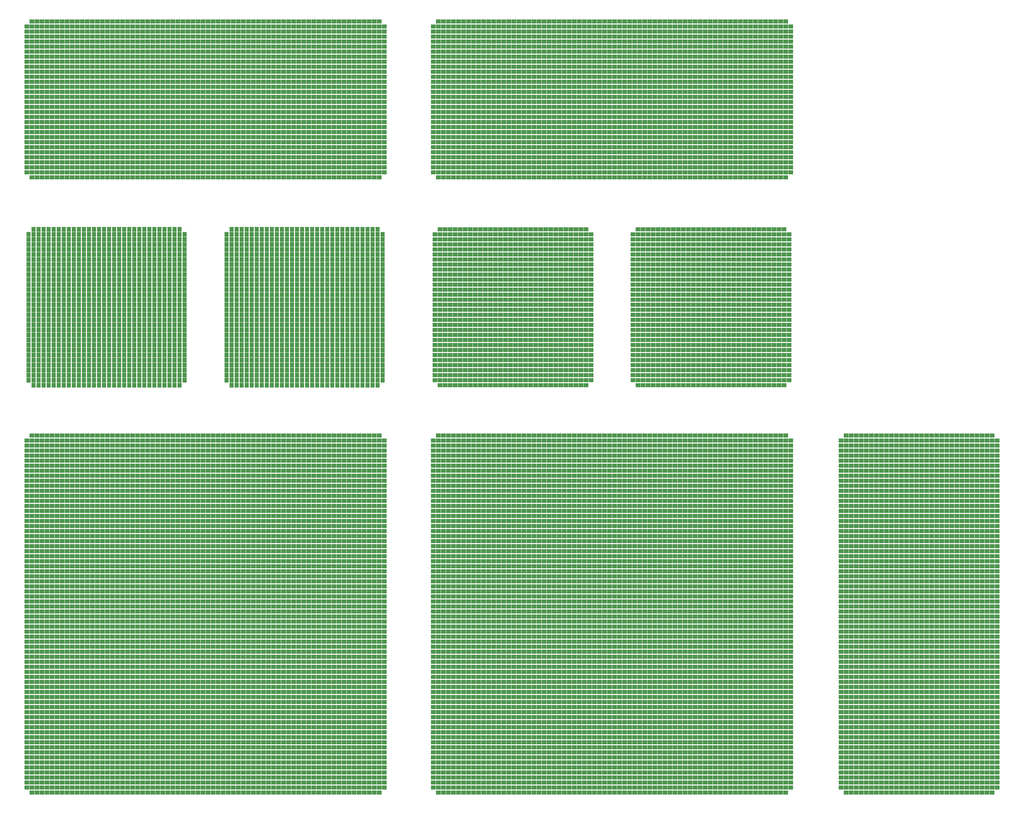
<source format=gbr>
%TF.GenerationSoftware,KiCad,Pcbnew,7.0.7*%
%TF.CreationDate,2023-10-11T17:25:20+01:00*%
%TF.ProjectId,Ru-PerfBoard,52752d50-6572-4664-926f-6172642e6b69,rev?*%
%TF.SameCoordinates,Original*%
%TF.FileFunction,Paste,Top*%
%TF.FilePolarity,Positive*%
%FSLAX46Y46*%
G04 Gerber Fmt 4.6, Leading zero omitted, Abs format (unit mm)*
G04 Created by KiCad (PCBNEW 7.0.7) date 2023-10-11 17:25:20*
%MOMM*%
%LPD*%
G01*
G04 APERTURE LIST*
%ADD10R,1.270000X1.016000*%
%ADD11R,1.016000X1.270000*%
G04 APERTURE END LIST*
D10*
%TO.C,REF\u002A\u002A8710*%
X188765001Y-172935000D03*
%TD*%
%TO.C,REF\u002A\u002A7298*%
X121825000Y-147535000D03*
%TD*%
%TO.C,REF\u002A\u002A6915*%
X195115000Y-141185001D03*
%TD*%
%TO.C,REF\u002A\u002A1194*%
X235755000Y-55635000D03*
%TD*%
D11*
%TO.C,REF\u002A\u002A5140*%
X100635000Y-91625000D03*
%TD*%
D10*
%TO.C,REF\u002A\u002A4534*%
X318335000Y-227545000D03*
%TD*%
%TO.C,REF\u002A\u002A6849*%
X100235000Y-139915000D03*
%TD*%
%TO.C,REF\u002A\u002A8110*%
X147225000Y-161505000D03*
%TD*%
%TO.C,REF\u002A\u002A7400*%
X262425001Y-148805000D03*
%TD*%
%TO.C,REF\u002A\u002A9701*%
X156115000Y-189445000D03*
%TD*%
%TO.C,REF\u002A\u002A7042*%
X162465000Y-142455000D03*
%TD*%
%TO.C,REF\u002A\u002A2217*%
X152305000Y-73415000D03*
%TD*%
%TO.C,REF\u002A\u002A3484*%
X285315000Y-186905000D03*
%TD*%
%TO.C,REF\u002A\u002A9866*%
X193845000Y-193255001D03*
%TD*%
%TO.C,REF\u002A\u002A7817*%
X140875000Y-156425000D03*
%TD*%
%TO.C,REF\u002A\u002A11140*%
X257345000Y-214845000D03*
%TD*%
%TO.C,REF\u002A\u002A5348*%
X206945001Y-97975000D03*
%TD*%
%TO.C,REF\u002A\u002A1812*%
X95155000Y-67065000D03*
%TD*%
%TO.C,REF\u002A\u002A8452*%
X226865001Y-167855000D03*
%TD*%
%TO.C,REF\u002A\u002A2145*%
X254805000Y-72145000D03*
%TD*%
%TO.C,REF\u002A\u002A9776*%
X159925000Y-190715000D03*
%TD*%
%TO.C,REF\u002A\u002A592*%
X202735000Y-45475000D03*
%TD*%
D11*
%TO.C,REF\u002A\u002A4612*%
X130315000Y-111945000D03*
%TD*%
D10*
%TO.C,REF\u002A\u002A11994*%
X244645000Y-230085000D03*
%TD*%
%TO.C,REF\u002A\u002A304*%
X100235000Y-40395000D03*
%TD*%
%TO.C,REF\u002A\u002A9638*%
X167545000Y-188175000D03*
%TD*%
%TO.C,REF\u002A\u002A6917*%
X197655000Y-141185001D03*
%TD*%
D11*
%TO.C,REF\u002A\u002A4722*%
X84125000Y-94165000D03*
%TD*%
D10*
%TO.C,REF\u002A\u002A11359*%
X261155001Y-218655000D03*
%TD*%
%TO.C,REF\u002A\u002A9475*%
X245915000Y-185635001D03*
%TD*%
%TO.C,REF\u002A\u002A9537*%
X233215000Y-186905001D03*
%TD*%
%TO.C,REF\u002A\u002A451*%
X206545000Y-42935000D03*
%TD*%
%TO.C,REF\u002A\u002A5226*%
X199325000Y-103054999D03*
%TD*%
%TO.C,REF\u002A\u002A1052*%
X135795000Y-53095000D03*
%TD*%
%TO.C,REF\u002A\u002A4525*%
X306905000Y-227545000D03*
%TD*%
%TO.C,REF\u002A\u002A11243*%
X205275000Y-217385000D03*
%TD*%
%TO.C,REF\u002A\u002A1858*%
X256075000Y-67065000D03*
%TD*%
%TO.C,REF\u002A\u002A7563*%
X92615000Y-152615000D03*
%TD*%
%TO.C,REF\u002A\u002A9079*%
X200195001Y-179285002D03*
%TD*%
%TO.C,REF\u002A\u002A9283*%
X184955000Y-183095000D03*
%TD*%
%TO.C,REF\u002A\u002A9789*%
X84995000Y-191985000D03*
%TD*%
%TO.C,REF\u002A\u002A2615*%
X319605000Y-151345000D03*
%TD*%
%TO.C,REF\u002A\u002A5350*%
X204405000Y-97974999D03*
%TD*%
%TO.C,REF\u002A\u002A11011*%
X184955000Y-213575001D03*
%TD*%
%TO.C,REF\u002A\u002A885*%
X106585000Y-50555000D03*
%TD*%
%TO.C,REF\u002A\u002A9829*%
X238295000Y-191985001D03*
%TD*%
%TO.C,REF\u002A\u002A1471*%
X221785000Y-60715000D03*
%TD*%
%TO.C,REF\u002A\u002A10367*%
X87535000Y-202145000D03*
%TD*%
%TO.C,REF\u002A\u002A740*%
X207815000Y-48015000D03*
%TD*%
%TO.C,REF\u002A\u002A11797*%
X166275000Y-226275000D03*
%TD*%
%TO.C,REF\u002A\u002A9236*%
X216705001Y-181825001D03*
%TD*%
%TO.C,REF\u002A\u002A2049*%
X224325000Y-70875000D03*
%TD*%
%TO.C,REF\u002A\u002A902*%
X128175000Y-50555000D03*
%TD*%
%TO.C,REF\u002A\u002A3629*%
X306905000Y-191985000D03*
%TD*%
D11*
%TO.C,REF\u002A\u002A5157*%
X101905000Y-110675000D03*
%TD*%
%TO.C,REF\u002A\u002A5361*%
X159525000Y-95435000D03*
%TD*%
D10*
%TO.C,REF\u002A\u002A10335*%
X138335000Y-200875000D03*
%TD*%
%TO.C,REF\u002A\u002A1712*%
X253535000Y-64525000D03*
%TD*%
%TO.C,REF\u002A\u002A3424*%
X290395000Y-184365000D03*
%TD*%
%TO.C,REF\u002A\u002A7068*%
X206545000Y-143725000D03*
%TD*%
%TO.C,REF\u002A\u002A9143*%
X190035000Y-180555000D03*
%TD*%
%TO.C,REF\u002A\u002A10857*%
X161195000Y-209765000D03*
%TD*%
%TO.C,REF\u002A\u002A7855*%
X97695000Y-157695000D03*
%TD*%
%TO.C,REF\u002A\u002A9876*%
X206545000Y-193255000D03*
%TD*%
%TO.C,REF\u002A\u002A548*%
X238295000Y-44205000D03*
%TD*%
%TO.C,REF\u002A\u002A3332*%
X295475000Y-180555000D03*
%TD*%
%TO.C,REF\u002A\u002A427*%
X267505000Y-41665000D03*
%TD*%
%TO.C,REF\u002A\u002A7984*%
X170085000Y-158965000D03*
%TD*%
%TO.C,REF\u002A\u002A2253*%
X209085000Y-74685000D03*
%TD*%
%TO.C,REF\u002A\u002A8495*%
X87535000Y-169125000D03*
%TD*%
%TO.C,REF\u002A\u002A7460*%
X144685000Y-150075000D03*
%TD*%
D11*
%TO.C,REF\u002A\u002A4645*%
X81585000Y-110675000D03*
%TD*%
%TO.C,REF\u002A\u002A4788*%
X86665000Y-91625000D03*
%TD*%
D10*
%TO.C,REF\u002A\u002A11180*%
X114205000Y-216115000D03*
%TD*%
%TO.C,REF\u002A\u002A4830*%
X214565000Y-118295000D03*
%TD*%
%TO.C,REF\u002A\u002A189*%
X239565000Y-37855000D03*
%TD*%
%TO.C,REF\u002A\u002A7842*%
X81185000Y-157695000D03*
%TD*%
%TO.C,REF\u002A\u002A11568*%
X252265000Y-222465000D03*
%TD*%
%TO.C,REF\u002A\u002A1754*%
X112935000Y-65795000D03*
%TD*%
D11*
%TO.C,REF\u002A\u002A5611*%
X119685000Y-103055000D03*
%TD*%
D10*
%TO.C,REF\u002A\u002A8846*%
X270045000Y-174205001D03*
%TD*%
%TO.C,REF\u002A\u002A904*%
X130715000Y-50555000D03*
%TD*%
%TO.C,REF\u002A\u002A5248*%
X212025000Y-101785000D03*
%TD*%
%TO.C,REF\u002A\u002A8718*%
X96425000Y-172935000D03*
%TD*%
D11*
%TO.C,REF\u002A\u002A5594*%
X169685000Y-124645000D03*
%TD*%
D10*
%TO.C,REF\u002A\u002A9049*%
X151035000Y-178015000D03*
%TD*%
%TO.C,REF\u002A\u002A5619*%
X267105001Y-127185000D03*
%TD*%
%TO.C,REF\u002A\u002A4759*%
X182815000Y-122105001D03*
%TD*%
%TO.C,REF\u002A\u002A11128*%
X242105000Y-214845001D03*
%TD*%
%TO.C,REF\u002A\u002A10974*%
X229405000Y-212305001D03*
%TD*%
D11*
%TO.C,REF\u002A\u002A4721*%
X84125000Y-95435000D03*
%TD*%
D10*
%TO.C,REF\u002A\u002A5231*%
X262025000Y-111945001D03*
%TD*%
%TO.C,REF\u002A\u002A9085*%
X207815000Y-179285000D03*
%TD*%
%TO.C,REF\u002A\u002A7932*%
X104045000Y-158965000D03*
%TD*%
%TO.C,REF\u002A\u002A1697*%
X234485000Y-64525000D03*
%TD*%
%TO.C,REF\u002A\u002A10157*%
X197655000Y-198335000D03*
%TD*%
%TO.C,REF\u002A\u002A5126*%
X204405000Y-106865000D03*
%TD*%
%TO.C,REF\u002A\u002A4602*%
X323415000Y-230085000D03*
%TD*%
%TO.C,REF\u002A\u002A8772*%
X267505001Y-172935000D03*
%TD*%
D11*
%TO.C,REF\u002A\u002A4980*%
X144285000Y-91625000D03*
%TD*%
D10*
%TO.C,REF\u002A\u002A2922*%
X303095000Y-164045000D03*
%TD*%
%TO.C,REF\u002A\u002A4659*%
X267105000Y-89085000D03*
%TD*%
%TO.C,REF\u002A\u002A602*%
X112935000Y-45475000D03*
%TD*%
%TO.C,REF\u002A\u002A11767*%
X230675000Y-226275001D03*
%TD*%
%TO.C,REF\u002A\u002A11142*%
X259885000Y-214845000D03*
%TD*%
%TO.C,REF\u002A\u002A402*%
X235755000Y-41665000D03*
%TD*%
%TO.C,REF\u002A\u002A9610*%
X131985000Y-188175000D03*
%TD*%
%TO.C,REF\u002A\u002A2023*%
X88805000Y-70875000D03*
%TD*%
%TO.C,REF\u002A\u002A10539*%
X123095000Y-204685000D03*
%TD*%
%TO.C,REF\u002A\u002A9835*%
X245915000Y-191985001D03*
%TD*%
%TO.C,REF\u002A\u002A7598*%
X239565001Y-152615001D03*
%TD*%
%TO.C,REF\u002A\u002A10919*%
X250995000Y-211035000D03*
%TD*%
%TO.C,REF\u002A\u002A8154*%
X111665000Y-162775000D03*
%TD*%
D11*
%TO.C,REF\u002A\u002A5426*%
X162065000Y-94165000D03*
%TD*%
D10*
%TO.C,REF\u002A\u002A965*%
X116745000Y-51825000D03*
%TD*%
%TO.C,REF\u002A\u002A9459*%
X225595000Y-185635001D03*
%TD*%
%TO.C,REF\u002A\u002A9102*%
X229405000Y-179285001D03*
%TD*%
%TO.C,REF\u002A\u002A2263*%
X119285000Y-74685000D03*
%TD*%
D11*
%TO.C,REF\u002A\u002A4907*%
X141745000Y-103055000D03*
%TD*%
D10*
%TO.C,REF\u002A\u002A7503*%
X210355001Y-151345000D03*
%TD*%
%TO.C,REF\u002A\u002A7769*%
X79915000Y-156425000D03*
%TD*%
%TO.C,REF\u002A\u002A3233*%
X291665000Y-176745000D03*
%TD*%
%TO.C,REF\u002A\u002A2289*%
X254805000Y-74685000D03*
%TD*%
%TO.C,REF\u002A\u002A1952*%
X192575000Y-69605000D03*
%TD*%
%TO.C,REF\u002A\u002A1051*%
X134525000Y-53095000D03*
%TD*%
%TO.C,REF\u002A\u002A655*%
X191305000Y-46745000D03*
%TD*%
%TO.C,REF\u002A\u002A4642*%
X245515001Y-89085000D03*
%TD*%
D11*
%TO.C,REF\u002A\u002A5250*%
X155715000Y-114485000D03*
%TD*%
D10*
%TO.C,REF\u002A\u002A7829*%
X156115000Y-156425000D03*
%TD*%
%TO.C,REF\u002A\u002A10563*%
X256075001Y-204685001D03*
%TD*%
%TO.C,REF\u002A\u002A10905*%
X233215001Y-211035000D03*
%TD*%
%TO.C,REF\u002A\u002A11133*%
X248455000Y-214845001D03*
%TD*%
%TO.C,REF\u002A\u002A1649*%
X162465000Y-63255000D03*
%TD*%
%TO.C,REF\u002A\u002A718*%
X168815000Y-46745000D03*
%TD*%
%TO.C,REF\u002A\u002A3908*%
X295475000Y-203415000D03*
%TD*%
%TO.C,REF\u002A\u002A4915*%
X187895000Y-115755000D03*
%TD*%
%TO.C,REF\u002A\u002A8456*%
X129445000Y-167855000D03*
%TD*%
%TO.C,REF\u002A\u002A2116*%
X115475000Y-72145000D03*
%TD*%
%TO.C,REF\u002A\u002A5126*%
X250595000Y-108135000D03*
%TD*%
%TO.C,REF\u002A\u002A7162*%
X131985000Y-144995000D03*
%TD*%
%TO.C,REF\u002A\u002A9898*%
X234485000Y-193255001D03*
%TD*%
%TO.C,REF\u002A\u002A8484*%
X267505000Y-167855000D03*
%TD*%
%TO.C,REF\u002A\u002A4835*%
X208215000Y-118295000D03*
%TD*%
%TO.C,REF\u002A\u002A7021*%
X238295000Y-142455000D03*
%TD*%
%TO.C,REF\u002A\u002A10607*%
X220515000Y-205955000D03*
%TD*%
%TO.C,REF\u002A\u002A379*%
X104045000Y-41665000D03*
%TD*%
D11*
%TO.C,REF\u002A\u002A5399*%
X160795000Y-87815000D03*
%TD*%
D10*
%TO.C,REF\u002A\u002A2986*%
X303095000Y-166585000D03*
%TD*%
%TO.C,REF\u002A\u002A2817*%
X291665000Y-160235000D03*
%TD*%
%TO.C,REF\u002A\u002A11075*%
X163735000Y-213575000D03*
%TD*%
%TO.C,REF\u002A\u002A2071*%
X149765000Y-70875000D03*
%TD*%
%TO.C,REF\u002A\u002A5597*%
X239165000Y-127185000D03*
%TD*%
%TO.C,REF\u002A\u002A7781*%
X95155000Y-156425000D03*
%TD*%
%TO.C,REF\u002A\u002A7350*%
X198925000Y-148805000D03*
%TD*%
%TO.C,REF\u002A\u002A3579*%
X324685000Y-189445000D03*
%TD*%
%TO.C,REF\u002A\u002A1769*%
X131985000Y-65795000D03*
%TD*%
D11*
%TO.C,REF\u002A\u002A4648*%
X131585000Y-106865000D03*
%TD*%
D10*
%TO.C,REF\u002A\u002A8544*%
X149765000Y-169125000D03*
%TD*%
%TO.C,REF\u002A\u002A651*%
X186225000Y-46745000D03*
%TD*%
%TO.C,REF\u002A\u002A10627*%
X143415000Y-205955000D03*
%TD*%
%TO.C,REF\u002A\u002A10484*%
X144685000Y-203415000D03*
%TD*%
%TO.C,REF\u002A\u002A5033*%
X200595001Y-110675000D03*
%TD*%
%TO.C,REF\u002A\u002A11635*%
X143415000Y-223735000D03*
%TD*%
%TO.C,REF\u002A\u002A8111*%
X148495000Y-161505000D03*
%TD*%
%TO.C,REF\u002A\u002A3029*%
X317065000Y-167855000D03*
%TD*%
%TO.C,REF\u002A\u002A9306*%
X111665000Y-183095000D03*
%TD*%
%TO.C,REF\u002A\u002A5570*%
X209484999Y-89085000D03*
%TD*%
%TO.C,REF\u002A\u002A9734*%
X106585000Y-190715000D03*
%TD*%
%TO.C,REF\u002A\u002A528*%
X212895000Y-44205000D03*
%TD*%
D11*
%TO.C,REF\u002A\u002A5220*%
X154445000Y-111945000D03*
%TD*%
%TO.C,REF\u002A\u002A5283*%
X156985000Y-113215000D03*
%TD*%
D10*
%TO.C,REF\u002A\u002A4168*%
X300555000Y-213575000D03*
%TD*%
%TO.C,REF\u002A\u002A8484*%
X165005000Y-167855000D03*
%TD*%
%TO.C,REF\u002A\u002A10498*%
X264965000Y-203415000D03*
%TD*%
%TO.C,REF\u002A\u002A1810*%
X92615000Y-67065000D03*
%TD*%
D11*
%TO.C,REF\u002A\u002A4825*%
X89205000Y-125915000D03*
%TD*%
D10*
%TO.C,REF\u002A\u002A9084*%
X104045000Y-179285000D03*
%TD*%
%TO.C,REF\u002A\u002A11253*%
X217975000Y-217385000D03*
%TD*%
%TO.C,REF\u002A\u002A9204*%
X165005000Y-180555000D03*
%TD*%
D11*
%TO.C,REF\u002A\u002A4934*%
X143015000Y-109405000D03*
%TD*%
D10*
%TO.C,REF\u002A\u002A5203*%
X187894999Y-104325000D03*
%TD*%
%TO.C,REF\u002A\u002A8753*%
X243375000Y-172935000D03*
%TD*%
D11*
%TO.C,REF\u002A\u002A4828*%
X89205000Y-122105000D03*
%TD*%
D10*
%TO.C,REF\u002A\u002A6871*%
X128175000Y-139915000D03*
%TD*%
%TO.C,REF\u002A\u002A786*%
X266235000Y-48015000D03*
%TD*%
%TO.C,REF\u002A\u002A3919*%
X309445000Y-203415000D03*
%TD*%
%TO.C,REF\u002A\u002A4833*%
X210755000Y-118295000D03*
%TD*%
%TO.C,REF\u002A\u002A7819*%
X143415000Y-156425000D03*
%TD*%
%TO.C,REF\u002A\u002A5206*%
X184085001Y-104325000D03*
%TD*%
%TO.C,REF\u002A\u002A4968*%
X201865000Y-113215000D03*
%TD*%
%TO.C,REF\u002A\u002A3718*%
X298015000Y-195795000D03*
%TD*%
%TO.C,REF\u002A\u002A834*%
X235755000Y-49285000D03*
%TD*%
D11*
%TO.C,REF\u002A\u002A5499*%
X115875000Y-123375000D03*
%TD*%
D10*
%TO.C,REF\u002A\u002A10200*%
X149765000Y-198335000D03*
%TD*%
D11*
%TO.C,REF\u002A\u002A4866*%
X90475000Y-114485000D03*
%TD*%
D10*
%TO.C,REF\u002A\u002A8874*%
X214165000Y-175475000D03*
%TD*%
%TO.C,REF\u002A\u002A8416*%
X170085000Y-166585000D03*
%TD*%
%TO.C,REF\u002A\u002A5579*%
X256945000Y-125915000D03*
%TD*%
%TO.C,REF\u002A\u002A376*%
X100235000Y-41665000D03*
%TD*%
%TO.C,REF\u002A\u002A4928*%
X242975000Y-100515000D03*
%TD*%
D11*
%TO.C,REF\u002A\u002A5208*%
X104445000Y-127185000D03*
%TD*%
D10*
%TO.C,REF\u002A\u002A11818*%
X204005001Y-227545000D03*
%TD*%
%TO.C,REF\u002A\u002A11167*%
X97695000Y-216115000D03*
%TD*%
D11*
%TO.C,REF\u002A\u002A4941*%
X143015000Y-100515000D03*
%TD*%
D10*
%TO.C,REF\u002A\u002A8203*%
X184955000Y-164045001D03*
%TD*%
%TO.C,REF\u002A\u002A7060*%
X93885000Y-143725000D03*
%TD*%
D11*
%TO.C,REF\u002A\u002A4845*%
X139205000Y-100515000D03*
%TD*%
D10*
%TO.C,REF\u002A\u002A3040*%
X290395000Y-169125000D03*
%TD*%
%TO.C,REF\u002A\u002A8692*%
X257345000Y-171665000D03*
%TD*%
%TO.C,REF\u002A\u002A5571*%
X246785000Y-125915000D03*
%TD*%
%TO.C,REF\u002A\u002A2140*%
X248455000Y-72145000D03*
%TD*%
%TO.C,REF\u002A\u002A8687*%
X148495000Y-171665000D03*
%TD*%
%TO.C,REF\u002A\u002A3009*%
X291665000Y-167855000D03*
%TD*%
%TO.C,REF\u002A\u002A10220*%
X186225001Y-199605000D03*
%TD*%
%TO.C,REF\u002A\u002A6926*%
X106585000Y-141185000D03*
%TD*%
%TO.C,REF\u002A\u002A7116*%
X267505001Y-143725000D03*
%TD*%
%TO.C,REF\u002A\u002A11255*%
X118015000Y-217385000D03*
%TD*%
%TO.C,REF\u002A\u002A2407*%
X299285000Y-143725000D03*
%TD*%
%TO.C,REF\u002A\u002A10061*%
X258615000Y-195795001D03*
%TD*%
%TO.C,REF\u002A\u002A5022*%
X240435000Y-104325000D03*
%TD*%
%TO.C,REF\u002A\u002A6967*%
X261155001Y-141185001D03*
%TD*%
%TO.C,REF\u002A\u002A503*%
X170085000Y-42935000D03*
%TD*%
%TO.C,REF\u002A\u002A3422*%
X287855000Y-184365000D03*
%TD*%
%TO.C,REF\u002A\u002A534*%
X220515000Y-44205000D03*
%TD*%
%TO.C,REF\u002A\u002A2268*%
X125635000Y-74685000D03*
%TD*%
%TO.C,REF\u002A\u002A1493*%
X249725000Y-60715000D03*
%TD*%
%TO.C,REF\u002A\u002A1878*%
X190035000Y-68335000D03*
%TD*%
%TO.C,REF\u002A\u002A7796*%
X216705000Y-156425000D03*
%TD*%
%TO.C,REF\u002A\u002A2519*%
X319605000Y-147535000D03*
%TD*%
%TO.C,REF\u002A\u002A11137*%
X151035000Y-214845000D03*
%TD*%
%TO.C,REF\u002A\u002A10509*%
X187495001Y-204685001D03*
%TD*%
%TO.C,REF\u002A\u002A10473*%
X233215000Y-203415001D03*
%TD*%
%TO.C,REF\u002A\u002A4718*%
X194245000Y-123375000D03*
%TD*%
%TO.C,REF\u002A\u002A6889*%
X151035000Y-139915000D03*
%TD*%
%TO.C,REF\u002A\u002A8630*%
X270045000Y-170395001D03*
%TD*%
%TO.C,REF\u002A\u002A9401*%
X140875000Y-184365000D03*
%TD*%
%TO.C,REF\u002A\u002A8444*%
X114205000Y-167855000D03*
%TD*%
%TO.C,REF\u002A\u002A8476*%
X257345000Y-167855001D03*
%TD*%
%TO.C,REF\u002A\u002A3331*%
X294205000Y-180555000D03*
%TD*%
%TO.C,REF\u002A\u002A1026*%
X205275000Y-53095000D03*
%TD*%
%TO.C,REF\u002A\u002A11200*%
X139605000Y-216115000D03*
%TD*%
%TO.C,REF\u002A\u002A5502*%
X240435000Y-123375000D03*
%TD*%
%TO.C,REF\u002A\u002A757*%
X126905000Y-48015000D03*
%TD*%
%TO.C,REF\u002A\u002A7280*%
X201465000Y-147535001D03*
%TD*%
%TO.C,REF\u002A\u002A9944*%
X98965000Y-194525000D03*
%TD*%
D11*
%TO.C,REF\u002A\u002A5259*%
X105715000Y-103055000D03*
%TD*%
D10*
%TO.C,REF\u002A\u002A11547*%
X123095000Y-222465000D03*
%TD*%
%TO.C,REF\u002A\u002A1615*%
X119285000Y-63255000D03*
%TD*%
%TO.C,REF\u002A\u002A7020*%
X237025001Y-142455000D03*
%TD*%
%TO.C,REF\u002A\u002A7411*%
X184955000Y-150075000D03*
%TD*%
%TO.C,REF\u002A\u002A2382*%
X308175000Y-142455000D03*
%TD*%
%TO.C,REF\u002A\u002A11042*%
X121825000Y-213575000D03*
%TD*%
%TO.C,REF\u002A\u002A889*%
X214165000Y-50555000D03*
%TD*%
%TO.C,REF\u002A\u002A9249*%
X233215001Y-181825001D03*
%TD*%
%TO.C,REF\u002A\u002A1161*%
X193845000Y-55635000D03*
%TD*%
%TO.C,REF\u002A\u002A10660*%
X93885000Y-207225000D03*
%TD*%
D11*
%TO.C,REF\u002A\u002A4986*%
X145555000Y-124645000D03*
%TD*%
D10*
%TO.C,REF\u002A\u002A8412*%
X267505001Y-166585000D03*
%TD*%
%TO.C,REF\u002A\u002A1973*%
X116745000Y-69605000D03*
%TD*%
%TO.C,REF\u002A\u002A6971*%
X163735000Y-141185000D03*
%TD*%
%TO.C,REF\u002A\u002A7772*%
X83725000Y-156425000D03*
%TD*%
%TO.C,REF\u002A\u002A277*%
X157385000Y-39125000D03*
%TD*%
D11*
%TO.C,REF\u002A\u002A5032*%
X146825000Y-106865000D03*
%TD*%
D10*
%TO.C,REF\u002A\u002A7672*%
X242105000Y-153885000D03*
%TD*%
%TO.C,REF\u002A\u002A797*%
X86265000Y-49285000D03*
%TD*%
%TO.C,REF\u002A\u002A9874*%
X204005000Y-193255001D03*
%TD*%
D11*
%TO.C,REF\u002A\u002A5393*%
X110795000Y-95435000D03*
%TD*%
D10*
%TO.C,REF\u002A\u002A8572*%
X93885000Y-170395000D03*
%TD*%
%TO.C,REF\u002A\u002A1109*%
X116745000Y-54365000D03*
%TD*%
%TO.C,REF\u002A\u002A11656*%
X170085000Y-223735000D03*
%TD*%
%TO.C,REF\u002A\u002A2357*%
X317065000Y-141185000D03*
%TD*%
%TO.C,REF\u002A\u002A9820*%
X124365000Y-191985000D03*
%TD*%
%TO.C,REF\u002A\u002A11105*%
X212895000Y-214845001D03*
%TD*%
%TO.C,REF\u002A\u002A10074*%
X81185000Y-197065000D03*
%TD*%
%TO.C,REF\u002A\u002A10160*%
X201465000Y-198335000D03*
%TD*%
%TO.C,REF\u002A\u002A5172*%
X268375000Y-109405000D03*
%TD*%
%TO.C,REF\u002A\u002A11040*%
X119285000Y-213575000D03*
%TD*%
%TO.C,REF\u002A\u002A7207*%
X97695000Y-146265000D03*
%TD*%
%TO.C,REF\u002A\u002A10566*%
X157385000Y-204685000D03*
%TD*%
%TO.C,REF\u002A\u002A8992*%
X272585000Y-176745000D03*
%TD*%
%TO.C,REF\u002A\u002A4148*%
X315795000Y-212305000D03*
%TD*%
%TO.C,REF\u002A\u002A1468*%
X115475000Y-60715000D03*
%TD*%
%TO.C,REF\u002A\u002A4744*%
X253135000Y-92895000D03*
%TD*%
%TO.C,REF\u002A\u002A1761*%
X121825000Y-65795000D03*
%TD*%
%TO.C,REF\u002A\u002A1173*%
X209085000Y-55635000D03*
%TD*%
%TO.C,REF\u002A\u002A7702*%
X188765000Y-155155000D03*
%TD*%
%TO.C,REF\u002A\u002A689*%
X234485000Y-46745000D03*
%TD*%
%TO.C,REF\u002A\u002A3120*%
X310715000Y-171665000D03*
%TD*%
%TO.C,REF\u002A\u002A2247*%
X98965000Y-74685000D03*
%TD*%
%TO.C,REF\u002A\u002A5200*%
X191705000Y-104325000D03*
%TD*%
%TO.C,REF\u002A\u002A8211*%
X92615000Y-164045000D03*
%TD*%
%TO.C,REF\u002A\u002A7138*%
X204005001Y-144995000D03*
%TD*%
%TO.C,REF\u002A\u002A9000*%
X88805000Y-178015000D03*
%TD*%
%TO.C,REF\u002A\u002A4611*%
X208215000Y-127185000D03*
%TD*%
%TO.C,REF\u002A\u002A6964*%
X257345000Y-141185001D03*
%TD*%
%TO.C,REF\u002A\u002A7962*%
X244645000Y-158965001D03*
%TD*%
%TO.C,REF\u002A\u002A2947*%
X294205000Y-165315000D03*
%TD*%
%TO.C,REF\u002A\u002A158*%
X97695000Y-37855000D03*
%TD*%
D11*
%TO.C,REF\u002A\u002A5134*%
X100635000Y-99245000D03*
%TD*%
D10*
%TO.C,REF\u002A\u002A10809*%
X100235000Y-209765000D03*
%TD*%
%TO.C,REF\u002A\u002A4248*%
X320875000Y-216115000D03*
%TD*%
%TO.C,REF\u002A\u002A10669*%
X207815000Y-207225001D03*
%TD*%
%TO.C,REF\u002A\u002A4636*%
X237895000Y-89085000D03*
%TD*%
D11*
%TO.C,REF\u002A\u002A5621*%
X169685000Y-90355000D03*
%TD*%
D10*
%TO.C,REF\u002A\u002A9917*%
X156115000Y-193255000D03*
%TD*%
%TO.C,REF\u002A\u002A7481*%
X182415000Y-151345000D03*
%TD*%
%TO.C,REF\u002A\u002A5434*%
X235355000Y-120835000D03*
%TD*%
%TO.C,REF\u002A\u002A7532*%
X144685000Y-151345000D03*
%TD*%
%TO.C,REF\u002A\u002A3222*%
X318335000Y-175475000D03*
%TD*%
%TO.C,REF\u002A\u002A5554*%
X189165000Y-90355000D03*
%TD*%
D11*
%TO.C,REF\u002A\u002A5572*%
X168415000Y-111945000D03*
%TD*%
D10*
%TO.C,REF\u002A\u002A11931*%
X153575000Y-228815000D03*
%TD*%
%TO.C,REF\u002A\u002A1345*%
X244645000Y-58175000D03*
%TD*%
%TO.C,REF\u002A\u002A435*%
X83725000Y-42935000D03*
%TD*%
D11*
%TO.C,REF\u002A\u002A4833*%
X89205000Y-115755000D03*
%TD*%
D10*
%TO.C,REF\u002A\u002A7654*%
X219245000Y-153885000D03*
%TD*%
%TO.C,REF\u002A\u002A2005*%
X157385000Y-69605000D03*
%TD*%
%TO.C,REF\u002A\u002A7098*%
X142145000Y-143725000D03*
%TD*%
%TO.C,REF\u002A\u002A2075*%
X257345000Y-70875000D03*
%TD*%
%TO.C,REF\u002A\u002A902*%
X230675000Y-50555000D03*
%TD*%
%TO.C,REF\u002A\u002A3921*%
X311985000Y-203415000D03*
%TD*%
%TO.C,REF\u002A\u002A883*%
X206545000Y-50555000D03*
%TD*%
%TO.C,REF\u002A\u002A8316*%
X134525000Y-165315000D03*
%TD*%
%TO.C,REF\u002A\u002A1207*%
X252265000Y-55635000D03*
%TD*%
%TO.C,REF\u002A\u002A3041*%
X291665000Y-169125000D03*
%TD*%
%TO.C,REF\u002A\u002A1143*%
X159925000Y-54365000D03*
%TD*%
%TO.C,REF\u002A\u002A11188*%
X226865000Y-216115000D03*
%TD*%
%TO.C,REF\u002A\u002A9317*%
X228135001Y-183095000D03*
%TD*%
%TO.C,REF\u002A\u002A1880*%
X192575000Y-68335000D03*
%TD*%
%TO.C,REF\u002A\u002A6998*%
X106585000Y-142455000D03*
%TD*%
%TO.C,REF\u002A\u002A5381*%
X205675000Y-96705000D03*
%TD*%
%TO.C,REF\u002A\u002A4325*%
X296745000Y-219925000D03*
%TD*%
%TO.C,REF\u002A\u002A8184*%
X252265000Y-162775001D03*
%TD*%
%TO.C,REF\u002A\u002A9700*%
X154845000Y-189445000D03*
%TD*%
%TO.C,REF\u002A\u002A1568*%
X151035000Y-61985000D03*
%TD*%
%TO.C,REF\u002A\u002A614*%
X128175000Y-45475000D03*
%TD*%
%TO.C,REF\u002A\u002A11559*%
X240835000Y-222465000D03*
%TD*%
%TO.C,REF\u002A\u002A3111*%
X299285000Y-171665000D03*
%TD*%
%TO.C,REF\u002A\u002A11134*%
X147225000Y-214845000D03*
%TD*%
%TO.C,REF\u002A\u002A4352*%
X290395000Y-221195000D03*
%TD*%
%TO.C,REF\u002A\u002A10406*%
X137065000Y-202145000D03*
%TD*%
%TO.C,REF\u002A\u002A10883*%
X205275000Y-211035000D03*
%TD*%
%TO.C,REF\u002A\u002A1946*%
X82455000Y-69605000D03*
%TD*%
%TO.C,REF\u002A\u002A2367*%
X289125000Y-142455000D03*
%TD*%
D11*
%TO.C,REF\u002A\u002A4718*%
X84125000Y-99245000D03*
%TD*%
D10*
%TO.C,REF\u002A\u002A8475*%
X153575000Y-167855000D03*
%TD*%
%TO.C,REF\u002A\u002A3910*%
X298015000Y-203415000D03*
%TD*%
%TO.C,REF\u002A\u002A2655*%
X289125000Y-153885000D03*
%TD*%
%TO.C,REF\u002A\u002A10885*%
X207815000Y-211035000D03*
%TD*%
D11*
%TO.C,REF\u002A\u002A4812*%
X87935000Y-101785000D03*
%TD*%
D10*
%TO.C,REF\u002A\u002A5029*%
X205675000Y-110675000D03*
%TD*%
%TO.C,REF\u002A\u002A11163*%
X195115000Y-216115000D03*
%TD*%
%TO.C,REF\u002A\u002A4959*%
X213295000Y-113215000D03*
%TD*%
%TO.C,REF\u002A\u002A3030*%
X318335000Y-167855000D03*
%TD*%
%TO.C,REF\u002A\u002A8622*%
X259885000Y-170395001D03*
%TD*%
%TO.C,REF\u002A\u002A877*%
X198925000Y-50555000D03*
%TD*%
%TO.C,REF\u002A\u002A3344*%
X310715000Y-180555000D03*
%TD*%
%TO.C,REF\u002A\u002A3618*%
X292935000Y-191985000D03*
%TD*%
%TO.C,REF\u002A\u002A808*%
X100235000Y-49285000D03*
%TD*%
D11*
%TO.C,REF\u002A\u002A5139*%
X100635000Y-92895000D03*
%TD*%
D10*
%TO.C,REF\u002A\u002A11771*%
X133255000Y-226275000D03*
%TD*%
%TO.C,REF\u002A\u002A10729*%
X192575000Y-208495001D03*
%TD*%
%TO.C,REF\u002A\u002A10728*%
X88805000Y-208495000D03*
%TD*%
%TO.C,REF\u002A\u002A10079*%
X190035000Y-197065000D03*
%TD*%
%TO.C,REF\u002A\u002A4479*%
X289125000Y-226275000D03*
%TD*%
%TO.C,REF\u002A\u002A8510*%
X209085000Y-169125001D03*
%TD*%
%TO.C,REF\u002A\u002A10793*%
X182415001Y-209765001D03*
%TD*%
%TO.C,REF\u002A\u002A4675*%
X246785000Y-90355000D03*
%TD*%
%TO.C,REF\u002A\u002A3917*%
X306905000Y-203415000D03*
%TD*%
%TO.C,REF\u002A\u002A5543*%
X203135000Y-90355000D03*
%TD*%
%TO.C,REF\u002A\u002A9769*%
X253535000Y-190715001D03*
%TD*%
%TO.C,REF\u002A\u002A10885*%
X105315000Y-211035000D03*
%TD*%
D11*
%TO.C,REF\u002A\u002A5327*%
X108255000Y-97975000D03*
%TD*%
D10*
%TO.C,REF\u002A\u002A8634*%
X81185000Y-171665000D03*
%TD*%
%TO.C,REF\u002A\u002A8813*%
X125635000Y-174205000D03*
%TD*%
%TO.C,REF\u002A\u002A374*%
X97695000Y-41665000D03*
%TD*%
%TO.C,REF\u002A\u002A8412*%
X165005000Y-166585000D03*
%TD*%
%TO.C,REF\u002A\u002A2734*%
X308175000Y-156425000D03*
%TD*%
%TO.C,REF\u002A\u002A4098*%
X292935000Y-211035000D03*
%TD*%
D11*
%TO.C,REF\u002A\u002A4696*%
X134125000Y-127185000D03*
%TD*%
D10*
%TO.C,REF\u002A\u002A1801*%
X183685000Y-67065000D03*
%TD*%
%TO.C,REF\u002A\u002A8024*%
X231945001Y-160235000D03*
%TD*%
%TO.C,REF\u002A\u002A1339*%
X134525000Y-58175000D03*
%TD*%
%TO.C,REF\u002A\u002A9087*%
X210355000Y-179285000D03*
%TD*%
%TO.C,REF\u002A\u002A9196*%
X257345000Y-180555001D03*
%TD*%
%TO.C,REF\u002A\u002A4272*%
X310715000Y-217385000D03*
%TD*%
%TO.C,REF\u002A\u002A1306*%
X195115000Y-58175000D03*
%TD*%
%TO.C,REF\u002A\u002A1098*%
X205275000Y-54365000D03*
%TD*%
%TO.C,REF\u002A\u002A5585*%
X190435000Y-89085000D03*
%TD*%
%TO.C,REF\u002A\u002A9036*%
X237025001Y-178015000D03*
%TD*%
%TO.C,REF\u002A\u002A8504*%
X201465000Y-169125000D03*
%TD*%
%TO.C,REF\u002A\u002A8794*%
X101505000Y-174205000D03*
%TD*%
%TO.C,REF\u002A\u002A10155*%
X92615000Y-198335000D03*
%TD*%
%TO.C,REF\u002A\u002A1824*%
X212895000Y-67065000D03*
%TD*%
%TO.C,REF\u002A\u002A2131*%
X237025000Y-72145000D03*
%TD*%
%TO.C,REF\u002A\u002A8636*%
X186225000Y-171665000D03*
%TD*%
%TO.C,REF\u002A\u002A8564*%
X186225000Y-170395000D03*
%TD*%
D11*
%TO.C,REF\u002A\u002A5197*%
X153175000Y-100515000D03*
%TD*%
D10*
%TO.C,REF\u002A\u002A3769*%
X322145000Y-197065000D03*
%TD*%
%TO.C,REF\u002A\u002A1779*%
X144685000Y-65795000D03*
%TD*%
%TO.C,REF\u002A\u002A6898*%
X264965000Y-139915001D03*
%TD*%
%TO.C,REF\u002A\u002A3780*%
X295475000Y-198335000D03*
%TD*%
%TO.C,REF\u002A\u002A10667*%
X205275000Y-207225000D03*
%TD*%
%TO.C,REF\u002A\u002A8453*%
X228135000Y-167855000D03*
%TD*%
%TO.C,REF\u002A\u002A8561*%
X79915000Y-170395000D03*
%TD*%
%TO.C,REF\u002A\u002A1067*%
X154845000Y-53095000D03*
%TD*%
D11*
%TO.C,REF\u002A\u002A4699*%
X134125000Y-123375000D03*
%TD*%
D10*
%TO.C,REF\u002A\u002A31*%
X221785000Y-35315000D03*
%TD*%
%TO.C,REF\u002A\u002A1324*%
X217975000Y-58175000D03*
%TD*%
%TO.C,REF\u002A\u002A10062*%
X157385000Y-195795000D03*
%TD*%
%TO.C,REF\u002A\u002A7843*%
X82455000Y-157695000D03*
%TD*%
%TO.C,REF\u002A\u002A7434*%
X214165000Y-150075000D03*
%TD*%
%TO.C,REF\u002A\u002A2377*%
X301825000Y-142455000D03*
%TD*%
%TO.C,REF\u002A\u002A3371*%
X304365000Y-181825000D03*
%TD*%
%TO.C,REF\u002A\u002A11895*%
X107855000Y-228815000D03*
%TD*%
D11*
%TO.C,REF\u002A\u002A5225*%
X154445000Y-105595000D03*
%TD*%
D10*
%TO.C,REF\u002A\u002A7623*%
X168815000Y-152615000D03*
%TD*%
%TO.C,REF\u002A\u002A2557*%
X286585000Y-150075000D03*
%TD*%
%TO.C,REF\u002A\u002A8241*%
X233215000Y-164045001D03*
%TD*%
%TO.C,REF\u002A\u002A5085*%
X239165000Y-106865000D03*
%TD*%
%TO.C,REF\u002A\u002A1180*%
X217975000Y-55635000D03*
%TD*%
%TO.C,REF\u002A\u002A10064*%
X262425000Y-195795000D03*
%TD*%
%TO.C,REF\u002A\u002A10946*%
X193845000Y-212305000D03*
%TD*%
%TO.C,REF\u002A\u002A1643*%
X257345000Y-63255000D03*
%TD*%
D11*
%TO.C,REF\u002A\u002A5474*%
X114605000Y-114485000D03*
%TD*%
D10*
%TO.C,REF\u002A\u002A10543*%
X230675000Y-204685000D03*
%TD*%
%TO.C,REF\u002A\u002A11306*%
X91345000Y-218655000D03*
%TD*%
%TO.C,REF\u002A\u002A9062*%
X167545000Y-178015000D03*
%TD*%
%TO.C,REF\u002A\u002A52*%
X248455000Y-35315000D03*
%TD*%
%TO.C,REF\u002A\u002A10294*%
X188765000Y-200875000D03*
%TD*%
D11*
%TO.C,REF\u002A\u002A5122*%
X150635000Y-114485000D03*
%TD*%
D10*
%TO.C,REF\u002A\u002A4459*%
X304365000Y-225005000D03*
%TD*%
%TO.C,REF\u002A\u002A2920*%
X300555000Y-164045000D03*
%TD*%
%TO.C,REF\u002A\u002A9433*%
X90075000Y-185635000D03*
%TD*%
%TO.C,REF\u002A\u002A4607*%
X241705000Y-87815000D03*
%TD*%
%TO.C,REF\u002A\u002A1088*%
X90075000Y-54365000D03*
%TD*%
%TO.C,REF\u002A\u002A11650*%
X162465000Y-223735000D03*
%TD*%
%TO.C,REF\u002A\u002A11076*%
X165005000Y-213575000D03*
%TD*%
%TO.C,REF\u002A\u002A11947*%
X184955000Y-230085001D03*
%TD*%
%TO.C,REF\u002A\u002A7127*%
X87535000Y-144995000D03*
%TD*%
%TO.C,REF\u002A\u002A5533*%
X239165000Y-124645000D03*
%TD*%
%TO.C,REF\u002A\u002A10989*%
X248455001Y-212305000D03*
%TD*%
%TO.C,REF\u002A\u002A9883*%
X112935000Y-193255000D03*
%TD*%
%TO.C,REF\u002A\u002A9471*%
X138335000Y-185635000D03*
%TD*%
%TO.C,REF\u002A\u002A10190*%
X137065000Y-198335000D03*
%TD*%
%TO.C,REF\u002A\u002A4668*%
X237895000Y-90355000D03*
%TD*%
%TO.C,REF\u002A\u002A692*%
X135795000Y-46745000D03*
%TD*%
%TO.C,REF\u002A\u002A2452*%
X315795000Y-144995000D03*
%TD*%
%TO.C,REF\u002A\u002A5458*%
X189165000Y-94165000D03*
%TD*%
%TO.C,REF\u002A\u002A10919*%
X148495000Y-211035000D03*
%TD*%
%TO.C,REF\u002A\u002A11265*%
X233215001Y-217385000D03*
%TD*%
%TO.C,REF\u002A\u002A7097*%
X140875000Y-143725000D03*
%TD*%
D11*
%TO.C,REF\u002A\u002A4942*%
X143015000Y-99245000D03*
%TD*%
D10*
%TO.C,REF\u002A\u002A5617*%
X264565000Y-127185000D03*
%TD*%
%TO.C,REF\u002A\u002A3407*%
X309445000Y-183095000D03*
%TD*%
%TO.C,REF\u002A\u002A10725*%
X84995000Y-208495000D03*
%TD*%
%TO.C,REF\u002A\u002A4144*%
X310715000Y-212305000D03*
%TD*%
D11*
%TO.C,REF\u002A\u002A5464*%
X114605000Y-127185000D03*
%TD*%
D10*
%TO.C,REF\u002A\u002A1070*%
X158655000Y-53095000D03*
%TD*%
%TO.C,REF\u002A\u002A10947*%
X195115000Y-212305000D03*
%TD*%
%TO.C,REF\u002A\u002A1001*%
X264965000Y-51825000D03*
%TD*%
%TO.C,REF\u002A\u002A5412*%
X206945000Y-95435000D03*
%TD*%
%TO.C,REF\u002A\u002A1487*%
X242105000Y-60715000D03*
%TD*%
%TO.C,REF\u002A\u002A10994*%
X254805001Y-212305000D03*
%TD*%
%TO.C,REF\u002A\u002A8757*%
X145955000Y-172935000D03*
%TD*%
%TO.C,REF\u002A\u002A5611*%
X256945001Y-127185000D03*
%TD*%
%TO.C,REF\u002A\u002A1675*%
X104045000Y-64525000D03*
%TD*%
%TO.C,REF\u002A\u002A4634*%
X219645000Y-125915000D03*
%TD*%
%TO.C,REF\u002A\u002A9197*%
X258615000Y-180555000D03*
%TD*%
%TO.C,REF\u002A\u002A4203*%
X304365000Y-214845000D03*
%TD*%
%TO.C,REF\u002A\u002A11540*%
X114205000Y-222465000D03*
%TD*%
%TO.C,REF\u002A\u002A5032*%
X253135000Y-104325000D03*
%TD*%
%TO.C,REF\u002A\u002A8047*%
X158655000Y-160235000D03*
%TD*%
%TO.C,REF\u002A\u002A11955*%
X92615000Y-230085000D03*
%TD*%
%TO.C,REF\u002A\u002A2162*%
X184955000Y-73415000D03*
%TD*%
%TO.C,REF\u002A\u002A7537*%
X151035000Y-151345000D03*
%TD*%
%TO.C,REF\u002A\u002A9511*%
X200195001Y-186905000D03*
%TD*%
%TO.C,REF\u002A\u002A10457*%
X212895000Y-203415000D03*
%TD*%
%TO.C,REF\u002A\u002A11521*%
X192575001Y-222465000D03*
%TD*%
%TO.C,REF\u002A\u002A7285*%
X207815000Y-147535001D03*
%TD*%
%TO.C,REF\u002A\u002A8409*%
X263695000Y-166585000D03*
%TD*%
%TO.C,REF\u002A\u002A540*%
X228135000Y-44205000D03*
%TD*%
%TO.C,REF\u002A\u002A7058*%
X193845000Y-143725000D03*
%TD*%
%TO.C,REF\u002A\u002A2211*%
X247185000Y-73415000D03*
%TD*%
%TO.C,REF\u002A\u002A5104*%
X191705000Y-108135000D03*
%TD*%
%TO.C,REF\u002A\u002A836*%
X135795000Y-49285000D03*
%TD*%
%TO.C,REF\u002A\u002A3163*%
X324685000Y-172935000D03*
%TD*%
D11*
%TO.C,REF\u002A\u002A5178*%
X153175000Y-124645000D03*
%TD*%
D10*
%TO.C,REF\u002A\u002A8435*%
X102775000Y-167855000D03*
%TD*%
%TO.C,REF\u002A\u002A5158*%
X250595000Y-109405000D03*
%TD*%
%TO.C,REF\u002A\u002A5378*%
X209485000Y-96705000D03*
%TD*%
%TO.C,REF\u002A\u002A11003*%
X163735000Y-212305000D03*
%TD*%
%TO.C,REF\u002A\u002A7779*%
X195115000Y-156425000D03*
%TD*%
%TO.C,REF\u002A\u002A10530*%
X214165000Y-204685000D03*
%TD*%
%TO.C,REF\u002A\u002A3432*%
X300555000Y-184365000D03*
%TD*%
%TO.C,REF\u002A\u002A7088*%
X129445000Y-143725000D03*
%TD*%
%TO.C,REF\u002A\u002A1680*%
X110395000Y-64525000D03*
%TD*%
%TO.C,REF\u002A\u002A188*%
X135795000Y-37855000D03*
%TD*%
D11*
%TO.C,REF\u002A\u002A5357*%
X109525000Y-100515000D03*
%TD*%
D10*
%TO.C,REF\u002A\u002A4631*%
X81185000Y-139915000D03*
%TD*%
%TO.C,REF\u002A\u002A7584*%
X119285000Y-152615000D03*
%TD*%
%TO.C,REF\u002A\u002A1924*%
X248455000Y-68335000D03*
%TD*%
%TO.C,REF\u002A\u002A8579*%
X205275001Y-170395001D03*
%TD*%
%TO.C,REF\u002A\u002A8612*%
X144685000Y-170395000D03*
%TD*%
%TO.C,REF\u002A\u002A3388*%
X285315000Y-183095000D03*
%TD*%
%TO.C,REF\u002A\u002A7335*%
X271315000Y-147535000D03*
%TD*%
%TO.C,REF\u002A\u002A5402*%
X235355000Y-119565000D03*
%TD*%
%TO.C,REF\u002A\u002A7938*%
X111665000Y-158965000D03*
%TD*%
%TO.C,REF\u002A\u002A10091*%
X205275001Y-197065001D03*
%TD*%
%TO.C,REF\u002A\u002A2865*%
X311985000Y-161505000D03*
%TD*%
%TO.C,REF\u002A\u002A540*%
X125635000Y-44205000D03*
%TD*%
%TO.C,REF\u002A\u002A4638*%
X240435000Y-89085000D03*
%TD*%
%TO.C,REF\u002A\u002A8371*%
X112935000Y-166585000D03*
%TD*%
%TO.C,REF\u002A\u002A7765*%
X268775000Y-155155000D03*
%TD*%
%TO.C,REF\u002A\u002A2148*%
X258615000Y-72145000D03*
%TD*%
D11*
%TO.C,REF\u002A\u002A5394*%
X110795000Y-94165000D03*
%TD*%
D10*
%TO.C,REF\u002A\u002A1134*%
X250995000Y-54365000D03*
%TD*%
%TO.C,REF\u002A\u002A10805*%
X197655000Y-209765001D03*
%TD*%
%TO.C,REF\u002A\u002A7445*%
X125635000Y-150075000D03*
%TD*%
%TO.C,REF\u002A\u002A8472*%
X149765000Y-167855000D03*
%TD*%
%TO.C,REF\u002A\u002A10167*%
X107855000Y-198335000D03*
%TD*%
%TO.C,REF\u002A\u002A4693*%
X185355000Y-124645000D03*
%TD*%
%TO.C,REF\u002A\u002A4818*%
X265835000Y-95435000D03*
%TD*%
%TO.C,REF\u002A\u002A8776*%
X170085000Y-172935000D03*
%TD*%
%TO.C,REF\u002A\u002A2722*%
X292935000Y-156425000D03*
%TD*%
%TO.C,REF\u002A\u002A2427*%
X324685000Y-143725000D03*
%TD*%
%TO.C,REF\u002A\u002A1085*%
X86265000Y-54365000D03*
%TD*%
D11*
%TO.C,REF\u002A\u002A5207*%
X103175000Y-87815000D03*
%TD*%
D10*
%TO.C,REF\u002A\u002A10196*%
X247185000Y-198335000D03*
%TD*%
%TO.C,REF\u002A\u002A9973*%
X238295000Y-194525000D03*
%TD*%
%TO.C,REF\u002A\u002A12007*%
X261155000Y-230085000D03*
%TD*%
%TO.C,REF\u002A\u002A8854*%
X188765001Y-175475000D03*
%TD*%
%TO.C,REF\u002A\u002A2296*%
X161195000Y-74685000D03*
%TD*%
%TO.C,REF\u002A\u002A7778*%
X193845000Y-156425000D03*
%TD*%
%TO.C,REF\u002A\u002A5326*%
X260755000Y-115755000D03*
%TD*%
%TO.C,REF\u002A\u002A2871*%
X319605000Y-161505000D03*
%TD*%
D11*
%TO.C,REF\u002A\u002A4687*%
X82855000Y-97975000D03*
%TD*%
D10*
%TO.C,REF\u002A\u002A7677*%
X145955000Y-153885000D03*
%TD*%
%TO.C,REF\u002A\u002A5590*%
X184085000Y-89085000D03*
%TD*%
D11*
%TO.C,REF\u002A\u002A5396*%
X110795000Y-91625000D03*
%TD*%
D10*
%TO.C,REF\u002A\u002A7161*%
X130715000Y-144995000D03*
%TD*%
%TO.C,REF\u002A\u002A10297*%
X90075000Y-200875000D03*
%TD*%
%TO.C,REF\u002A\u002A5099*%
X198055000Y-108135000D03*
%TD*%
%TO.C,REF\u002A\u002A425*%
X264965000Y-41665000D03*
%TD*%
%TO.C,REF\u002A\u002A8800*%
X211625000Y-174205001D03*
%TD*%
%TO.C,REF\u002A\u002A8393*%
X243375000Y-166585000D03*
%TD*%
%TO.C,REF\u002A\u002A645*%
X167545000Y-45475000D03*
%TD*%
%TO.C,REF\u002A\u002A5282*%
X245515000Y-114485000D03*
%TD*%
%TO.C,REF\u002A\u002A4139*%
X304365000Y-212305000D03*
%TD*%
%TO.C,REF\u002A\u002A3318*%
X318335000Y-179285000D03*
%TD*%
%TO.C,REF\u002A\u002A11239*%
X200195001Y-217385000D03*
%TD*%
%TO.C,REF\u002A\u002A7585*%
X120555000Y-152615000D03*
%TD*%
%TO.C,REF\u002A\u002A4656*%
X191705000Y-125915000D03*
%TD*%
%TO.C,REF\u002A\u002A8162*%
X121825000Y-162775000D03*
%TD*%
%TO.C,REF\u002A\u002A11784*%
X149765000Y-226275000D03*
%TD*%
D11*
%TO.C,REF\u002A\u002A5486*%
X114605000Y-99245000D03*
%TD*%
D10*
%TO.C,REF\u002A\u002A3386*%
X323415000Y-181825000D03*
%TD*%
%TO.C,REF\u002A\u002A2934*%
X318335000Y-164045000D03*
%TD*%
%TO.C,REF\u002A\u002A4646*%
X204405000Y-125915000D03*
%TD*%
%TO.C,REF\u002A\u002A9737*%
X110395000Y-190715000D03*
%TD*%
%TO.C,REF\u002A\u002A5262*%
X194245000Y-101785000D03*
%TD*%
%TO.C,REF\u002A\u002A2635*%
X304365000Y-152615000D03*
%TD*%
%TO.C,REF\u002A\u002A1678*%
X210355000Y-64525000D03*
%TD*%
%TO.C,REF\u002A\u002A683*%
X124365000Y-46745000D03*
%TD*%
%TO.C,REF\u002A\u002A8782*%
X188765001Y-174205001D03*
%TD*%
%TO.C,REF\u002A\u002A5603*%
X246785000Y-127185000D03*
%TD*%
%TO.C,REF\u002A\u002A9853*%
X268775000Y-191985001D03*
%TD*%
%TO.C,REF\u002A\u002A8131*%
X184955000Y-162775000D03*
%TD*%
%TO.C,REF\u002A\u002A11202*%
X244645001Y-216115000D03*
%TD*%
%TO.C,REF\u002A\u002A1558*%
X138335000Y-61985000D03*
%TD*%
%TO.C,REF\u002A\u002A869*%
X86265000Y-50555000D03*
%TD*%
%TO.C,REF\u002A\u002A3080*%
X300555000Y-170395000D03*
%TD*%
%TO.C,REF\u002A\u002A217*%
X183685000Y-39125000D03*
%TD*%
%TO.C,REF\u002A\u002A5467*%
X218375000Y-92895000D03*
%TD*%
%TO.C,REF\u002A\u002A7043*%
X163735000Y-142455000D03*
%TD*%
%TO.C,REF\u002A\u002A2059*%
X134525000Y-70875000D03*
%TD*%
%TO.C,REF\u002A\u002A11602*%
X101505000Y-223735000D03*
%TD*%
%TO.C,REF\u002A\u002A7245*%
X145955000Y-146265000D03*
%TD*%
%TO.C,REF\u002A\u002A7551*%
X168815000Y-151345000D03*
%TD*%
%TO.C,REF\u002A\u002A4244*%
X315795000Y-216115000D03*
%TD*%
%TO.C,REF\u002A\u002A5010*%
X265835000Y-103054999D03*
%TD*%
%TO.C,REF\u002A\u002A9361*%
X192575000Y-184365000D03*
%TD*%
%TO.C,REF\u002A\u002A877*%
X96425000Y-50555000D03*
%TD*%
%TO.C,REF\u002A\u002A11936*%
X159925000Y-228815000D03*
%TD*%
%TO.C,REF\u002A\u002A3663*%
X309445000Y-193255000D03*
%TD*%
%TO.C,REF\u002A\u002A10219*%
X184955000Y-199605000D03*
%TD*%
%TO.C,REF\u002A\u002A7908*%
X267505001Y-157695001D03*
%TD*%
%TO.C,REF\u002A\u002A11976*%
X119285000Y-230085000D03*
%TD*%
D11*
%TO.C,REF\u002A\u002A5586*%
X118415000Y-94165000D03*
%TD*%
D10*
%TO.C,REF\u002A\u002A9761*%
X140875000Y-190715000D03*
%TD*%
%TO.C,REF\u002A\u002A3445*%
X317065000Y-184365000D03*
%TD*%
%TO.C,REF\u002A\u002A1320*%
X110395000Y-58175000D03*
%TD*%
%TO.C,REF\u002A\u002A8989*%
X268775000Y-176745000D03*
%TD*%
%TO.C,REF\u002A\u002A2385*%
X311985000Y-142455000D03*
%TD*%
%TO.C,REF\u002A\u002A4982*%
X270915000Y-101785000D03*
%TD*%
%TO.C,REF\u002A\u002A9039*%
X138335000Y-178015000D03*
%TD*%
%TO.C,REF\u002A\u002A10560*%
X252265000Y-204685001D03*
%TD*%
%TO.C,REF\u002A\u002A11272*%
X242105000Y-217385000D03*
%TD*%
%TO.C,REF\u002A\u002A7068*%
X104045000Y-143725000D03*
%TD*%
%TO.C,REF\u002A\u002A7250*%
X254805000Y-146265001D03*
%TD*%
%TO.C,REF\u002A\u002A9482*%
X254805000Y-185635001D03*
%TD*%
%TO.C,REF\u002A\u002A4654*%
X194245000Y-125915000D03*
%TD*%
%TO.C,REF\u002A\u002A4343*%
X319605000Y-219925000D03*
%TD*%
%TO.C,REF\u002A\u002A4820*%
X268375000Y-95435000D03*
%TD*%
%TO.C,REF\u002A\u002A8583*%
X210355000Y-170395001D03*
%TD*%
%TO.C,REF\u002A\u002A1190*%
X230675000Y-55635000D03*
%TD*%
%TO.C,REF\u002A\u002A7614*%
X259885000Y-152615000D03*
%TD*%
%TO.C,REF\u002A\u002A11185*%
X120555000Y-216115000D03*
%TD*%
%TO.C,REF\u002A\u002A8502*%
X198925000Y-169125001D03*
%TD*%
%TO.C,REF\u002A\u002A1602*%
X205275000Y-63255000D03*
%TD*%
%TO.C,REF\u002A\u002A8672*%
X129445000Y-171665000D03*
%TD*%
%TO.C,REF\u002A\u002A10254*%
X126905000Y-199605000D03*
%TD*%
%TO.C,REF\u002A\u002A4360*%
X300555000Y-221195000D03*
%TD*%
%TO.C,REF\u002A\u002A2444*%
X305635000Y-144995000D03*
%TD*%
%TO.C,REF\u002A\u002A7676*%
X247185000Y-153885000D03*
%TD*%
%TO.C,REF\u002A\u002A10276*%
X257345000Y-199605000D03*
%TD*%
%TO.C,REF\u002A\u002A445*%
X198925000Y-42935000D03*
%TD*%
%TO.C,REF\u002A\u002A2195*%
X226865000Y-73415000D03*
%TD*%
%TO.C,REF\u002A\u002A690*%
X235755000Y-46745000D03*
%TD*%
%TO.C,REF\u002A\u002A3348*%
X315795000Y-180555000D03*
%TD*%
%TO.C,REF\u002A\u002A7943*%
X118015000Y-158965000D03*
%TD*%
D11*
%TO.C,REF\u002A\u002A5419*%
X112065000Y-103055000D03*
%TD*%
D10*
%TO.C,REF\u002A\u002A5238*%
X270915000Y-111945000D03*
%TD*%
%TO.C,REF\u002A\u002A8037*%
X248455001Y-160235000D03*
%TD*%
%TO.C,REF\u002A\u002A10903*%
X230675001Y-211035000D03*
%TD*%
%TO.C,REF\u002A\u002A5146*%
X219645000Y-105595000D03*
%TD*%
%TO.C,REF\u002A\u002A135*%
X159925000Y-36585000D03*
%TD*%
%TO.C,REF\u002A\u002A3614*%
X287855000Y-191985000D03*
%TD*%
%TO.C,REF\u002A\u002A512*%
X90075000Y-44205000D03*
%TD*%
%TO.C,REF\u002A\u002A7239*%
X240835000Y-146265000D03*
%TD*%
%TO.C,REF\u002A\u002A2125*%
X229405000Y-72145000D03*
%TD*%
%TO.C,REF\u002A\u002A8328*%
X252265000Y-165315000D03*
%TD*%
%TO.C,REF\u002A\u002A9473*%
X140875000Y-185635000D03*
%TD*%
%TO.C,REF\u002A\u002A8818*%
X131985000Y-174205000D03*
%TD*%
%TO.C,REF\u002A\u002A4627*%
X267105001Y-87815000D03*
%TD*%
%TO.C,REF\u002A\u002A3703*%
X319605000Y-194525000D03*
%TD*%
%TO.C,REF\u002A\u002A5538*%
X209485000Y-90355000D03*
%TD*%
%TO.C,REF\u002A\u002A1338*%
X133255000Y-58175000D03*
%TD*%
%TO.C,REF\u002A\u002A1445*%
X86265000Y-60715000D03*
%TD*%
%TO.C,REF\u002A\u002A213*%
X270045000Y-37855000D03*
%TD*%
%TO.C,REF\u002A\u002A11600*%
X98965000Y-223735000D03*
%TD*%
%TO.C,REF\u002A\u002A8529*%
X233215001Y-169125001D03*
%TD*%
%TO.C,REF\u002A\u002A1431*%
X159925000Y-59445000D03*
%TD*%
%TO.C,REF\u002A\u002A1197*%
X137065000Y-55635000D03*
%TD*%
%TO.C,REF\u002A\u002A985*%
X142145000Y-51825000D03*
%TD*%
%TO.C,REF\u002A\u002A1481*%
X234485000Y-60715000D03*
%TD*%
%TO.C,REF\u002A\u002A8965*%
X238295001Y-176745000D03*
%TD*%
%TO.C,REF\u002A\u002A5014*%
X270915000Y-103055000D03*
%TD*%
%TO.C,REF\u002A\u002A8771*%
X266235000Y-172935000D03*
%TD*%
D11*
%TO.C,REF\u002A\u002A5318*%
X108255000Y-109405000D03*
%TD*%
D10*
%TO.C,REF\u002A\u002A10436*%
X83725000Y-203415000D03*
%TD*%
%TO.C,REF\u002A\u002A8124*%
X165005000Y-161505000D03*
%TD*%
%TO.C,REF\u002A\u002A8022*%
X229405000Y-160235000D03*
%TD*%
%TO.C,REF\u002A\u002A4072*%
X300555000Y-209765000D03*
%TD*%
%TO.C,REF\u002A\u002A18*%
X205275000Y-35315000D03*
%TD*%
%TO.C,REF\u002A\u002A7910*%
X167545000Y-157695000D03*
%TD*%
%TO.C,REF\u002A\u002A10728*%
X191305000Y-208495000D03*
%TD*%
%TO.C,REF\u002A\u002A7103*%
X148495000Y-143725000D03*
%TD*%
%TO.C,REF\u002A\u002A9554*%
X152305000Y-186905000D03*
%TD*%
%TO.C,REF\u002A\u002A10735*%
X200195001Y-208495001D03*
%TD*%
%TO.C,REF\u002A\u002A7881*%
X233215001Y-157695000D03*
%TD*%
%TO.C,REF\u002A\u002A8077*%
X105315000Y-161505000D03*
%TD*%
%TO.C,REF\u002A\u002A1150*%
X168815000Y-54365000D03*
%TD*%
%TO.C,REF\u002A\u002A4539*%
X324685000Y-227545000D03*
%TD*%
%TO.C,REF\u002A\u002A11217*%
X263695000Y-216115000D03*
%TD*%
%TO.C,REF\u002A\u002A10935*%
X168815000Y-211035000D03*
%TD*%
%TO.C,REF\u002A\u002A3991*%
X319605000Y-205955000D03*
%TD*%
D11*
%TO.C,REF\u002A\u002A4759*%
X85395000Y-87815000D03*
%TD*%
D10*
%TO.C,REF\u002A\u002A1752*%
X110395000Y-65795000D03*
%TD*%
%TO.C,REF\u002A\u002A4999*%
X251865000Y-103055000D03*
%TD*%
%TO.C,REF\u002A\u002A10639*%
X158655000Y-205955000D03*
%TD*%
%TO.C,REF\u002A\u002A1196*%
X135795000Y-55635000D03*
%TD*%
%TO.C,REF\u002A\u002A2666*%
X303095000Y-153885000D03*
%TD*%
%TO.C,REF\u002A\u002A8802*%
X214165000Y-174205001D03*
%TD*%
%TO.C,REF\u002A\u002A8522*%
X121825000Y-169125000D03*
%TD*%
%TO.C,REF\u002A\u002A9474*%
X142145000Y-185635000D03*
%TD*%
%TO.C,REF\u002A\u002A1434*%
X163735000Y-59445000D03*
%TD*%
%TO.C,REF\u002A\u002A10752*%
X119285000Y-208495000D03*
%TD*%
%TO.C,REF\u002A\u002A4510*%
X287855000Y-227545000D03*
%TD*%
%TO.C,REF\u002A\u002A11638*%
X147225000Y-223735000D03*
%TD*%
%TO.C,REF\u002A\u002A205*%
X157385000Y-37855000D03*
%TD*%
%TO.C,REF\u002A\u002A1285*%
X259885000Y-56905000D03*
%TD*%
%TO.C,REF\u002A\u002A6895*%
X261155001Y-139915000D03*
%TD*%
%TO.C,REF\u002A\u002A8351*%
X87535000Y-166585000D03*
%TD*%
%TO.C,REF\u002A\u002A1466*%
X112935000Y-60715000D03*
%TD*%
D11*
%TO.C,REF\u002A\u002A4947*%
X143015000Y-92895000D03*
%TD*%
%TO.C,REF\u002A\u002A5485*%
X164605000Y-100515000D03*
%TD*%
D10*
%TO.C,REF\u002A\u002A8198*%
X270045000Y-162775000D03*
%TD*%
D11*
%TO.C,REF\u002A\u002A5235*%
X104445000Y-92895000D03*
%TD*%
D10*
%TO.C,REF\u002A\u002A4869*%
X205675000Y-117025000D03*
%TD*%
%TO.C,REF\u002A\u002A4963*%
X246785000Y-101785000D03*
%TD*%
%TO.C,REF\u002A\u002A1789*%
X259885000Y-65795000D03*
%TD*%
%TO.C,REF\u002A\u002A5300*%
X186625000Y-100515000D03*
%TD*%
%TO.C,REF\u002A\u002A10488*%
X252265000Y-203415000D03*
%TD*%
%TO.C,REF\u002A\u002A7505*%
X110395000Y-151345000D03*
%TD*%
%TO.C,REF\u002A\u002A11080*%
X170085000Y-213575000D03*
%TD*%
D11*
%TO.C,REF\u002A\u002A5016*%
X96825000Y-127185000D03*
%TD*%
D10*
%TO.C,REF\u002A\u002A2185*%
X111665000Y-73415000D03*
%TD*%
%TO.C,REF\u002A\u002A7687*%
X158655000Y-153885000D03*
%TD*%
%TO.C,REF\u002A\u002A7744*%
X139605000Y-155155000D03*
%TD*%
%TO.C,REF\u002A\u002A1222*%
X168815000Y-55635000D03*
%TD*%
%TO.C,REF\u002A\u002A7497*%
X202735000Y-151345000D03*
%TD*%
%TO.C,REF\u002A\u002A2120*%
X223055000Y-72145000D03*
%TD*%
%TO.C,REF\u002A\u002A7116*%
X165005000Y-143725000D03*
%TD*%
%TO.C,REF\u002A\u002A4763*%
X236625000Y-94165000D03*
%TD*%
%TO.C,REF\u002A\u002A11291*%
X266235001Y-217385000D03*
%TD*%
%TO.C,REF\u002A\u002A3328*%
X290395000Y-180555000D03*
%TD*%
%TO.C,REF\u002A\u002A7466*%
X254805001Y-150075000D03*
%TD*%
%TO.C,REF\u002A\u002A2270*%
X230675000Y-74685000D03*
%TD*%
%TO.C,REF\u002A\u002A440*%
X192575000Y-42935000D03*
%TD*%
%TO.C,REF\u002A\u002A11140*%
X154845000Y-214845000D03*
%TD*%
%TO.C,REF\u002A\u002A9018*%
X214165001Y-178015000D03*
%TD*%
%TO.C,REF\u002A\u002A1964*%
X105315000Y-69605000D03*
%TD*%
%TO.C,REF\u002A\u002A10646*%
X167545000Y-205955000D03*
%TD*%
%TO.C,REF\u002A\u002A11372*%
X186225000Y-219925000D03*
%TD*%
%TO.C,REF\u002A\u002A2794*%
X303095000Y-158965000D03*
%TD*%
%TO.C,REF\u002A\u002A138*%
X266235000Y-36585000D03*
%TD*%
%TO.C,REF\u002A\u002A8622*%
X157385000Y-170395000D03*
%TD*%
%TO.C,REF\u002A\u002A7124*%
X186225000Y-144995000D03*
%TD*%
%TO.C,REF\u002A\u002A3114*%
X303095000Y-171665000D03*
%TD*%
%TO.C,REF\u002A\u002A1498*%
X153575000Y-60715000D03*
%TD*%
%TO.C,REF\u002A\u002A380*%
X207815000Y-41665000D03*
%TD*%
%TO.C,REF\u002A\u002A7278*%
X198925001Y-147535001D03*
%TD*%
%TO.C,REF\u002A\u002A4776*%
X253135000Y-94165000D03*
%TD*%
%TO.C,REF\u002A\u002A3815*%
X299285000Y-199605000D03*
%TD*%
D11*
%TO.C,REF\u002A\u002A4792*%
X137935000Y-127185000D03*
%TD*%
D10*
%TO.C,REF\u002A\u002A11376*%
X191305000Y-219925001D03*
%TD*%
%TO.C,REF\u002A\u002A2047*%
X221785000Y-70875000D03*
%TD*%
%TO.C,REF\u002A\u002A191*%
X242105000Y-37855000D03*
%TD*%
%TO.C,REF\u002A\u002A1890*%
X205275000Y-68335000D03*
%TD*%
%TO.C,REF\u002A\u002A8056*%
X170085000Y-160235000D03*
%TD*%
%TO.C,REF\u002A\u002A9431*%
X190035000Y-185635001D03*
%TD*%
%TO.C,REF\u002A\u002A8409*%
X161195000Y-166585000D03*
%TD*%
%TO.C,REF\u002A\u002A6881*%
X243375000Y-139915000D03*
%TD*%
%TO.C,REF\u002A\u002A10891*%
X215435000Y-211035000D03*
%TD*%
%TO.C,REF\u002A\u002A11241*%
X100235000Y-217385000D03*
%TD*%
%TO.C,REF\u002A\u002A1453*%
X198925000Y-60715000D03*
%TD*%
%TO.C,REF\u002A\u002A7888*%
X139605000Y-157695000D03*
%TD*%
%TO.C,REF\u002A\u002A662*%
X200195000Y-46745000D03*
%TD*%
%TO.C,REF\u002A\u002A2227*%
X165005000Y-73415000D03*
%TD*%
D11*
%TO.C,REF\u002A\u002A5236*%
X154445000Y-91625000D03*
%TD*%
D10*
%TO.C,REF\u002A\u002A2479*%
X309445000Y-146265000D03*
%TD*%
%TO.C,REF\u002A\u002A7489*%
X192575000Y-151345000D03*
%TD*%
%TO.C,REF\u002A\u002A4192*%
X290395000Y-214845000D03*
%TD*%
%TO.C,REF\u002A\u002A10719*%
X271315000Y-207225000D03*
%TD*%
%TO.C,REF\u002A\u002A10100*%
X216705001Y-197065000D03*
%TD*%
%TO.C,REF\u002A\u002A163*%
X206545000Y-37855000D03*
%TD*%
%TO.C,REF\u002A\u002A5030*%
X204404999Y-110675000D03*
%TD*%
%TO.C,REF\u002A\u002A10778*%
X152305000Y-208495000D03*
%TD*%
%TO.C,REF\u002A\u002A174*%
X118015000Y-37855000D03*
%TD*%
%TO.C,REF\u002A\u002A11067*%
X256075001Y-213575000D03*
%TD*%
%TO.C,REF\u002A\u002A11032*%
X109125000Y-213575000D03*
%TD*%
%TO.C,REF\u002A\u002A8604*%
X237025000Y-170395001D03*
%TD*%
%TO.C,REF\u002A\u002A9095*%
X220515000Y-179285000D03*
%TD*%
%TO.C,REF\u002A\u002A1053*%
X239565000Y-53095000D03*
%TD*%
%TO.C,REF\u002A\u002A7549*%
X268775000Y-151345000D03*
%TD*%
%TO.C,REF\u002A\u002A11173*%
X207815000Y-216115000D03*
%TD*%
%TO.C,REF\u002A\u002A3824*%
X310715000Y-199605000D03*
%TD*%
%TO.C,REF\u002A\u002A7462*%
X249725000Y-150075000D03*
%TD*%
%TO.C,REF\u002A\u002A2306*%
X292935000Y-139915000D03*
%TD*%
%TO.C,REF\u002A\u002A10713*%
X263695000Y-207225001D03*
%TD*%
%TO.C,REF\u002A\u002A2718*%
X287855000Y-156425000D03*
%TD*%
%TO.C,REF\u002A\u002A5273*%
X234085000Y-114484999D03*
%TD*%
%TO.C,REF\u002A\u002A7313*%
X140875000Y-147535000D03*
%TD*%
%TO.C,REF\u002A\u002A3327*%
X289125000Y-180555000D03*
%TD*%
%TO.C,REF\u002A\u002A2669*%
X306905000Y-153885000D03*
%TD*%
%TO.C,REF\u002A\u002A2966*%
X318335000Y-165315000D03*
%TD*%
%TO.C,REF\u002A\u002A97*%
X214165000Y-36585000D03*
%TD*%
%TO.C,REF\u002A\u002A4002*%
X292935000Y-207225000D03*
%TD*%
%TO.C,REF\u002A\u002A11981*%
X125635000Y-230085000D03*
%TD*%
D11*
%TO.C,REF\u002A\u002A4749*%
X85395000Y-100515000D03*
%TD*%
D10*
%TO.C,REF\u002A\u002A10046*%
X137065000Y-195795000D03*
%TD*%
%TO.C,REF\u002A\u002A11078*%
X270045000Y-213575001D03*
%TD*%
%TO.C,REF\u002A\u002A7881*%
X130715000Y-157695000D03*
%TD*%
%TO.C,REF\u002A\u002A4730*%
X219645000Y-122105000D03*
%TD*%
%TO.C,REF\u002A\u002A11822*%
X106585000Y-227545000D03*
%TD*%
%TO.C,REF\u002A\u002A7312*%
X139605000Y-147535000D03*
%TD*%
D11*
%TO.C,REF\u002A\u002A5481*%
X114605000Y-105595000D03*
%TD*%
D10*
%TO.C,REF\u002A\u002A9013*%
X207815000Y-178015001D03*
%TD*%
%TO.C,REF\u002A\u002A8537*%
X140875000Y-169125000D03*
%TD*%
%TO.C,REF\u002A\u002A9044*%
X247185000Y-178015001D03*
%TD*%
%TO.C,REF\u002A\u002A9052*%
X154845000Y-178015000D03*
%TD*%
%TO.C,REF\u002A\u002A44*%
X238295000Y-35315000D03*
%TD*%
%TO.C,REF\u002A\u002A8380*%
X226865000Y-166585000D03*
%TD*%
%TO.C,REF\u002A\u002A11041*%
X120555000Y-213575000D03*
%TD*%
%TO.C,REF\u002A\u002A8752*%
X139605000Y-172935000D03*
%TD*%
%TO.C,REF\u002A\u002A7030*%
X249725001Y-142455000D03*
%TD*%
%TO.C,REF\u002A\u002A10036*%
X226865000Y-195795000D03*
%TD*%
%TO.C,REF\u002A\u002A10729*%
X90075000Y-208495000D03*
%TD*%
%TO.C,REF\u002A\u002A1213*%
X157385000Y-55635000D03*
%TD*%
%TO.C,REF\u002A\u002A2074*%
X256075000Y-70875000D03*
%TD*%
%TO.C,REF\u002A\u002A11663*%
X87535000Y-225005000D03*
%TD*%
%TO.C,REF\u002A\u002A2778*%
X323415000Y-157695000D03*
%TD*%
%TO.C,REF\u002A\u002A2470*%
X298015000Y-146265000D03*
%TD*%
%TO.C,REF\u002A\u002A9464*%
X129445000Y-185635000D03*
%TD*%
%TO.C,REF\u002A\u002A4087*%
X319605000Y-209765000D03*
%TD*%
%TO.C,REF\u002A\u002A9981*%
X248455000Y-194525000D03*
%TD*%
%TO.C,REF\u002A\u002A1260*%
X125635000Y-56905000D03*
%TD*%
%TO.C,REF\u002A\u002A3113*%
X301825000Y-171665000D03*
%TD*%
%TO.C,REF\u002A\u002A130*%
X256075000Y-36585000D03*
%TD*%
%TO.C,REF\u002A\u002A8767*%
X158655000Y-172935000D03*
%TD*%
%TO.C,REF\u002A\u002A3101*%
X286585000Y-171665000D03*
%TD*%
%TO.C,REF\u002A\u002A4047*%
X309445000Y-208495000D03*
%TD*%
%TO.C,REF\u002A\u002A1562*%
X143415000Y-61985000D03*
%TD*%
%TO.C,REF\u002A\u002A1460*%
X207815000Y-60715000D03*
%TD*%
%TO.C,REF\u002A\u002A1519*%
X88805000Y-61985000D03*
%TD*%
%TO.C,REF\u002A\u002A1630*%
X240835000Y-63255000D03*
%TD*%
%TO.C,REF\u002A\u002A2959*%
X309445000Y-165315000D03*
%TD*%
%TO.C,REF\u002A\u002A7284*%
X104045000Y-147535000D03*
%TD*%
%TO.C,REF\u002A\u002A1542*%
X220515000Y-61985000D03*
%TD*%
%TO.C,REF\u002A\u002A8851*%
X82455000Y-175475000D03*
%TD*%
%TO.C,REF\u002A\u002A11939*%
X266235000Y-228815000D03*
%TD*%
D11*
%TO.C,REF\u002A\u002A5371*%
X110795000Y-123375000D03*
%TD*%
D10*
%TO.C,REF\u002A\u002A8939*%
X102775000Y-176745000D03*
%TD*%
%TO.C,REF\u002A\u002A4996*%
X206945000Y-111945000D03*
%TD*%
%TO.C,REF\u002A\u002A3853*%
X306905000Y-200875000D03*
%TD*%
%TO.C,REF\u002A\u002A7756*%
X257345000Y-155155000D03*
%TD*%
%TO.C,REF\u002A\u002A1672*%
X202735000Y-64525000D03*
%TD*%
%TO.C,REF\u002A\u002A7151*%
X118015000Y-144995000D03*
%TD*%
%TO.C,REF\u002A\u002A1443*%
X83725000Y-60715000D03*
%TD*%
%TO.C,REF\u002A\u002A5074*%
X265835000Y-105595001D03*
%TD*%
%TO.C,REF\u002A\u002A10488*%
X149765000Y-203415000D03*
%TD*%
%TO.C,REF\u002A\u002A235*%
X104045000Y-39125000D03*
%TD*%
%TO.C,REF\u002A\u002A4606*%
X214565000Y-127185000D03*
%TD*%
%TO.C,REF\u002A\u002A2130*%
X235755000Y-72145000D03*
%TD*%
%TO.C,REF\u002A\u002A2272*%
X233215000Y-74685000D03*
%TD*%
%TO.C,REF\u002A\u002A3296*%
X290395000Y-179285000D03*
%TD*%
%TO.C,REF\u002A\u002A628*%
X145955000Y-45475000D03*
%TD*%
%TO.C,REF\u002A\u002A9246*%
X229405000Y-181825001D03*
%TD*%
%TO.C,REF\u002A\u002A2500*%
X295475000Y-147535000D03*
%TD*%
%TO.C,REF\u002A\u002A1764*%
X228135000Y-65795000D03*
%TD*%
%TO.C,REF\u002A\u002A11435*%
X163735000Y-219925000D03*
%TD*%
%TO.C,REF\u002A\u002A5352*%
X253135000Y-117025000D03*
%TD*%
%TO.C,REF\u002A\u002A4041*%
X301825000Y-208495000D03*
%TD*%
%TO.C,REF\u002A\u002A4163*%
X294205000Y-213575000D03*
%TD*%
%TO.C,REF\u002A\u002A11983*%
X230675000Y-230085001D03*
%TD*%
%TO.C,REF\u002A\u002A9716*%
X83725000Y-190715000D03*
%TD*%
%TO.C,REF\u002A\u002A10555*%
X143415000Y-204685000D03*
%TD*%
%TO.C,REF\u002A\u002A1867*%
X165005000Y-67065000D03*
%TD*%
%TO.C,REF\u002A\u002A812*%
X207815000Y-49285000D03*
%TD*%
%TO.C,REF\u002A\u002A5489*%
X264565000Y-122105000D03*
%TD*%
%TO.C,REF\u002A\u002A10998*%
X157385000Y-212305000D03*
%TD*%
%TO.C,REF\u002A\u002A8189*%
X156115000Y-162775000D03*
%TD*%
%TO.C,REF\u002A\u002A11014*%
X188765001Y-213575002D03*
%TD*%
%TO.C,REF\u002A\u002A189*%
X137065000Y-37855000D03*
%TD*%
%TO.C,REF\u002A\u002A22*%
X210355000Y-35315000D03*
%TD*%
%TO.C,REF\u002A\u002A11580*%
X165005000Y-222465000D03*
%TD*%
D11*
%TO.C,REF\u002A\u002A5049*%
X148095000Y-125915000D03*
%TD*%
D10*
%TO.C,REF\u002A\u002A7886*%
X239565001Y-157695000D03*
%TD*%
%TO.C,REF\u002A\u002A9199*%
X158655000Y-180555000D03*
%TD*%
D11*
%TO.C,REF\u002A\u002A5342*%
X159525000Y-119565000D03*
%TD*%
%TO.C,REF\u002A\u002A5219*%
X104445000Y-113215000D03*
%TD*%
D10*
%TO.C,REF\u002A\u002A11513*%
X182415001Y-222465000D03*
%TD*%
%TO.C,REF\u002A\u002A7931*%
X102775000Y-158965000D03*
%TD*%
%TO.C,REF\u002A\u002A1174*%
X107855000Y-55635000D03*
%TD*%
%TO.C,REF\u002A\u002A5145*%
X234085000Y-109405000D03*
%TD*%
%TO.C,REF\u002A\u002A9101*%
X228135001Y-179285000D03*
%TD*%
D11*
%TO.C,REF\u002A\u002A5239*%
X154445000Y-87815000D03*
%TD*%
%TO.C,REF\u002A\u002A5142*%
X100635000Y-89085000D03*
%TD*%
%TO.C,REF\u002A\u002A4931*%
X93015000Y-113215000D03*
%TD*%
D10*
%TO.C,REF\u002A\u002A9987*%
X153575000Y-194525000D03*
%TD*%
%TO.C,REF\u002A\u002A4026*%
X323415000Y-207225000D03*
%TD*%
%TO.C,REF\u002A\u002A1261*%
X126905000Y-56905000D03*
%TD*%
D11*
%TO.C,REF\u002A\u002A5319*%
X158255000Y-108135000D03*
%TD*%
D10*
%TO.C,REF\u002A\u002A2509*%
X306905000Y-147535000D03*
%TD*%
%TO.C,REF\u002A\u002A1028*%
X105315000Y-53095000D03*
%TD*%
D11*
%TO.C,REF\u002A\u002A5514*%
X115875000Y-104325000D03*
%TD*%
D10*
%TO.C,REF\u002A\u002A3251*%
X314525000Y-176745000D03*
%TD*%
%TO.C,REF\u002A\u002A1991*%
X139605000Y-69605000D03*
%TD*%
%TO.C,REF\u002A\u002A258*%
X133255000Y-39125000D03*
%TD*%
%TO.C,REF\u002A\u002A1393*%
X214165000Y-59445000D03*
%TD*%
D11*
%TO.C,REF\u002A\u002A5133*%
X150635000Y-100515000D03*
%TD*%
D10*
%TO.C,REF\u002A\u002A10500*%
X165005000Y-203415000D03*
%TD*%
%TO.C,REF\u002A\u002A2908*%
X285315000Y-164045000D03*
%TD*%
%TO.C,REF\u002A\u002A8398*%
X249725000Y-166585000D03*
%TD*%
%TO.C,REF\u002A\u002A11388*%
X104045000Y-219925000D03*
%TD*%
%TO.C,REF\u002A\u002A9240*%
X119285000Y-181825000D03*
%TD*%
%TO.C,REF\u002A\u002A11100*%
X206545000Y-214845001D03*
%TD*%
%TO.C,REF\u002A\u002A2746*%
X323415000Y-156425000D03*
%TD*%
%TO.C,REF\u002A\u002A9988*%
X154845000Y-194525000D03*
%TD*%
%TO.C,REF\u002A\u002A11927*%
X148495000Y-228815000D03*
%TD*%
%TO.C,REF\u002A\u002A7619*%
X163735000Y-152615000D03*
%TD*%
%TO.C,REF\u002A\u002A10282*%
X264965001Y-199605000D03*
%TD*%
%TO.C,REF\u002A\u002A4614*%
X250595001Y-87815000D03*
%TD*%
%TO.C,REF\u002A\u002A415*%
X149765000Y-41665000D03*
%TD*%
%TO.C,REF\u002A\u002A8633*%
X182415000Y-171665000D03*
%TD*%
%TO.C,REF\u002A\u002A257*%
X131985000Y-39125000D03*
%TD*%
%TO.C,REF\u002A\u002A10986*%
X142145000Y-212305000D03*
%TD*%
D11*
%TO.C,REF\u002A\u002A5014*%
X145555000Y-89085000D03*
%TD*%
D10*
%TO.C,REF\u002A\u002A3476*%
X315795000Y-185635000D03*
%TD*%
%TO.C,REF\u002A\u002A11802*%
X81185000Y-227545000D03*
%TD*%
%TO.C,REF\u002A\u002A11546*%
X224325000Y-222465000D03*
%TD*%
%TO.C,REF\u002A\u002A9935*%
X190035000Y-194525000D03*
%TD*%
%TO.C,REF\u002A\u002A11422*%
X249725000Y-219925001D03*
%TD*%
%TO.C,REF\u002A\u002A9257*%
X243375001Y-181825001D03*
%TD*%
%TO.C,REF\u002A\u002A5573*%
X249325000Y-125914999D03*
%TD*%
%TO.C,REF\u002A\u002A8040*%
X149765000Y-160235000D03*
%TD*%
%TO.C,REF\u002A\u002A8181*%
X248455000Y-162775001D03*
%TD*%
%TO.C,REF\u002A\u002A1587*%
X83725000Y-63255000D03*
%TD*%
%TO.C,REF\u002A\u002A11413*%
X135795000Y-219925000D03*
%TD*%
%TO.C,REF\u002A\u002A11869*%
X166275000Y-227545000D03*
%TD*%
%TO.C,REF\u002A\u002A10187*%
X235755000Y-198335001D03*
%TD*%
%TO.C,REF\u002A\u002A556*%
X145955000Y-44205000D03*
%TD*%
%TO.C,REF\u002A\u002A1935*%
X262425000Y-68335000D03*
%TD*%
%TO.C,REF\u002A\u002A4538*%
X323415000Y-227545000D03*
%TD*%
%TO.C,REF\u002A\u002A9983*%
X148495000Y-194525000D03*
%TD*%
%TO.C,REF\u002A\u002A11688*%
X221785001Y-225005000D03*
%TD*%
%TO.C,REF\u002A\u002A10070*%
X270045000Y-195795000D03*
%TD*%
%TO.C,REF\u002A\u002A8070*%
X198925000Y-161505000D03*
%TD*%
%TO.C,REF\u002A\u002A10081*%
X192575000Y-197065000D03*
%TD*%
%TO.C,REF\u002A\u002A143*%
X272585000Y-36585000D03*
%TD*%
%TO.C,REF\u002A\u002A11776*%
X139605000Y-226275000D03*
%TD*%
%TO.C,REF\u002A\u002A7108*%
X257345000Y-143725000D03*
%TD*%
%TO.C,REF\u002A\u002A2771*%
X314525000Y-157695000D03*
%TD*%
%TO.C,REF\u002A\u002A410*%
X143415000Y-41665000D03*
%TD*%
%TO.C,REF\u002A\u002A1674*%
X102775000Y-64525000D03*
%TD*%
%TO.C,REF\u002A\u002A10585*%
X90075000Y-205955000D03*
%TD*%
%TO.C,REF\u002A\u002A648*%
X79915000Y-46745000D03*
%TD*%
%TO.C,REF\u002A\u002A3273*%
X301825000Y-178015000D03*
%TD*%
%TO.C,REF\u002A\u002A571*%
X267505000Y-44205000D03*
%TD*%
%TO.C,REF\u002A\u002A1874*%
X82455000Y-68335000D03*
%TD*%
%TO.C,REF\u002A\u002A9323*%
X133255000Y-183095000D03*
%TD*%
%TO.C,REF\u002A\u002A398*%
X230675000Y-41665000D03*
%TD*%
%TO.C,REF\u002A\u002A7867*%
X112935000Y-157695000D03*
%TD*%
%TO.C,REF\u002A\u002A10468*%
X124365000Y-203415000D03*
%TD*%
%TO.C,REF\u002A\u002A1279*%
X252265000Y-56905000D03*
%TD*%
%TO.C,REF\u002A\u002A1466*%
X215435000Y-60715000D03*
%TD*%
D11*
%TO.C,REF\u002A\u002A5176*%
X103175000Y-127185000D03*
%TD*%
D10*
%TO.C,REF\u002A\u002A3762*%
X313255000Y-197065000D03*
%TD*%
%TO.C,REF\u002A\u002A10142*%
X167545000Y-197065000D03*
%TD*%
%TO.C,REF\u002A\u002A4916*%
X186625000Y-115755000D03*
%TD*%
%TO.C,REF\u002A\u002A9165*%
X115475000Y-180555000D03*
%TD*%
%TO.C,REF\u002A\u002A635*%
X257345000Y-45475000D03*
%TD*%
%TO.C,REF\u002A\u002A8295*%
X210355001Y-165315000D03*
%TD*%
%TO.C,REF\u002A\u002A7082*%
X224325000Y-143725000D03*
%TD*%
%TO.C,REF\u002A\u002A9858*%
X81185000Y-193255000D03*
%TD*%
%TO.C,REF\u002A\u002A8129*%
X79915000Y-162775000D03*
%TD*%
%TO.C,REF\u002A\u002A9846*%
X157385000Y-191985000D03*
%TD*%
%TO.C,REF\u002A\u002A7026*%
X244645000Y-142455000D03*
%TD*%
%TO.C,REF\u002A\u002A8719*%
X97695000Y-172935000D03*
%TD*%
%TO.C,REF\u002A\u002A11773*%
X135795000Y-226275000D03*
%TD*%
%TO.C,REF\u002A\u002A9858*%
X183685000Y-193255000D03*
%TD*%
%TO.C,REF\u002A\u002A7912*%
X170085000Y-157695000D03*
%TD*%
%TO.C,REF\u002A\u002A1378*%
X195115000Y-59445000D03*
%TD*%
%TO.C,REF\u002A\u002A3602*%
X313255000Y-190715000D03*
%TD*%
%TO.C,REF\u002A\u002A9061*%
X166275000Y-178015000D03*
%TD*%
%TO.C,REF\u002A\u002A11836*%
X226865001Y-227545000D03*
%TD*%
%TO.C,REF\u002A\u002A9359*%
X190035000Y-184365000D03*
%TD*%
%TO.C,REF\u002A\u002A3592*%
X300555000Y-190715000D03*
%TD*%
%TO.C,REF\u002A\u002A9854*%
X270045000Y-191985000D03*
%TD*%
%TO.C,REF\u002A\u002A2548*%
X315795000Y-148805000D03*
%TD*%
%TO.C,REF\u002A\u002A11460*%
X206545000Y-221195001D03*
%TD*%
%TO.C,REF\u002A\u002A913*%
X142145000Y-50555000D03*
%TD*%
%TO.C,REF\u002A\u002A11442*%
X183685000Y-221195001D03*
%TD*%
%TO.C,REF\u002A\u002A11973*%
X217975000Y-230085001D03*
%TD*%
%TO.C,REF\u002A\u002A9335*%
X250995001Y-183095000D03*
%TD*%
%TO.C,REF\u002A\u002A11815*%
X200195001Y-227545000D03*
%TD*%
%TO.C,REF\u002A\u002A8686*%
X147225000Y-171665000D03*
%TD*%
%TO.C,REF\u002A\u002A1533*%
X209085000Y-61985000D03*
%TD*%
%TO.C,REF\u002A\u002A2063*%
X242105000Y-70875000D03*
%TD*%
%TO.C,REF\u002A\u002A9288*%
X191305000Y-183095000D03*
%TD*%
%TO.C,REF\u002A\u002A3275*%
X304365000Y-178015000D03*
%TD*%
D11*
%TO.C,REF\u002A\u002A4694*%
X82855000Y-89085000D03*
%TD*%
D10*
%TO.C,REF\u002A\u002A1220*%
X268775000Y-55635000D03*
%TD*%
%TO.C,REF\u002A\u002A9286*%
X86265000Y-183095000D03*
%TD*%
D11*
%TO.C,REF\u002A\u002A5037*%
X146825000Y-100515000D03*
%TD*%
D10*
%TO.C,REF\u002A\u002A6854*%
X106585000Y-139915000D03*
%TD*%
%TO.C,REF\u002A\u002A8660*%
X216705001Y-171665000D03*
%TD*%
%TO.C,REF\u002A\u002A4924*%
X237895000Y-100515001D03*
%TD*%
%TO.C,REF\u002A\u002A3267*%
X294205000Y-178015000D03*
%TD*%
%TO.C,REF\u002A\u002A10640*%
X159925000Y-205955000D03*
%TD*%
%TO.C,REF\u002A\u002A11404*%
X226865000Y-219925001D03*
%TD*%
%TO.C,REF\u002A\u002A9304*%
X211625000Y-183095000D03*
%TD*%
%TO.C,REF\u002A\u002A1259*%
X226865000Y-56905000D03*
%TD*%
%TO.C,REF\u002A\u002A9787*%
X184955000Y-191985000D03*
%TD*%
%TO.C,REF\u002A\u002A1475*%
X124365000Y-60715000D03*
%TD*%
%TO.C,REF\u002A\u002A919*%
X252265000Y-50555000D03*
%TD*%
%TO.C,REF\u002A\u002A8839*%
X261155000Y-174205000D03*
%TD*%
%TO.C,REF\u002A\u002A11332*%
X124365000Y-218655000D03*
%TD*%
%TO.C,REF\u002A\u002A7998*%
X96425000Y-160235000D03*
%TD*%
%TO.C,REF\u002A\u002A10519*%
X200195001Y-204685001D03*
%TD*%
%TO.C,REF\u002A\u002A9711*%
X168815000Y-189445000D03*
%TD*%
%TO.C,REF\u002A\u002A340*%
X145955000Y-40395000D03*
%TD*%
%TO.C,REF\u002A\u002A1496*%
X151035000Y-60715000D03*
%TD*%
%TO.C,REF\u002A\u002A626*%
X245915000Y-45475000D03*
%TD*%
%TO.C,REF\u002A\u002A7521*%
X130715000Y-151345000D03*
%TD*%
%TO.C,REF\u002A\u002A11958*%
X198925000Y-230085000D03*
%TD*%
%TO.C,REF\u002A\u002A11014*%
X86265000Y-213575000D03*
%TD*%
%TO.C,REF\u002A\u002A4699*%
X218375000Y-123375000D03*
%TD*%
%TO.C,REF\u002A\u002A8133*%
X84995000Y-162775000D03*
%TD*%
%TO.C,REF\u002A\u002A10726*%
X188765001Y-208495000D03*
%TD*%
%TO.C,REF\u002A\u002A1428*%
X156115000Y-59445000D03*
%TD*%
%TO.C,REF\u002A\u002A9903*%
X138335000Y-193255000D03*
%TD*%
%TO.C,REF\u002A\u002A1595*%
X93885000Y-63255000D03*
%TD*%
%TO.C,REF\u002A\u002A10402*%
X234485000Y-202145000D03*
%TD*%
%TO.C,REF\u002A\u002A803*%
X93885000Y-49285000D03*
%TD*%
%TO.C,REF\u002A\u002A1423*%
X149765000Y-59445000D03*
%TD*%
%TO.C,REF\u002A\u002A3007*%
X289125000Y-167855000D03*
%TD*%
%TO.C,REF\u002A\u002A11701*%
X238295001Y-225005000D03*
%TD*%
%TO.C,REF\u002A\u002A11751*%
X107855000Y-226275000D03*
%TD*%
%TO.C,REF\u002A\u002A10415*%
X148495000Y-202145000D03*
%TD*%
%TO.C,REF\u002A\u002A620*%
X238295000Y-45475000D03*
%TD*%
D11*
%TO.C,REF\u002A\u002A5071*%
X98095000Y-97975000D03*
%TD*%
D10*
%TO.C,REF\u002A\u002A10322*%
X121825000Y-200875000D03*
%TD*%
%TO.C,REF\u002A\u002A4256*%
X290395000Y-217385000D03*
%TD*%
%TO.C,REF\u002A\u002A10751*%
X118015000Y-208495000D03*
%TD*%
%TO.C,REF\u002A\u002A10538*%
X121825000Y-204685000D03*
%TD*%
%TO.C,REF\u002A\u002A11517*%
X187495000Y-222465000D03*
%TD*%
%TO.C,REF\u002A\u002A2535*%
X299285000Y-148805000D03*
%TD*%
%TO.C,REF\u002A\u002A11283*%
X256075001Y-217385000D03*
%TD*%
%TO.C,REF\u002A\u002A2073*%
X152305000Y-70875000D03*
%TD*%
%TO.C,REF\u002A\u002A10819*%
X112935000Y-209765000D03*
%TD*%
%TO.C,REF\u002A\u002A7766*%
X167545000Y-155155000D03*
%TD*%
%TO.C,REF\u002A\u002A8289*%
X100235000Y-165315000D03*
%TD*%
%TO.C,REF\u002A\u002A2727*%
X299285000Y-156425000D03*
%TD*%
%TO.C,REF\u002A\u002A2315*%
X304365000Y-139915000D03*
%TD*%
%TO.C,REF\u002A\u002A10408*%
X139605000Y-202145000D03*
%TD*%
%TO.C,REF\u002A\u002A2256*%
X110395000Y-74685000D03*
%TD*%
%TO.C,REF\u002A\u002A268*%
X248455000Y-39125000D03*
%TD*%
%TO.C,REF\u002A\u002A9740*%
X114205000Y-190715000D03*
%TD*%
%TO.C,REF\u002A\u002A1279*%
X149765000Y-56905000D03*
%TD*%
%TO.C,REF\u002A\u002A419*%
X154845000Y-41665000D03*
%TD*%
%TO.C,REF\u002A\u002A3805*%
X286585000Y-199605000D03*
%TD*%
%TO.C,REF\u002A\u002A11910*%
X229405000Y-228815000D03*
%TD*%
%TO.C,REF\u002A\u002A1320*%
X212895000Y-58175000D03*
%TD*%
%TO.C,REF\u002A\u002A11523*%
X92615000Y-222465000D03*
%TD*%
%TO.C,REF\u002A\u002A8248*%
X139605000Y-164045000D03*
%TD*%
%TO.C,REF\u002A\u002A2499*%
X294205000Y-147535000D03*
%TD*%
D11*
%TO.C,REF\u002A\u002A5425*%
X162065000Y-95435000D03*
%TD*%
D10*
%TO.C,REF\u002A\u002A9217*%
X192575000Y-181825001D03*
%TD*%
%TO.C,REF\u002A\u002A2177*%
X101505000Y-73415000D03*
%TD*%
%TO.C,REF\u002A\u002A10763*%
X235755000Y-208495001D03*
%TD*%
%TO.C,REF\u002A\u002A5142*%
X184085000Y-106865000D03*
%TD*%
D11*
%TO.C,REF\u002A\u002A4639*%
X131585000Y-118295000D03*
%TD*%
D10*
%TO.C,REF\u002A\u002A9500*%
X186225000Y-186905000D03*
%TD*%
D11*
%TO.C,REF\u002A\u002A5487*%
X114605000Y-97975000D03*
%TD*%
D10*
%TO.C,REF\u002A\u002A7277*%
X95155000Y-147535000D03*
%TD*%
%TO.C,REF\u002A\u002A1471*%
X119285000Y-60715000D03*
%TD*%
%TO.C,REF\u002A\u002A420*%
X258615000Y-41665000D03*
%TD*%
%TO.C,REF\u002A\u002A685*%
X126905000Y-46745000D03*
%TD*%
%TO.C,REF\u002A\u002A11539*%
X112935000Y-222465000D03*
%TD*%
%TO.C,REF\u002A\u002A5294*%
X194245000Y-100515001D03*
%TD*%
%TO.C,REF\u002A\u002A10477*%
X238295001Y-203415001D03*
%TD*%
D11*
%TO.C,REF\u002A\u002A5566*%
X168415000Y-119565000D03*
%TD*%
D10*
%TO.C,REF\u002A\u002A2041*%
X111665000Y-70875000D03*
%TD*%
%TO.C,REF\u002A\u002A8706*%
X183685000Y-172935000D03*
%TD*%
%TO.C,REF\u002A\u002A10072*%
X170085000Y-195795000D03*
%TD*%
%TO.C,REF\u002A\u002A1282*%
X256075000Y-56905000D03*
%TD*%
%TO.C,REF\u002A\u002A1901*%
X116745000Y-68335000D03*
%TD*%
%TO.C,REF\u002A\u002A9094*%
X116745000Y-179285000D03*
%TD*%
%TO.C,REF\u002A\u002A1967*%
X109125000Y-69605000D03*
%TD*%
%TO.C,REF\u002A\u002A9592*%
X109125000Y-188175000D03*
%TD*%
%TO.C,REF\u002A\u002A10827*%
X123095000Y-209765000D03*
%TD*%
D11*
%TO.C,REF\u002A\u002A5370*%
X110795000Y-124645000D03*
%TD*%
D10*
%TO.C,REF\u002A\u002A5479*%
X203135000Y-92895000D03*
%TD*%
D11*
%TO.C,REF\u002A\u002A5467*%
X114605000Y-123375000D03*
%TD*%
D10*
%TO.C,REF\u002A\u002A5091*%
X208215000Y-108135000D03*
%TD*%
D11*
%TO.C,REF\u002A\u002A4670*%
X82855000Y-119565000D03*
%TD*%
D10*
%TO.C,REF\u002A\u002A7096*%
X139605000Y-143725000D03*
%TD*%
%TO.C,REF\u002A\u002A10539*%
X225594999Y-204685001D03*
%TD*%
%TO.C,REF\u002A\u002A2141*%
X147225000Y-72145000D03*
%TD*%
%TO.C,REF\u002A\u002A256*%
X130715000Y-39125000D03*
%TD*%
%TO.C,REF\u002A\u002A10162*%
X204005001Y-198335001D03*
%TD*%
%TO.C,REF\u002A\u002A5247*%
X213295000Y-101785000D03*
%TD*%
%TO.C,REF\u002A\u002A490*%
X153575000Y-42935000D03*
%TD*%
%TO.C,REF\u002A\u002A11563*%
X245915000Y-222465000D03*
%TD*%
%TO.C,REF\u002A\u002A8640*%
X88805000Y-171665000D03*
%TD*%
%TO.C,REF\u002A\u002A10806*%
X198925001Y-209765001D03*
%TD*%
%TO.C,REF\u002A\u002A9410*%
X254805000Y-184365000D03*
%TD*%
%TO.C,REF\u002A\u002A7635*%
X92615000Y-153885000D03*
%TD*%
%TO.C,REF\u002A\u002A8204*%
X83725000Y-164045000D03*
%TD*%
%TO.C,REF\u002A\u002A8066*%
X91345000Y-161505000D03*
%TD*%
%TO.C,REF\u002A\u002A11237*%
X95155000Y-217385000D03*
%TD*%
%TO.C,REF\u002A\u002A400*%
X130715000Y-41665000D03*
%TD*%
%TO.C,REF\u002A\u002A11391*%
X107855000Y-219925000D03*
%TD*%
%TO.C,REF\u002A\u002A9265*%
X253535000Y-181825000D03*
%TD*%
%TO.C,REF\u002A\u002A90*%
X205275000Y-36585000D03*
%TD*%
%TO.C,REF\u002A\u002A11645*%
X156115000Y-223735000D03*
%TD*%
%TO.C,REF\u002A\u002A9533*%
X228135001Y-186905001D03*
%TD*%
%TO.C,REF\u002A\u002A4040*%
X300555000Y-208495000D03*
%TD*%
%TO.C,REF\u002A\u002A8724*%
X104045000Y-172935000D03*
%TD*%
%TO.C,REF\u002A\u002A7442*%
X224325000Y-150075000D03*
%TD*%
%TO.C,REF\u002A\u002A1700*%
X135795000Y-64525000D03*
%TD*%
%TO.C,REF\u002A\u002A9963*%
X225595000Y-194525000D03*
%TD*%
%TO.C,REF\u002A\u002A10158*%
X96425000Y-198335000D03*
%TD*%
%TO.C,REF\u002A\u002A763*%
X237025000Y-48015000D03*
%TD*%
%TO.C,REF\u002A\u002A7880*%
X231945000Y-157695000D03*
%TD*%
D11*
%TO.C,REF\u002A\u002A4646*%
X131585000Y-109405000D03*
%TD*%
%TO.C,REF\u002A\u002A5560*%
X118415000Y-127185000D03*
%TD*%
D10*
%TO.C,REF\u002A\u002A7573*%
X105315000Y-152615000D03*
%TD*%
%TO.C,REF\u002A\u002A869*%
X188765000Y-50555000D03*
%TD*%
%TO.C,REF\u002A\u002A9700*%
X257345000Y-189445000D03*
%TD*%
%TO.C,REF\u002A\u002A4720*%
X263295000Y-91625000D03*
%TD*%
%TO.C,REF\u002A\u002A4919*%
X182815000Y-115754999D03*
%TD*%
%TO.C,REF\u002A\u002A3873*%
X291665000Y-202145000D03*
%TD*%
%TO.C,REF\u002A\u002A7688*%
X159925000Y-153885000D03*
%TD*%
D11*
%TO.C,REF\u002A\u002A5152*%
X101905000Y-117025000D03*
%TD*%
%TO.C,REF\u002A\u002A4711*%
X84125000Y-108135000D03*
%TD*%
D10*
%TO.C,REF\u002A\u002A6938*%
X121825000Y-141185000D03*
%TD*%
%TO.C,REF\u002A\u002A1350*%
X250995000Y-58175000D03*
%TD*%
%TO.C,REF\u002A\u002A10229*%
X95155000Y-199605000D03*
%TD*%
%TO.C,REF\u002A\u002A7277*%
X197655000Y-147535001D03*
%TD*%
%TO.C,REF\u002A\u002A5000*%
X201865000Y-111945000D03*
%TD*%
%TO.C,REF\u002A\u002A7981*%
X268775000Y-158965001D03*
%TD*%
%TO.C,REF\u002A\u002A5361*%
X264565000Y-117025000D03*
%TD*%
%TO.C,REF\u002A\u002A9157*%
X207815000Y-180555001D03*
%TD*%
%TO.C,REF\u002A\u002A3712*%
X290395000Y-195795000D03*
%TD*%
%TO.C,REF\u002A\u002A8431*%
X97695000Y-167855000D03*
%TD*%
%TO.C,REF\u002A\u002A7620*%
X165005000Y-152615000D03*
%TD*%
%TO.C,REF\u002A\u002A10499*%
X266235000Y-203415001D03*
%TD*%
%TO.C,REF\u002A\u002A1902*%
X220515000Y-68335000D03*
%TD*%
%TO.C,REF\u002A\u002A2703*%
X309445000Y-155155000D03*
%TD*%
D11*
%TO.C,REF\u002A\u002A5381*%
X110795000Y-110675000D03*
%TD*%
D10*
%TO.C,REF\u002A\u002A5366*%
X184085001Y-97975000D03*
%TD*%
%TO.C,REF\u002A\u002A10051*%
X245915000Y-195795001D03*
%TD*%
%TO.C,REF\u002A\u002A30*%
X118015000Y-35315000D03*
%TD*%
%TO.C,REF\u002A\u002A1024*%
X202735000Y-53095000D03*
%TD*%
%TO.C,REF\u002A\u002A7226*%
X224325000Y-146265000D03*
%TD*%
%TO.C,REF\u002A\u002A1927*%
X149765000Y-68335000D03*
%TD*%
%TO.C,REF\u002A\u002A949*%
X198925000Y-51825000D03*
%TD*%
%TO.C,REF\u002A\u002A636*%
X156115000Y-45475000D03*
%TD*%
%TO.C,REF\u002A\u002A646*%
X271315000Y-45475000D03*
%TD*%
%TO.C,REF\u002A\u002A8812*%
X124365000Y-174205000D03*
%TD*%
%TO.C,REF\u002A\u002A9153*%
X100235000Y-180555000D03*
%TD*%
%TO.C,REF\u002A\u002A1975*%
X119285000Y-69605000D03*
%TD*%
%TO.C,REF\u002A\u002A9003*%
X92615000Y-178015000D03*
%TD*%
%TO.C,REF\u002A\u002A9991*%
X261155000Y-194525000D03*
%TD*%
%TO.C,REF\u002A\u002A4445*%
X286585000Y-225005000D03*
%TD*%
%TO.C,REF\u002A\u002A8835*%
X256075001Y-174205000D03*
%TD*%
%TO.C,REF\u002A\u002A1124*%
X238295000Y-54365000D03*
%TD*%
%TO.C,REF\u002A\u002A3788*%
X305635000Y-198335000D03*
%TD*%
%TO.C,REF\u002A\u002A1290*%
X163735000Y-56905000D03*
%TD*%
%TO.C,REF\u002A\u002A5353*%
X254405000Y-117025001D03*
%TD*%
%TO.C,REF\u002A\u002A1321*%
X111665000Y-58175000D03*
%TD*%
%TO.C,REF\u002A\u002A8284*%
X196385000Y-165315000D03*
%TD*%
%TO.C,REF\u002A\u002A1200*%
X140875000Y-55635000D03*
%TD*%
%TO.C,REF\u002A\u002A8783*%
X87535000Y-174205000D03*
%TD*%
%TO.C,REF\u002A\u002A2224*%
X263695000Y-73415000D03*
%TD*%
%TO.C,REF\u002A\u002A11421*%
X145955000Y-219925000D03*
%TD*%
%TO.C,REF\u002A\u002A11294*%
X270045000Y-217385001D03*
%TD*%
%TO.C,REF\u002A\u002A5564*%
X217105000Y-89085000D03*
%TD*%
%TO.C,REF\u002A\u002A9520*%
X109125000Y-186905000D03*
%TD*%
%TO.C,REF\u002A\u002A3768*%
X320875000Y-197065000D03*
%TD*%
%TO.C,REF\u002A\u002A9104*%
X231945000Y-179285001D03*
%TD*%
%TO.C,REF\u002A\u002A10565*%
X258615000Y-204685001D03*
%TD*%
%TO.C,REF\u002A\u002A1942*%
X168815000Y-68335000D03*
%TD*%
D11*
%TO.C,REF\u002A\u002A5579*%
X118415000Y-103055000D03*
%TD*%
D10*
%TO.C,REF\u002A\u002A11728*%
X272585000Y-225005000D03*
%TD*%
%TO.C,REF\u002A\u002A586*%
X92615000Y-45475000D03*
%TD*%
%TO.C,REF\u002A\u002A1827*%
X216705000Y-67065000D03*
%TD*%
D11*
%TO.C,REF\u002A\u002A4824*%
X139205000Y-127185000D03*
%TD*%
D10*
%TO.C,REF\u002A\u002A3257*%
X322145000Y-176745000D03*
%TD*%
%TO.C,REF\u002A\u002A4499*%
X314525000Y-226275000D03*
%TD*%
%TO.C,REF\u002A\u002A3740*%
X285315000Y-197065000D03*
%TD*%
%TO.C,REF\u002A\u002A4580*%
X295475000Y-230085000D03*
%TD*%
%TO.C,REF\u002A\u002A7898*%
X152305000Y-157695000D03*
%TD*%
%TO.C,REF\u002A\u002A8801*%
X212895000Y-174205000D03*
%TD*%
%TO.C,REF\u002A\u002A1474*%
X123095000Y-60715000D03*
%TD*%
%TO.C,REF\u002A\u002A10764*%
X134525000Y-208495000D03*
%TD*%
%TO.C,REF\u002A\u002A2187*%
X114205000Y-73415000D03*
%TD*%
%TO.C,REF\u002A\u002A686*%
X230675000Y-46745000D03*
%TD*%
D11*
%TO.C,REF\u002A\u002A5182*%
X153175000Y-119565000D03*
%TD*%
D10*
%TO.C,REF\u002A\u002A1223*%
X272585000Y-55635000D03*
%TD*%
%TO.C,REF\u002A\u002A2697*%
X301825000Y-155155000D03*
%TD*%
%TO.C,REF\u002A\u002A7540*%
X154845000Y-151345000D03*
%TD*%
%TO.C,REF\u002A\u002A10235*%
X102775000Y-199605000D03*
%TD*%
%TO.C,REF\u002A\u002A266*%
X143415000Y-39125000D03*
%TD*%
D11*
%TO.C,REF\u002A\u002A4806*%
X87935000Y-109405000D03*
%TD*%
D10*
%TO.C,REF\u002A\u002A9950*%
X106585000Y-194525000D03*
%TD*%
%TO.C,REF\u002A\u002A11555*%
X133255000Y-222465000D03*
%TD*%
D11*
%TO.C,REF\u002A\u002A5473*%
X164605000Y-115755000D03*
%TD*%
D10*
%TO.C,REF\u002A\u002A1014*%
X190035000Y-53095000D03*
%TD*%
%TO.C,REF\u002A\u002A11024*%
X201465000Y-213575001D03*
%TD*%
%TO.C,REF\u002A\u002A10250*%
X121825000Y-199605000D03*
%TD*%
%TO.C,REF\u002A\u002A11633*%
X140875000Y-223735000D03*
%TD*%
%TO.C,REF\u002A\u002A11753*%
X110395000Y-226275000D03*
%TD*%
D11*
%TO.C,REF\u002A\u002A5039*%
X96825000Y-97975000D03*
%TD*%
D10*
%TO.C,REF\u002A\u002A1102*%
X107855000Y-54365000D03*
%TD*%
%TO.C,REF\u002A\u002A350*%
X158655000Y-40395000D03*
%TD*%
%TO.C,REF\u002A\u002A10369*%
X192575001Y-202145000D03*
%TD*%
%TO.C,REF\u002A\u002A7432*%
X211625000Y-150075000D03*
%TD*%
%TO.C,REF\u002A\u002A158*%
X200195000Y-37855000D03*
%TD*%
%TO.C,REF\u002A\u002A6844*%
X93885000Y-139915000D03*
%TD*%
%TO.C,REF\u002A\u002A648*%
X182415000Y-46745000D03*
%TD*%
%TO.C,REF\u002A\u002A4216*%
X320875000Y-214845000D03*
%TD*%
D11*
%TO.C,REF\u002A\u002A5496*%
X115875000Y-127185000D03*
%TD*%
D10*
%TO.C,REF\u002A\u002A7244*%
X144685000Y-146265000D03*
%TD*%
%TO.C,REF\u002A\u002A4739*%
X208215000Y-122105000D03*
%TD*%
%TO.C,REF\u002A\u002A547*%
X237025000Y-44205000D03*
%TD*%
%TO.C,REF\u002A\u002A9719*%
X87535000Y-190715000D03*
%TD*%
%TO.C,REF\u002A\u002A11278*%
X147225000Y-217385000D03*
%TD*%
%TO.C,REF\u002A\u002A8372*%
X216705000Y-166585000D03*
%TD*%
%TO.C,REF\u002A\u002A5134*%
X194245000Y-106865000D03*
%TD*%
%TO.C,REF\u002A\u002A5222*%
X250595000Y-111945000D03*
%TD*%
%TO.C,REF\u002A\u002A2530*%
X292935000Y-148805000D03*
%TD*%
%TO.C,REF\u002A\u002A9269*%
X258615000Y-181825001D03*
%TD*%
%TO.C,REF\u002A\u002A4745*%
X200595000Y-122105000D03*
%TD*%
D11*
%TO.C,REF\u002A\u002A5054*%
X98095000Y-119565000D03*
%TD*%
D10*
%TO.C,REF\u002A\u002A8645*%
X197655001Y-171665000D03*
%TD*%
%TO.C,REF\u002A\u002A8270*%
X167545000Y-164045000D03*
%TD*%
%TO.C,REF\u002A\u002A6914*%
X193845000Y-141185001D03*
%TD*%
%TO.C,REF\u002A\u002A11036*%
X216705001Y-213575000D03*
%TD*%
D11*
%TO.C,REF\u002A\u002A4974*%
X144285000Y-99245000D03*
%TD*%
D10*
%TO.C,REF\u002A\u002A1073*%
X162465000Y-53095000D03*
%TD*%
%TO.C,REF\u002A\u002A11699*%
X235755000Y-225005001D03*
%TD*%
%TO.C,REF\u002A\u002A6950*%
X239565001Y-141185000D03*
%TD*%
D11*
%TO.C,REF\u002A\u002A5307*%
X158255000Y-123375000D03*
%TD*%
D10*
%TO.C,REF\u002A\u002A9449*%
X212895000Y-185635001D03*
%TD*%
%TO.C,REF\u002A\u002A1404*%
X228135000Y-59445000D03*
%TD*%
%TO.C,REF\u002A\u002A5150*%
X214565000Y-105595000D03*
%TD*%
%TO.C,REF\u002A\u002A2094*%
X87535000Y-72145000D03*
%TD*%
%TO.C,REF\u002A\u002A1628*%
X238295000Y-63255000D03*
%TD*%
%TO.C,REF\u002A\u002A7621*%
X166275000Y-152615000D03*
%TD*%
%TO.C,REF\u002A\u002A10081*%
X90075000Y-197065000D03*
%TD*%
%TO.C,REF\u002A\u002A9462*%
X229405000Y-185635001D03*
%TD*%
%TO.C,REF\u002A\u002A11257*%
X223055000Y-217385000D03*
%TD*%
D11*
%TO.C,REF\u002A\u002A5310*%
X108255000Y-119565000D03*
%TD*%
D10*
%TO.C,REF\u002A\u002A2098*%
X195115000Y-72145000D03*
%TD*%
%TO.C,REF\u002A\u002A7326*%
X157385000Y-147535000D03*
%TD*%
%TO.C,REF\u002A\u002A11377*%
X192575000Y-219925000D03*
%TD*%
%TO.C,REF\u002A\u002A7510*%
X116745000Y-151345000D03*
%TD*%
%TO.C,REF\u002A\u002A7070*%
X106585000Y-143725000D03*
%TD*%
%TO.C,REF\u002A\u002A894*%
X220515000Y-50555000D03*
%TD*%
%TO.C,REF\u002A\u002A7246*%
X249725000Y-146265000D03*
%TD*%
%TO.C,REF\u002A\u002A3646*%
X287855000Y-193255000D03*
%TD*%
%TO.C,REF\u002A\u002A3447*%
X319605000Y-184365000D03*
%TD*%
%TO.C,REF\u002A\u002A1436*%
X268775000Y-59445000D03*
%TD*%
%TO.C,REF\u002A\u002A6938*%
X224325000Y-141185001D03*
%TD*%
%TO.C,REF\u002A\u002A31*%
X119285000Y-35315000D03*
%TD*%
%TO.C,REF\u002A\u002A9242*%
X224325000Y-181825000D03*
%TD*%
%TO.C,REF\u002A\u002A1113*%
X121825000Y-54365000D03*
%TD*%
%TO.C,REF\u002A\u002A9195*%
X153575000Y-180555000D03*
%TD*%
%TO.C,REF\u002A\u002A3176*%
X300555000Y-174205000D03*
%TD*%
%TO.C,REF\u002A\u002A7353*%
X202735000Y-148805000D03*
%TD*%
%TO.C,REF\u002A\u002A3094*%
X318335000Y-170395000D03*
%TD*%
%TO.C,REF\u002A\u002A7496*%
X98965000Y-151345000D03*
%TD*%
%TO.C,REF\u002A\u002A8885*%
X125635000Y-175475000D03*
%TD*%
%TO.C,REF\u002A\u002A1078*%
X168815000Y-53095000D03*
%TD*%
%TO.C,REF\u002A\u002A9154*%
X101505000Y-180555000D03*
%TD*%
%TO.C,REF\u002A\u002A7426*%
X204005000Y-150075000D03*
%TD*%
D11*
%TO.C,REF\u002A\u002A5329*%
X108255000Y-95435000D03*
%TD*%
D10*
%TO.C,REF\u002A\u002A8921*%
X79915000Y-176745000D03*
%TD*%
%TO.C,REF\u002A\u002A1838*%
X230675000Y-67065000D03*
%TD*%
%TO.C,REF\u002A\u002A9863*%
X190035000Y-193255000D03*
%TD*%
D11*
%TO.C,REF\u002A\u002A5538*%
X117145000Y-114485000D03*
%TD*%
D10*
%TO.C,REF\u002A\u002A10773*%
X145955000Y-208495000D03*
%TD*%
%TO.C,REF\u002A\u002A7552*%
X272585001Y-151345000D03*
%TD*%
%TO.C,REF\u002A\u002A10522*%
X101505000Y-204685000D03*
%TD*%
%TO.C,REF\u002A\u002A488*%
X151035000Y-42935000D03*
%TD*%
%TO.C,REF\u002A\u002A2467*%
X294205000Y-146265000D03*
%TD*%
%TO.C,REF\u002A\u002A3239*%
X299285000Y-176745000D03*
%TD*%
%TO.C,REF\u002A\u002A3981*%
X306905000Y-205955000D03*
%TD*%
%TO.C,REF\u002A\u002A10872*%
X191305001Y-211035000D03*
%TD*%
%TO.C,REF\u002A\u002A1178*%
X112935000Y-55635000D03*
%TD*%
%TO.C,REF\u002A\u002A8929*%
X192575001Y-176745000D03*
%TD*%
%TO.C,REF\u002A\u002A1561*%
X244645000Y-61985000D03*
%TD*%
%TO.C,REF\u002A\u002A8229*%
X115475000Y-164045000D03*
%TD*%
%TO.C,REF\u002A\u002A434*%
X184955000Y-42935000D03*
%TD*%
%TO.C,REF\u002A\u002A11484*%
X134525000Y-221195000D03*
%TD*%
%TO.C,REF\u002A\u002A10317*%
X217975000Y-200875000D03*
%TD*%
%TO.C,REF\u002A\u002A1399*%
X221785000Y-59445000D03*
%TD*%
%TO.C,REF\u002A\u002A4939*%
X256945001Y-100515000D03*
%TD*%
%TO.C,REF\u002A\u002A8831*%
X250995001Y-174205001D03*
%TD*%
%TO.C,REF\u002A\u002A991*%
X252265000Y-51825000D03*
%TD*%
%TO.C,REF\u002A\u002A167*%
X211625000Y-37855000D03*
%TD*%
%TO.C,REF\u002A\u002A7133*%
X197655000Y-144995001D03*
%TD*%
%TO.C,REF\u002A\u002A9033*%
X233215001Y-178015000D03*
%TD*%
%TO.C,REF\u002A\u002A8096*%
X129445000Y-161505000D03*
%TD*%
%TO.C,REF\u002A\u002A8642*%
X91345000Y-171665000D03*
%TD*%
%TO.C,REF\u002A\u002A11943*%
X168815000Y-228815000D03*
%TD*%
%TO.C,REF\u002A\u002A5001*%
X200595000Y-111945000D03*
%TD*%
%TO.C,REF\u002A\u002A7530*%
X142145000Y-151345000D03*
%TD*%
%TO.C,REF\u002A\u002A10061*%
X156115000Y-195795000D03*
%TD*%
%TO.C,REF\u002A\u002A9660*%
X206545000Y-189445000D03*
%TD*%
%TO.C,REF\u002A\u002A7399*%
X158655000Y-148805000D03*
%TD*%
%TO.C,REF\u002A\u002A11789*%
X258615000Y-226275000D03*
%TD*%
%TO.C,REF\u002A\u002A5441*%
X210755000Y-94165001D03*
%TD*%
%TO.C,REF\u002A\u002A7099*%
X245915000Y-143725000D03*
%TD*%
%TO.C,REF\u002A\u002A102*%
X220515000Y-36585000D03*
%TD*%
%TO.C,REF\u002A\u002A4312*%
X320875000Y-218655000D03*
%TD*%
%TO.C,REF\u002A\u002A7588*%
X124365000Y-152615000D03*
%TD*%
%TO.C,REF\u002A\u002A4353*%
X291665000Y-221195000D03*
%TD*%
%TO.C,REF\u002A\u002A7865*%
X110395000Y-157695000D03*
%TD*%
%TO.C,REF\u002A\u002A1348*%
X248455000Y-58175000D03*
%TD*%
%TO.C,REF\u002A\u002A5093*%
X205675000Y-108135000D03*
%TD*%
%TO.C,REF\u002A\u002A10967*%
X118015000Y-212305000D03*
%TD*%
%TO.C,REF\u002A\u002A1876*%
X187495000Y-68335000D03*
%TD*%
%TO.C,REF\u002A\u002A9144*%
X88805000Y-180555000D03*
%TD*%
D11*
%TO.C,REF\u002A\u002A4980*%
X94285000Y-91625000D03*
%TD*%
D10*
%TO.C,REF\u002A\u002A3810*%
X292935000Y-199605000D03*
%TD*%
%TO.C,REF\u002A\u002A1677*%
X209085000Y-64525000D03*
%TD*%
%TO.C,REF\u002A\u002A8425*%
X90075000Y-167855000D03*
%TD*%
%TO.C,REF\u002A\u002A8448*%
X221785000Y-167855000D03*
%TD*%
%TO.C,REF\u002A\u002A8374*%
X116745000Y-166585000D03*
%TD*%
%TO.C,REF\u002A\u002A9104*%
X129445000Y-179285000D03*
%TD*%
%TO.C,REF\u002A\u002A290*%
X184955000Y-40395000D03*
%TD*%
%TO.C,REF\u002A\u002A8363*%
X102775000Y-166585000D03*
%TD*%
%TO.C,REF\u002A\u002A712*%
X161195000Y-46745000D03*
%TD*%
%TO.C,REF\u002A\u002A4284*%
X285315000Y-218655000D03*
%TD*%
%TO.C,REF\u002A\u002A11727*%
X168815000Y-225005000D03*
%TD*%
%TO.C,REF\u002A\u002A8378*%
X224325000Y-166585000D03*
%TD*%
%TO.C,REF\u002A\u002A4337*%
X311985000Y-219925000D03*
%TD*%
%TO.C,REF\u002A\u002A1595*%
X196385000Y-63255000D03*
%TD*%
D11*
%TO.C,REF\u002A\u002A4945*%
X143015000Y-95435000D03*
%TD*%
D10*
%TO.C,REF\u002A\u002A7836*%
X267505001Y-156425000D03*
%TD*%
%TO.C,REF\u002A\u002A11012*%
X186225000Y-213575000D03*
%TD*%
%TO.C,REF\u002A\u002A7484*%
X186225000Y-151345000D03*
%TD*%
D11*
%TO.C,REF\u002A\u002A5242*%
X105715000Y-124645000D03*
%TD*%
D10*
%TO.C,REF\u002A\u002A10414*%
X147225000Y-202145000D03*
%TD*%
%TO.C,REF\u002A\u002A7745*%
X140875000Y-155155000D03*
%TD*%
%TO.C,REF\u002A\u002A9628*%
X154845000Y-188175000D03*
%TD*%
%TO.C,REF\u002A\u002A2904*%
X320875000Y-162775000D03*
%TD*%
%TO.C,REF\u002A\u002A8075*%
X102775000Y-161505000D03*
%TD*%
%TO.C,REF\u002A\u002A11586*%
X81185000Y-223735000D03*
%TD*%
%TO.C,REF\u002A\u002A7134*%
X96425000Y-144995000D03*
%TD*%
%TO.C,REF\u002A\u002A5265*%
X264565000Y-113215000D03*
%TD*%
%TO.C,REF\u002A\u002A383*%
X211625000Y-41665000D03*
%TD*%
%TO.C,REF\u002A\u002A641*%
X264965000Y-45475000D03*
%TD*%
D11*
%TO.C,REF\u002A\u002A5283*%
X106985000Y-113215000D03*
%TD*%
D10*
%TO.C,REF\u002A\u002A3683*%
X294205000Y-194525000D03*
%TD*%
%TO.C,REF\u002A\u002A10963*%
X112935000Y-212305000D03*
%TD*%
%TO.C,REF\u002A\u002A5473*%
X244245000Y-122105000D03*
%TD*%
%TO.C,REF\u002A\u002A1997*%
X249725000Y-69605000D03*
%TD*%
%TO.C,REF\u002A\u002A10930*%
X264965000Y-211035000D03*
%TD*%
%TO.C,REF\u002A\u002A6937*%
X120555000Y-141185000D03*
%TD*%
%TO.C,REF\u002A\u002A232*%
X100235000Y-39125000D03*
%TD*%
D11*
%TO.C,REF\u002A\u002A4797*%
X87935000Y-120835000D03*
%TD*%
D10*
%TO.C,REF\u002A\u002A2431*%
X289125000Y-144995000D03*
%TD*%
%TO.C,REF\u002A\u002A2394*%
X323415000Y-142455000D03*
%TD*%
%TO.C,REF\u002A\u002A11176*%
X109125000Y-216115000D03*
%TD*%
%TO.C,REF\u002A\u002A7463*%
X148495000Y-150075000D03*
%TD*%
%TO.C,REF\u002A\u002A3628*%
X305635000Y-191985000D03*
%TD*%
%TO.C,REF\u002A\u002A8454*%
X229405000Y-167855000D03*
%TD*%
%TO.C,REF\u002A\u002A4781*%
X195515000Y-120835000D03*
%TD*%
%TO.C,REF\u002A\u002A6946*%
X131985000Y-141185000D03*
%TD*%
%TO.C,REF\u002A\u002A397*%
X229405000Y-41665000D03*
%TD*%
%TO.C,REF\u002A\u002A4127*%
X289125000Y-212305000D03*
%TD*%
%TO.C,REF\u002A\u002A3633*%
X311985000Y-191985000D03*
%TD*%
%TO.C,REF\u002A\u002A2007*%
X159925000Y-69605000D03*
%TD*%
%TO.C,REF\u002A\u002A2032*%
X100235000Y-70875000D03*
%TD*%
%TO.C,REF\u002A\u002A10141*%
X166275000Y-197065000D03*
%TD*%
%TO.C,REF\u002A\u002A5111*%
X272185000Y-106865000D03*
%TD*%
%TO.C,REF\u002A\u002A3719*%
X299285000Y-195795000D03*
%TD*%
%TO.C,REF\u002A\u002A10753*%
X120555000Y-208495000D03*
%TD*%
%TO.C,REF\u002A\u002A11123*%
X133255000Y-214845000D03*
%TD*%
%TO.C,REF\u002A\u002A8387*%
X133255000Y-166585000D03*
%TD*%
%TO.C,REF\u002A\u002A11678*%
X209085000Y-225005001D03*
%TD*%
%TO.C,REF\u002A\u002A7647*%
X107855000Y-153885000D03*
%TD*%
%TO.C,REF\u002A\u002A1150*%
X271315000Y-54365000D03*
%TD*%
%TO.C,REF\u002A\u002A216*%
X182415000Y-39125000D03*
%TD*%
D11*
%TO.C,REF\u002A\u002A5141*%
X150635000Y-90355000D03*
%TD*%
D10*
%TO.C,REF\u002A\u002A1065*%
X254805000Y-53095000D03*
%TD*%
%TO.C,REF\u002A\u002A8044*%
X154845000Y-160235000D03*
%TD*%
%TO.C,REF\u002A\u002A11287*%
X261155000Y-217385000D03*
%TD*%
%TO.C,REF\u002A\u002A384*%
X110395000Y-41665000D03*
%TD*%
%TO.C,REF\u002A\u002A4431*%
X309445000Y-223735000D03*
%TD*%
%TO.C,REF\u002A\u002A1625*%
X131985000Y-63255000D03*
%TD*%
%TO.C,REF\u002A\u002A1381*%
X198925000Y-59445000D03*
%TD*%
D11*
%TO.C,REF\u002A\u002A4643*%
X81585000Y-113215000D03*
%TD*%
D10*
%TO.C,REF\u002A\u002A10033*%
X120555000Y-195795000D03*
%TD*%
%TO.C,REF\u002A\u002A1474*%
X225595000Y-60715000D03*
%TD*%
%TO.C,REF\u002A\u002A11848*%
X139605000Y-227545000D03*
%TD*%
%TO.C,REF\u002A\u002A10893*%
X217975000Y-211035000D03*
%TD*%
%TO.C,REF\u002A\u002A7419*%
X195115000Y-150075000D03*
%TD*%
D11*
%TO.C,REF\u002A\u002A4808*%
X87935000Y-106865000D03*
%TD*%
D10*
%TO.C,REF\u002A\u002A11504*%
X262425001Y-221195001D03*
%TD*%
%TO.C,REF\u002A\u002A3655*%
X299285000Y-193255000D03*
%TD*%
%TO.C,REF\u002A\u002A9750*%
X229405000Y-190715000D03*
%TD*%
%TO.C,REF\u002A\u002A10890*%
X214165001Y-211035000D03*
%TD*%
%TO.C,REF\u002A\u002A2182*%
X107855000Y-73415000D03*
%TD*%
%TO.C,REF\u002A\u002A5057*%
X244245000Y-105595000D03*
%TD*%
%TO.C,REF\u002A\u002A4363*%
X304365000Y-221195000D03*
%TD*%
%TO.C,REF\u002A\u002A10302*%
X198925000Y-200875000D03*
%TD*%
%TO.C,REF\u002A\u002A9666*%
X111665000Y-189445000D03*
%TD*%
%TO.C,REF\u002A\u002A7519*%
X128175000Y-151345000D03*
%TD*%
%TO.C,REF\u002A\u002A11805*%
X187495001Y-227545000D03*
%TD*%
%TO.C,REF\u002A\u002A7395*%
X153575000Y-148805000D03*
%TD*%
%TO.C,REF\u002A\u002A3772*%
X285315000Y-198335000D03*
%TD*%
%TO.C,REF\u002A\u002A14*%
X97695000Y-35315000D03*
%TD*%
%TO.C,REF\u002A\u002A11081*%
X79915000Y-214845000D03*
%TD*%
%TO.C,REF\u002A\u002A2142*%
X250995000Y-72145000D03*
%TD*%
%TO.C,REF\u002A\u002A11157*%
X187495000Y-216115000D03*
%TD*%
D11*
%TO.C,REF\u002A\u002A5256*%
X105715000Y-106865000D03*
%TD*%
D10*
%TO.C,REF\u002A\u002A9080*%
X201465000Y-179285000D03*
%TD*%
%TO.C,REF\u002A\u002A9933*%
X187495001Y-194525000D03*
%TD*%
%TO.C,REF\u002A\u002A6846*%
X198925001Y-139915000D03*
%TD*%
%TO.C,REF\u002A\u002A32*%
X120555000Y-35315000D03*
%TD*%
%TO.C,REF\u002A\u002A1624*%
X233215000Y-63255000D03*
%TD*%
%TO.C,REF\u002A\u002A1940*%
X268775000Y-68335000D03*
%TD*%
%TO.C,REF\u002A\u002A5431*%
X182815000Y-95435000D03*
%TD*%
%TO.C,REF\u002A\u002A7661*%
X125635000Y-153885000D03*
%TD*%
%TO.C,REF\u002A\u002A11025*%
X100235000Y-213575000D03*
%TD*%
%TO.C,REF\u002A\u002A7996*%
X93885000Y-160235000D03*
%TD*%
%TO.C,REF\u002A\u002A272*%
X253535000Y-39125000D03*
%TD*%
%TO.C,REF\u002A\u002A9926*%
X270045000Y-193255001D03*
%TD*%
D11*
%TO.C,REF\u002A\u002A5619*%
X119685000Y-92895000D03*
%TD*%
%TO.C,REF\u002A\u002A5107*%
X99365000Y-92895000D03*
%TD*%
%TO.C,REF\u002A\u002A4778*%
X136665000Y-104325000D03*
%TD*%
%TO.C,REF\u002A\u002A5571*%
X168415000Y-113215000D03*
%TD*%
D10*
%TO.C,REF\u002A\u002A3572*%
X315795000Y-189445000D03*
%TD*%
%TO.C,REF\u002A\u002A1670*%
X200195000Y-64525000D03*
%TD*%
%TO.C,REF\u002A\u002A573*%
X167545000Y-44205000D03*
%TD*%
%TO.C,REF\u002A\u002A2064*%
X243375000Y-70875000D03*
%TD*%
%TO.C,REF\u002A\u002A5067*%
X256945000Y-105595000D03*
%TD*%
%TO.C,REF\u002A\u002A7202*%
X91345000Y-146265000D03*
%TD*%
%TO.C,REF\u002A\u002A1327*%
X119285000Y-58175000D03*
%TD*%
%TO.C,REF\u002A\u002A5587*%
X187895000Y-89085000D03*
%TD*%
%TO.C,REF\u002A\u002A8321*%
X243375001Y-165315000D03*
%TD*%
D11*
%TO.C,REF\u002A\u002A4806*%
X137935000Y-109405000D03*
%TD*%
D10*
%TO.C,REF\u002A\u002A5473*%
X210755000Y-92895000D03*
%TD*%
%TO.C,REF\u002A\u002A629*%
X249725000Y-45475000D03*
%TD*%
%TO.C,REF\u002A\u002A2052*%
X228135000Y-70875000D03*
%TD*%
%TO.C,REF\u002A\u002A10086*%
X198925000Y-197065000D03*
%TD*%
%TO.C,REF\u002A\u002A11158*%
X86265000Y-216115000D03*
%TD*%
%TO.C,REF\u002A\u002A10741*%
X207815000Y-208495000D03*
%TD*%
%TO.C,REF\u002A\u002A2177*%
X204005000Y-73415000D03*
%TD*%
%TO.C,REF\u002A\u002A228*%
X197655000Y-39125000D03*
%TD*%
D11*
%TO.C,REF\u002A\u002A5060*%
X148095000Y-111945000D03*
%TD*%
D10*
%TO.C,REF\u002A\u002A8913*%
X263695000Y-175475000D03*
%TD*%
D11*
%TO.C,REF\u002A\u002A4873*%
X90475000Y-105595000D03*
%TD*%
D10*
%TO.C,REF\u002A\u002A144*%
X79915000Y-37855000D03*
%TD*%
%TO.C,REF\u002A\u002A279*%
X159925000Y-39125000D03*
%TD*%
%TO.C,REF\u002A\u002A8646*%
X198925000Y-171665000D03*
%TD*%
%TO.C,REF\u002A\u002A8710*%
X86265000Y-172935000D03*
%TD*%
%TO.C,REF\u002A\u002A9235*%
X215435000Y-181825001D03*
%TD*%
%TO.C,REF\u002A\u002A2848*%
X290395000Y-161505000D03*
%TD*%
%TO.C,REF\u002A\u002A11389*%
X105315000Y-219925000D03*
%TD*%
%TO.C,REF\u002A\u002A721*%
X183685000Y-48015000D03*
%TD*%
%TO.C,REF\u002A\u002A2227*%
X267505000Y-73415000D03*
%TD*%
%TO.C,REF\u002A\u002A4943*%
X192975000Y-114485000D03*
%TD*%
%TO.C,REF\u002A\u002A1704*%
X140875000Y-64525000D03*
%TD*%
%TO.C,REF\u002A\u002A6845*%
X197655000Y-139915000D03*
%TD*%
%TO.C,REF\u002A\u002A10642*%
X264965001Y-205955000D03*
%TD*%
%TO.C,REF\u002A\u002A2183*%
X109125000Y-73415000D03*
%TD*%
%TO.C,REF\u002A\u002A4563*%
X314525000Y-228815000D03*
%TD*%
%TO.C,REF\u002A\u002A9707*%
X163735000Y-189445000D03*
%TD*%
D11*
%TO.C,REF\u002A\u002A4818*%
X137935000Y-94165000D03*
%TD*%
D10*
%TO.C,REF\u002A\u002A7041*%
X161195000Y-142455000D03*
%TD*%
%TO.C,REF\u002A\u002A9116*%
X144685000Y-179285000D03*
%TD*%
%TO.C,REF\u002A\u002A4787*%
X267105000Y-94165001D03*
%TD*%
D11*
%TO.C,REF\u002A\u002A5505*%
X165875000Y-115755000D03*
%TD*%
D10*
%TO.C,REF\u002A\u002A2020*%
X187495000Y-70875000D03*
%TD*%
%TO.C,REF\u002A\u002A1257*%
X224325000Y-56905000D03*
%TD*%
%TO.C,REF\u002A\u002A9091*%
X112935000Y-179285000D03*
%TD*%
%TO.C,REF\u002A\u002A1211*%
X257345000Y-55635000D03*
%TD*%
%TO.C,REF\u002A\u002A9584*%
X201465000Y-188175000D03*
%TD*%
%TO.C,REF\u002A\u002A1738*%
X195115000Y-65795000D03*
%TD*%
%TO.C,REF\u002A\u002A11390*%
X106585000Y-219925000D03*
%TD*%
%TO.C,REF\u002A\u002A7844*%
X83725000Y-157695000D03*
%TD*%
%TO.C,REF\u002A\u002A10637*%
X156115000Y-205955000D03*
%TD*%
%TO.C,REF\u002A\u002A512*%
X192575000Y-44205000D03*
%TD*%
%TO.C,REF\u002A\u002A8174*%
X239565001Y-162775001D03*
%TD*%
%TO.C,REF\u002A\u002A10804*%
X196385000Y-209765000D03*
%TD*%
%TO.C,REF\u002A\u002A499*%
X267505000Y-42935000D03*
%TD*%
%TO.C,REF\u002A\u002A7840*%
X170085000Y-156425000D03*
%TD*%
%TO.C,REF\u002A\u002A7353*%
X100235000Y-148805000D03*
%TD*%
%TO.C,REF\u002A\u002A10417*%
X151035000Y-202145000D03*
%TD*%
%TO.C,REF\u002A\u002A11693*%
X228135001Y-225005000D03*
%TD*%
%TO.C,REF\u002A\u002A3100*%
X285315000Y-171665000D03*
%TD*%
%TO.C,REF\u002A\u002A11676*%
X206545000Y-225005001D03*
%TD*%
%TO.C,REF\u002A\u002A7742*%
X239565001Y-155155000D03*
%TD*%
%TO.C,REF\u002A\u002A9888*%
X221785001Y-193255001D03*
%TD*%
D11*
%TO.C,REF\u002A\u002A5182*%
X103175000Y-119565000D03*
%TD*%
%TO.C,REF\u002A\u002A5200*%
X153175000Y-96705000D03*
%TD*%
D10*
%TO.C,REF\u002A\u002A8387*%
X235755000Y-166585001D03*
%TD*%
%TO.C,REF\u002A\u002A1651*%
X267505000Y-63255000D03*
%TD*%
%TO.C,REF\u002A\u002A1959*%
X201465000Y-69605000D03*
%TD*%
%TO.C,REF\u002A\u002A11119*%
X128175000Y-214845000D03*
%TD*%
%TO.C,REF\u002A\u002A1026*%
X102775000Y-53095000D03*
%TD*%
%TO.C,REF\u002A\u002A7653*%
X115475000Y-153885000D03*
%TD*%
%TO.C,REF\u002A\u002A9450*%
X111665000Y-185635000D03*
%TD*%
D11*
%TO.C,REF\u002A\u002A4683*%
X82855000Y-103055000D03*
%TD*%
D10*
%TO.C,REF\u002A\u002A10767*%
X240835000Y-208495000D03*
%TD*%
D11*
%TO.C,REF\u002A\u002A4732*%
X85395000Y-122105000D03*
%TD*%
D10*
%TO.C,REF\u002A\u002A1495*%
X149765000Y-60715000D03*
%TD*%
%TO.C,REF\u002A\u002A4644*%
X206945000Y-125915000D03*
%TD*%
%TO.C,REF\u002A\u002A6940*%
X124365000Y-141185000D03*
%TD*%
D11*
%TO.C,REF\u002A\u002A5149*%
X151905000Y-120835000D03*
%TD*%
D10*
%TO.C,REF\u002A\u002A3922*%
X313255000Y-203415000D03*
%TD*%
D11*
%TO.C,REF\u002A\u002A5361*%
X109525000Y-95435000D03*
%TD*%
D10*
%TO.C,REF\u002A\u002A2122*%
X123095000Y-72145000D03*
%TD*%
%TO.C,REF\u002A\u002A11392*%
X211625000Y-219925001D03*
%TD*%
%TO.C,REF\u002A\u002A5112*%
X222185000Y-106865000D03*
%TD*%
%TO.C,REF\u002A\u002A395*%
X124365000Y-41665000D03*
%TD*%
%TO.C,REF\u002A\u002A4615*%
X203135000Y-127185000D03*
%TD*%
%TO.C,REF\u002A\u002A2269*%
X229405000Y-74685000D03*
%TD*%
%TO.C,REF\u002A\u002A3404*%
X305635000Y-183095000D03*
%TD*%
%TO.C,REF\u002A\u002A10268*%
X247185000Y-199605000D03*
%TD*%
%TO.C,REF\u002A\u002A7231*%
X128175000Y-146265000D03*
%TD*%
D11*
%TO.C,REF\u002A\u002A4879*%
X90475000Y-97975000D03*
%TD*%
D10*
%TO.C,REF\u002A\u002A5178*%
X235355000Y-110675000D03*
%TD*%
%TO.C,REF\u002A\u002A455*%
X211625000Y-42935000D03*
%TD*%
%TO.C,REF\u002A\u002A4933*%
X205675000Y-114485000D03*
%TD*%
%TO.C,REF\u002A\u002A7410*%
X81185000Y-150075000D03*
%TD*%
%TO.C,REF\u002A\u002A4876*%
X258215000Y-97975000D03*
%TD*%
%TO.C,REF\u002A\u002A3425*%
X291665000Y-184365000D03*
%TD*%
%TO.C,REF\u002A\u002A994*%
X153575000Y-51825000D03*
%TD*%
%TO.C,REF\u002A\u002A9612*%
X237025001Y-188175000D03*
%TD*%
%TO.C,REF\u002A\u002A9885*%
X217975000Y-193255001D03*
%TD*%
%TO.C,REF\u002A\u002A3898*%
X323415000Y-202145000D03*
%TD*%
%TO.C,REF\u002A\u002A6934*%
X116745000Y-141185000D03*
%TD*%
%TO.C,REF\u002A\u002A1981*%
X126905000Y-69605000D03*
%TD*%
%TO.C,REF\u002A\u002A10799*%
X87535000Y-209765000D03*
%TD*%
D11*
%TO.C,REF\u002A\u002A4671*%
X132855000Y-118295000D03*
%TD*%
D10*
%TO.C,REF\u002A\u002A7670*%
X239565000Y-153885000D03*
%TD*%
%TO.C,REF\u002A\u002A899*%
X124365000Y-50555000D03*
%TD*%
%TO.C,REF\u002A\u002A9600*%
X221785000Y-188175000D03*
%TD*%
%TO.C,REF\u002A\u002A2189*%
X219245000Y-73415000D03*
%TD*%
%TO.C,REF\u002A\u002A433*%
X183685000Y-42935000D03*
%TD*%
%TO.C,REF\u002A\u002A11511*%
X168815000Y-221195000D03*
%TD*%
%TO.C,REF\u002A\u002A8581*%
X207815000Y-170395001D03*
%TD*%
%TO.C,REF\u002A\u002A11646*%
X259885001Y-223735000D03*
%TD*%
%TO.C,REF\u002A\u002A8149*%
X105315000Y-162775000D03*
%TD*%
%TO.C,REF\u002A\u002A7699*%
X184955000Y-155155001D03*
%TD*%
%TO.C,REF\u002A\u002A6866*%
X224325000Y-139915000D03*
%TD*%
%TO.C,REF\u002A\u002A11631*%
X240835000Y-223735001D03*
%TD*%
%TO.C,REF\u002A\u002A2084*%
X268775000Y-70875000D03*
%TD*%
%TO.C,REF\u002A\u002A10810*%
X101505000Y-209765000D03*
%TD*%
%TO.C,REF\u002A\u002A8401*%
X253535000Y-166585000D03*
%TD*%
%TO.C,REF\u002A\u002A9259*%
X143415000Y-181825000D03*
%TD*%
%TO.C,REF\u002A\u002A6874*%
X131985000Y-139915000D03*
%TD*%
%TO.C,REF\u002A\u002A807*%
X98965000Y-49285000D03*
%TD*%
%TO.C,REF\u002A\u002A8461*%
X238295000Y-167855000D03*
%TD*%
%TO.C,REF\u002A\u002A110*%
X230675000Y-36585000D03*
%TD*%
%TO.C,REF\u002A\u002A3377*%
X311985000Y-181825000D03*
%TD*%
%TO.C,REF\u002A\u002A4373*%
X317065000Y-221195000D03*
%TD*%
%TO.C,REF\u002A\u002A1756*%
X115475000Y-65795000D03*
%TD*%
%TO.C,REF\u002A\u002A9849*%
X161195000Y-191985000D03*
%TD*%
%TO.C,REF\u002A\u002A10627*%
X245915000Y-205955000D03*
%TD*%
%TO.C,REF\u002A\u002A1277*%
X249725000Y-56905000D03*
%TD*%
%TO.C,REF\u002A\u002A8766*%
X157385000Y-172935000D03*
%TD*%
D11*
%TO.C,REF\u002A\u002A4924*%
X143015000Y-122105000D03*
%TD*%
D10*
%TO.C,REF\u002A\u002A5388*%
X196785000Y-96705000D03*
%TD*%
D11*
%TO.C,REF\u002A\u002A5149*%
X101905000Y-120835000D03*
%TD*%
D10*
%TO.C,REF\u002A\u002A813*%
X106585000Y-49285000D03*
%TD*%
%TO.C,REF\u002A\u002A9006*%
X198925000Y-178015000D03*
%TD*%
%TO.C,REF\u002A\u002A3164*%
X285315000Y-174205000D03*
%TD*%
%TO.C,REF\u002A\u002A7091*%
X133255000Y-143725000D03*
%TD*%
%TO.C,REF\u002A\u002A5362*%
X265835000Y-117025000D03*
%TD*%
%TO.C,REF\u002A\u002A11571*%
X256075000Y-222465000D03*
%TD*%
D11*
%TO.C,REF\u002A\u002A5599*%
X169685000Y-118295000D03*
%TD*%
%TO.C,REF\u002A\u002A5069*%
X98095000Y-100515000D03*
%TD*%
D10*
%TO.C,REF\u002A\u002A11534*%
X209085001Y-222465000D03*
%TD*%
%TO.C,REF\u002A\u002A7928*%
X98965000Y-158965000D03*
%TD*%
%TO.C,REF\u002A\u002A5406*%
X240435000Y-119565000D03*
%TD*%
%TO.C,REF\u002A\u002A8142*%
X96425000Y-162775000D03*
%TD*%
%TO.C,REF\u002A\u002A10066*%
X264965000Y-195795001D03*
%TD*%
%TO.C,REF\u002A\u002A1252*%
X217975000Y-56905000D03*
%TD*%
%TO.C,REF\u002A\u002A11624*%
X129445000Y-223735000D03*
%TD*%
%TO.C,REF\u002A\u002A7263*%
X168815000Y-146265000D03*
%TD*%
%TO.C,REF\u002A\u002A9578*%
X91345000Y-188175000D03*
%TD*%
%TO.C,REF\u002A\u002A1373*%
X86265000Y-59445000D03*
%TD*%
%TO.C,REF\u002A\u002A11117*%
X228135001Y-214845000D03*
%TD*%
%TO.C,REF\u002A\u002A2910*%
X287855000Y-164045000D03*
%TD*%
%TO.C,REF\u002A\u002A10109*%
X125635000Y-197065000D03*
%TD*%
%TO.C,REF\u002A\u002A969*%
X224325000Y-51825000D03*
%TD*%
%TO.C,REF\u002A\u002A332*%
X135795000Y-40395000D03*
%TD*%
%TO.C,REF\u002A\u002A1060*%
X145955000Y-53095000D03*
%TD*%
%TO.C,REF\u002A\u002A9993*%
X263695000Y-194525000D03*
%TD*%
%TO.C,REF\u002A\u002A9683*%
X133255000Y-189445000D03*
%TD*%
%TO.C,REF\u002A\u002A9450*%
X214165000Y-185635000D03*
%TD*%
%TO.C,REF\u002A\u002A2231*%
X170085000Y-73415000D03*
%TD*%
%TO.C,REF\u002A\u002A7357*%
X105315000Y-148805000D03*
%TD*%
%TO.C,REF\u002A\u002A1719*%
X262425000Y-64525000D03*
%TD*%
%TO.C,REF\u002A\u002A7929*%
X100235000Y-158965000D03*
%TD*%
%TO.C,REF\u002A\u002A5107*%
X267105000Y-106865000D03*
%TD*%
%TO.C,REF\u002A\u002A8856*%
X88805000Y-175475000D03*
%TD*%
%TO.C,REF\u002A\u002A942*%
X190035000Y-51825000D03*
%TD*%
%TO.C,REF\u002A\u002A83*%
X196385000Y-36585000D03*
%TD*%
%TO.C,REF\u002A\u002A10220*%
X83725000Y-199605000D03*
%TD*%
%TO.C,REF\u002A\u002A10923*%
X256075001Y-211035000D03*
%TD*%
%TO.C,REF\u002A\u002A8728*%
X211625000Y-172935000D03*
%TD*%
%TO.C,REF\u002A\u002A9580*%
X93885000Y-188175000D03*
%TD*%
%TO.C,REF\u002A\u002A8666*%
X121825000Y-171665000D03*
%TD*%
%TO.C,REF\u002A\u002A2079*%
X159925000Y-70875000D03*
%TD*%
%TO.C,REF\u002A\u002A5566*%
X214565000Y-89085000D03*
%TD*%
%TO.C,REF\u002A\u002A11295*%
X271315000Y-217385000D03*
%TD*%
%TO.C,REF\u002A\u002A5472*%
X242974999Y-122105000D03*
%TD*%
%TO.C,REF\u002A\u002A11082*%
X183685000Y-214845001D03*
%TD*%
%TO.C,REF\u002A\u002A10508*%
X186225000Y-204685001D03*
%TD*%
%TO.C,REF\u002A\u002A5299*%
X187895000Y-100515001D03*
%TD*%
%TO.C,REF\u002A\u002A7290*%
X111665000Y-147535000D03*
%TD*%
%TO.C,REF\u002A\u002A10818*%
X214165000Y-209765001D03*
%TD*%
%TO.C,REF\u002A\u002A3662*%
X308175000Y-193255000D03*
%TD*%
%TO.C,REF\u002A\u002A1347*%
X247185000Y-58175000D03*
%TD*%
%TO.C,REF\u002A\u002A9764*%
X247185000Y-190715001D03*
%TD*%
%TO.C,REF\u002A\u002A11110*%
X219245000Y-214845001D03*
%TD*%
D11*
%TO.C,REF\u002A\u002A5075*%
X98095000Y-92895000D03*
%TD*%
D10*
%TO.C,REF\u002A\u002A70*%
X271315000Y-35315000D03*
%TD*%
D11*
%TO.C,REF\u002A\u002A5477*%
X114605000Y-110675000D03*
%TD*%
D10*
%TO.C,REF\u002A\u002A2261*%
X116745000Y-74685000D03*
%TD*%
%TO.C,REF\u002A\u002A11467*%
X112935000Y-221195000D03*
%TD*%
%TO.C,REF\u002A\u002A3234*%
X292935000Y-176745000D03*
%TD*%
%TO.C,REF\u002A\u002A5576*%
X253135000Y-125915000D03*
%TD*%
%TO.C,REF\u002A\u002A863*%
X170085000Y-49285000D03*
%TD*%
%TO.C,REF\u002A\u002A10058*%
X152305000Y-195795000D03*
%TD*%
%TO.C,REF\u002A\u002A7127*%
X190035000Y-144995000D03*
%TD*%
D11*
%TO.C,REF\u002A\u002A5289*%
X156985000Y-105595000D03*
%TD*%
D10*
%TO.C,REF\u002A\u002A335*%
X242105000Y-40395000D03*
%TD*%
%TO.C,REF\u002A\u002A7724*%
X114205000Y-155155000D03*
%TD*%
%TO.C,REF\u002A\u002A5608*%
X253135000Y-127185000D03*
%TD*%
%TO.C,REF\u002A\u002A2186*%
X215435000Y-73415000D03*
%TD*%
%TO.C,REF\u002A\u002A4288*%
X290395000Y-218655000D03*
%TD*%
%TO.C,REF\u002A\u002A227*%
X93885000Y-39125000D03*
%TD*%
%TO.C,REF\u002A\u002A9337*%
X253535000Y-183095000D03*
%TD*%
%TO.C,REF\u002A\u002A7713*%
X100235000Y-155155000D03*
%TD*%
%TO.C,REF\u002A\u002A2355*%
X314525000Y-141185000D03*
%TD*%
%TO.C,REF\u002A\u002A10274*%
X152305000Y-199605000D03*
%TD*%
%TO.C,REF\u002A\u002A8014*%
X116745000Y-160235000D03*
%TD*%
%TO.C,REF\u002A\u002A11777*%
X140875000Y-226275000D03*
%TD*%
%TO.C,REF\u002A\u002A11248*%
X211625000Y-217385000D03*
%TD*%
%TO.C,REF\u002A\u002A8065*%
X192575000Y-161505000D03*
%TD*%
%TO.C,REF\u002A\u002A5103*%
X262025000Y-106865000D03*
%TD*%
%TO.C,REF\u002A\u002A1685*%
X219245000Y-64525000D03*
%TD*%
%TO.C,REF\u002A\u002A2943*%
X289125000Y-165315000D03*
%TD*%
%TO.C,REF\u002A\u002A2580*%
X315795000Y-150075000D03*
%TD*%
%TO.C,REF\u002A\u002A9469*%
X238295000Y-185635001D03*
%TD*%
%TO.C,REF\u002A\u002A11554*%
X131985000Y-222465000D03*
%TD*%
%TO.C,REF\u002A\u002A3846*%
X298015000Y-200875000D03*
%TD*%
%TO.C,REF\u002A\u002A11343*%
X240835000Y-218655000D03*
%TD*%
%TO.C,REF\u002A\u002A3626*%
X303095000Y-191985000D03*
%TD*%
%TO.C,REF\u002A\u002A10568*%
X159925000Y-204685000D03*
%TD*%
%TO.C,REF\u002A\u002A7498*%
X101505000Y-151345000D03*
%TD*%
%TO.C,REF\u002A\u002A1062*%
X250995000Y-53095000D03*
%TD*%
%TO.C,REF\u002A\u002A735*%
X98965000Y-48015000D03*
%TD*%
%TO.C,REF\u002A\u002A7086*%
X229405000Y-143725000D03*
%TD*%
%TO.C,REF\u002A\u002A10781*%
X156115000Y-208495000D03*
%TD*%
%TO.C,REF\u002A\u002A3052*%
X305635000Y-169125000D03*
%TD*%
%TO.C,REF\u002A\u002A469*%
X126905000Y-42935000D03*
%TD*%
%TO.C,REF\u002A\u002A10386*%
X111665000Y-202145000D03*
%TD*%
%TO.C,REF\u002A\u002A11781*%
X248455000Y-226275000D03*
%TD*%
%TO.C,REF\u002A\u002A292*%
X84995000Y-40395000D03*
%TD*%
%TO.C,REF\u002A\u002A1109*%
X219245000Y-54365000D03*
%TD*%
%TO.C,REF\u002A\u002A8033*%
X140875000Y-160235000D03*
%TD*%
%TO.C,REF\u002A\u002A4975*%
X192975000Y-113215000D03*
%TD*%
%TO.C,REF\u002A\u002A7654*%
X116745000Y-153885000D03*
%TD*%
%TO.C,REF\u002A\u002A386*%
X112935000Y-41665000D03*
%TD*%
%TO.C,REF\u002A\u002A9739*%
X112935000Y-190715000D03*
%TD*%
%TO.C,REF\u002A\u002A4188*%
X285315000Y-214845000D03*
%TD*%
%TO.C,REF\u002A\u002A5283*%
X246785000Y-114485000D03*
%TD*%
%TO.C,REF\u002A\u002A8116*%
X154845000Y-161505000D03*
%TD*%
%TO.C,REF\u002A\u002A7150*%
X219245000Y-144995000D03*
%TD*%
%TO.C,REF\u002A\u002A2990*%
X308175000Y-166585000D03*
%TD*%
%TO.C,REF\u002A\u002A10638*%
X259885000Y-205955000D03*
%TD*%
%TO.C,REF\u002A\u002A10838*%
X239565000Y-209765001D03*
%TD*%
%TO.C,REF\u002A\u002A8888*%
X129445000Y-175475000D03*
%TD*%
%TO.C,REF\u002A\u002A3693*%
X306905000Y-194525000D03*
%TD*%
%TO.C,REF\u002A\u002A11222*%
X270045000Y-216115000D03*
%TD*%
%TO.C,REF\u002A\u002A10663*%
X200195001Y-207225000D03*
%TD*%
%TO.C,REF\u002A\u002A11429*%
X156115000Y-219925000D03*
%TD*%
%TO.C,REF\u002A\u002A3083*%
X304365000Y-170395000D03*
%TD*%
%TO.C,REF\u002A\u002A1522*%
X195115000Y-61985000D03*
%TD*%
%TO.C,REF\u002A\u002A8038*%
X147225000Y-160235000D03*
%TD*%
%TO.C,REF\u002A\u002A1439*%
X170085000Y-59445000D03*
%TD*%
%TO.C,REF\u002A\u002A1198*%
X240835000Y-55635000D03*
%TD*%
%TO.C,REF\u002A\u002A4845*%
X259485000Y-96705000D03*
%TD*%
%TO.C,REF\u002A\u002A5418*%
X255675000Y-119565000D03*
%TD*%
%TO.C,REF\u002A\u002A4342*%
X318335000Y-219925000D03*
%TD*%
%TO.C,REF\u002A\u002A8237*%
X125635000Y-164045000D03*
%TD*%
%TO.C,REF\u002A\u002A1170*%
X102775000Y-55635000D03*
%TD*%
%TO.C,REF\u002A\u002A209*%
X162465000Y-37855000D03*
%TD*%
%TO.C,REF\u002A\u002A9098*%
X224325000Y-179285000D03*
%TD*%
%TO.C,REF\u002A\u002A5119*%
X241705000Y-108135000D03*
%TD*%
%TO.C,REF\u002A\u002A484*%
X248455000Y-42935000D03*
%TD*%
%TO.C,REF\u002A\u002A4235*%
X304365000Y-216115000D03*
%TD*%
%TO.C,REF\u002A\u002A10045*%
X135795000Y-195795000D03*
%TD*%
%TO.C,REF\u002A\u002A4809*%
X254405000Y-95435000D03*
%TD*%
%TO.C,REF\u002A\u002A11869*%
X268775000Y-227545000D03*
%TD*%
%TO.C,REF\u002A\u002A9940*%
X93885000Y-194525000D03*
%TD*%
%TO.C,REF\u002A\u002A8720*%
X201465000Y-172935000D03*
%TD*%
D11*
%TO.C,REF\u002A\u002A5542*%
X167145000Y-109405000D03*
%TD*%
D10*
%TO.C,REF\u002A\u002A1530*%
X102775000Y-61985000D03*
%TD*%
%TO.C,REF\u002A\u002A1800*%
X79915000Y-67065000D03*
%TD*%
%TO.C,REF\u002A\u002A11284*%
X154845000Y-217385000D03*
%TD*%
%TO.C,REF\u002A\u002A5506*%
X209485000Y-91625000D03*
%TD*%
%TO.C,REF\u002A\u002A9510*%
X198925001Y-186905001D03*
%TD*%
%TO.C,REF\u002A\u002A11484*%
X237025000Y-221195000D03*
%TD*%
%TO.C,REF\u002A\u002A1339*%
X237025000Y-58175000D03*
%TD*%
%TO.C,REF\u002A\u002A7545*%
X263695000Y-151345001D03*
%TD*%
%TO.C,REF\u002A\u002A10345*%
X151035000Y-200875000D03*
%TD*%
%TO.C,REF\u002A\u002A2188*%
X217975000Y-73415000D03*
%TD*%
%TO.C,REF\u002A\u002A11159*%
X190035000Y-216115000D03*
%TD*%
%TO.C,REF\u002A\u002A5534*%
X240435000Y-124645000D03*
%TD*%
%TO.C,REF\u002A\u002A865*%
X81185000Y-50555000D03*
%TD*%
%TO.C,REF\u002A\u002A10970*%
X121825000Y-212305000D03*
%TD*%
%TO.C,REF\u002A\u002A1033*%
X214165000Y-53095000D03*
%TD*%
%TO.C,REF\u002A\u002A4380*%
X285315000Y-222465000D03*
%TD*%
%TO.C,REF\u002A\u002A9027*%
X123095000Y-178015000D03*
%TD*%
%TO.C,REF\u002A\u002A2569*%
X301825000Y-150075000D03*
%TD*%
%TO.C,REF\u002A\u002A2393*%
X322145000Y-142455000D03*
%TD*%
%TO.C,REF\u002A\u002A11048*%
X231945000Y-213575000D03*
%TD*%
D11*
%TO.C,REF\u002A\u002A4614*%
X80315000Y-109405000D03*
%TD*%
%TO.C,REF\u002A\u002A5009*%
X95555000Y-95435000D03*
%TD*%
D10*
%TO.C,REF\u002A\u002A9019*%
X112935000Y-178015000D03*
%TD*%
D11*
%TO.C,REF\u002A\u002A5046*%
X146825000Y-89085000D03*
%TD*%
D10*
%TO.C,REF\u002A\u002A4572*%
X235355000Y-87815000D03*
%TD*%
%TO.C,REF\u002A\u002A11827*%
X112935000Y-227545000D03*
%TD*%
%TO.C,REF\u002A\u002A5167*%
X262025001Y-109405000D03*
%TD*%
%TO.C,REF\u002A\u002A933*%
X270045000Y-50555000D03*
%TD*%
%TO.C,REF\u002A\u002A11696*%
X129445000Y-225005000D03*
%TD*%
%TO.C,REF\u002A\u002A8535*%
X138335000Y-169125000D03*
%TD*%
%TO.C,REF\u002A\u002A268*%
X145955000Y-39125000D03*
%TD*%
%TO.C,REF\u002A\u002A3950*%
X308175000Y-204685000D03*
%TD*%
%TO.C,REF\u002A\u002A187*%
X134525000Y-37855000D03*
%TD*%
%TO.C,REF\u002A\u002A2832*%
X310715000Y-160235000D03*
%TD*%
%TO.C,REF\u002A\u002A10517*%
X197655002Y-204685001D03*
%TD*%
%TO.C,REF\u002A\u002A7022*%
X137065000Y-142455000D03*
%TD*%
D11*
%TO.C,REF\u002A\u002A4977*%
X94285000Y-95435000D03*
%TD*%
%TO.C,REF\u002A\u002A5460*%
X113335000Y-91625000D03*
%TD*%
D10*
%TO.C,REF\u002A\u002A9160*%
X109125000Y-180555000D03*
%TD*%
D11*
%TO.C,REF\u002A\u002A4616*%
X130315000Y-106865000D03*
%TD*%
D10*
%TO.C,REF\u002A\u002A856*%
X161195000Y-49285000D03*
%TD*%
%TO.C,REF\u002A\u002A10718*%
X270045000Y-207225001D03*
%TD*%
%TO.C,REF\u002A\u002A9681*%
X130715000Y-189445000D03*
%TD*%
%TO.C,REF\u002A\u002A8806*%
X116745000Y-174205000D03*
%TD*%
%TO.C,REF\u002A\u002A9867*%
X92615000Y-193255000D03*
%TD*%
%TO.C,REF\u002A\u002A9902*%
X137065000Y-193255000D03*
%TD*%
%TO.C,REF\u002A\u002A2210*%
X143415000Y-73415000D03*
%TD*%
%TO.C,REF\u002A\u002A10236*%
X104045000Y-199605000D03*
%TD*%
%TO.C,REF\u002A\u002A2294*%
X261155000Y-74685000D03*
%TD*%
%TO.C,REF\u002A\u002A11407*%
X230675000Y-219925001D03*
%TD*%
%TO.C,REF\u002A\u002A1973*%
X219245000Y-69605000D03*
%TD*%
D11*
%TO.C,REF\u002A\u002A5231*%
X154445000Y-97975000D03*
%TD*%
D10*
%TO.C,REF\u002A\u002A9646*%
X188765001Y-189445000D03*
%TD*%
%TO.C,REF\u002A\u002A10355*%
X266235001Y-200875000D03*
%TD*%
%TO.C,REF\u002A\u002A4678*%
X250595000Y-90355000D03*
%TD*%
%TO.C,REF\u002A\u002A823*%
X119285000Y-49285000D03*
%TD*%
%TO.C,REF\u002A\u002A7375*%
X230675001Y-148805000D03*
%TD*%
%TO.C,REF\u002A\u002A5359*%
X262025000Y-117025000D03*
%TD*%
%TO.C,REF\u002A\u002A11454*%
X198925000Y-221195001D03*
%TD*%
%TO.C,REF\u002A\u002A10736*%
X98965000Y-208495000D03*
%TD*%
%TO.C,REF\u002A\u002A1551*%
X129445000Y-61985000D03*
%TD*%
%TO.C,REF\u002A\u002A2977*%
X291665000Y-166585000D03*
%TD*%
%TO.C,REF\u002A\u002A10835*%
X235755000Y-209765000D03*
%TD*%
D11*
%TO.C,REF\u002A\u002A5422*%
X112065000Y-99245000D03*
%TD*%
D10*
%TO.C,REF\u002A\u002A997*%
X259885000Y-51825000D03*
%TD*%
%TO.C,REF\u002A\u002A2124*%
X125635000Y-72145000D03*
%TD*%
%TO.C,REF\u002A\u002A10904*%
X231945000Y-211035000D03*
%TD*%
%TO.C,REF\u002A\u002A2230*%
X168815000Y-73415000D03*
%TD*%
%TO.C,REF\u002A\u002A4478*%
X287855000Y-226275000D03*
%TD*%
%TO.C,REF\u002A\u002A3320*%
X320875000Y-179285000D03*
%TD*%
%TO.C,REF\u002A\u002A1340*%
X135795000Y-58175000D03*
%TD*%
%TO.C,REF\u002A\u002A4963*%
X208215000Y-113215000D03*
%TD*%
D11*
%TO.C,REF\u002A\u002A5292*%
X156985000Y-101785000D03*
%TD*%
%TO.C,REF\u002A\u002A5031*%
X146825000Y-108135000D03*
%TD*%
D10*
%TO.C,REF\u002A\u002A11534*%
X106585000Y-222465000D03*
%TD*%
%TO.C,REF\u002A\u002A5591*%
X182815000Y-89085001D03*
%TD*%
%TO.C,REF\u002A\u002A8523*%
X123095000Y-169125000D03*
%TD*%
D11*
%TO.C,REF\u002A\u002A4724*%
X134125000Y-91625000D03*
%TD*%
D10*
%TO.C,REF\u002A\u002A10138*%
X162465000Y-197065000D03*
%TD*%
%TO.C,REF\u002A\u002A11244*%
X206545000Y-217385000D03*
%TD*%
%TO.C,REF\u002A\u002A11449*%
X192575000Y-221195001D03*
%TD*%
D11*
%TO.C,REF\u002A\u002A4884*%
X90475000Y-91625000D03*
%TD*%
D10*
%TO.C,REF\u002A\u002A4969*%
X200595000Y-113215000D03*
%TD*%
%TO.C,REF\u002A\u002A1516*%
X187495000Y-61985000D03*
%TD*%
%TO.C,REF\u002A\u002A7425*%
X100235000Y-150075000D03*
%TD*%
%TO.C,REF\u002A\u002A7362*%
X214165001Y-148805000D03*
%TD*%
%TO.C,REF\u002A\u002A2805*%
X317065000Y-158965000D03*
%TD*%
%TO.C,REF\u002A\u002A4228*%
X295475000Y-216115000D03*
%TD*%
%TO.C,REF\u002A\u002A11362*%
X162465000Y-218655000D03*
%TD*%
%TO.C,REF\u002A\u002A8157*%
X217975000Y-162775000D03*
%TD*%
%TO.C,REF\u002A\u002A7188*%
X165005000Y-144995000D03*
%TD*%
%TO.C,REF\u002A\u002A5187*%
X208215000Y-104325000D03*
%TD*%
%TO.C,REF\u002A\u002A7172*%
X247185000Y-144995001D03*
%TD*%
%TO.C,REF\u002A\u002A10409*%
X243375000Y-202145000D03*
%TD*%
%TO.C,REF\u002A\u002A7192*%
X272585001Y-144995000D03*
%TD*%
%TO.C,REF\u002A\u002A4635*%
X236625000Y-89085000D03*
%TD*%
%TO.C,REF\u002A\u002A8551*%
X261155000Y-169125001D03*
%TD*%
%TO.C,REF\u002A\u002A8336*%
X262425001Y-165315000D03*
%TD*%
%TO.C,REF\u002A\u002A11581*%
X166275000Y-222465000D03*
%TD*%
D11*
%TO.C,REF\u002A\u002A4956*%
X94285000Y-122105000D03*
%TD*%
%TO.C,REF\u002A\u002A5497*%
X115875000Y-125915000D03*
%TD*%
D10*
%TO.C,REF\u002A\u002A10111*%
X128175000Y-197065000D03*
%TD*%
%TO.C,REF\u002A\u002A9759*%
X138335000Y-190715000D03*
%TD*%
%TO.C,REF\u002A\u002A5152*%
X212025001Y-105595000D03*
%TD*%
D11*
%TO.C,REF\u002A\u002A4856*%
X90475000Y-127185000D03*
%TD*%
D10*
%TO.C,REF\u002A\u002A1978*%
X225595000Y-69605000D03*
%TD*%
%TO.C,REF\u002A\u002A7071*%
X107855000Y-143725000D03*
%TD*%
%TO.C,REF\u002A\u002A907*%
X237025000Y-50555000D03*
%TD*%
%TO.C,REF\u002A\u002A1699*%
X237025000Y-64525000D03*
%TD*%
D11*
%TO.C,REF\u002A\u002A5290*%
X106985000Y-104325000D03*
%TD*%
D10*
%TO.C,REF\u002A\u002A7658*%
X224325000Y-153885000D03*
%TD*%
%TO.C,REF\u002A\u002A2806*%
X318335000Y-158965000D03*
%TD*%
%TO.C,REF\u002A\u002A10806*%
X96425000Y-209765000D03*
%TD*%
%TO.C,REF\u002A\u002A10792*%
X272585000Y-208495000D03*
%TD*%
%TO.C,REF\u002A\u002A4540*%
X285315000Y-228815000D03*
%TD*%
%TO.C,REF\u002A\u002A7701*%
X187495001Y-155155000D03*
%TD*%
%TO.C,REF\u002A\u002A10315*%
X215435000Y-200875000D03*
%TD*%
%TO.C,REF\u002A\u002A690*%
X133255000Y-46745000D03*
%TD*%
%TO.C,REF\u002A\u002A8909*%
X156115000Y-175475000D03*
%TD*%
%TO.C,REF\u002A\u002A74*%
X82455000Y-36585000D03*
%TD*%
%TO.C,REF\u002A\u002A8584*%
X211625000Y-170395001D03*
%TD*%
%TO.C,REF\u002A\u002A8799*%
X107855000Y-174205000D03*
%TD*%
%TO.C,REF\u002A\u002A8671*%
X230675001Y-171665000D03*
%TD*%
%TO.C,REF\u002A\u002A5516*%
X258215000Y-123375000D03*
%TD*%
%TO.C,REF\u002A\u002A7891*%
X245915000Y-157695000D03*
%TD*%
%TO.C,REF\u002A\u002A1974*%
X220515000Y-69605000D03*
%TD*%
%TO.C,REF\u002A\u002A2350*%
X308175000Y-141185000D03*
%TD*%
%TO.C,REF\u002A\u002A10330*%
X234485000Y-200875000D03*
%TD*%
%TO.C,REF\u002A\u002A11357*%
X258615000Y-218655001D03*
%TD*%
%TO.C,REF\u002A\u002A9316*%
X226865000Y-183095000D03*
%TD*%
%TO.C,REF\u002A\u002A7914*%
X183685000Y-158965001D03*
%TD*%
%TO.C,REF\u002A\u002A8138*%
X193845000Y-162775000D03*
%TD*%
%TO.C,REF\u002A\u002A11383*%
X200195001Y-219925000D03*
%TD*%
D11*
%TO.C,REF\u002A\u002A4657*%
X81585000Y-95435000D03*
%TD*%
D10*
%TO.C,REF\u002A\u002A11168*%
X201465000Y-216115000D03*
%TD*%
%TO.C,REF\u002A\u002A4061*%
X286585000Y-209765000D03*
%TD*%
%TO.C,REF\u002A\u002A9627*%
X256075001Y-188175000D03*
%TD*%
%TO.C,REF\u002A\u002A7506*%
X111665000Y-151345000D03*
%TD*%
%TO.C,REF\u002A\u002A9244*%
X226865001Y-181825001D03*
%TD*%
%TO.C,REF\u002A\u002A4552*%
X300555000Y-228815000D03*
%TD*%
%TO.C,REF\u002A\u002A10008*%
X88805000Y-195795000D03*
%TD*%
%TO.C,REF\u002A\u002A4419*%
X294205000Y-223735000D03*
%TD*%
%TO.C,REF\u002A\u002A3759*%
X309445000Y-197065000D03*
%TD*%
%TO.C,REF\u002A\u002A11901*%
X115475000Y-228815000D03*
%TD*%
%TO.C,REF\u002A\u002A4278*%
X318335000Y-217385000D03*
%TD*%
%TO.C,REF\u002A\u002A8197*%
X268775000Y-162775001D03*
%TD*%
%TO.C,REF\u002A\u002A1750*%
X210355000Y-65795000D03*
%TD*%
%TO.C,REF\u002A\u002A108*%
X228135000Y-36585000D03*
%TD*%
%TO.C,REF\u002A\u002A2907*%
X324685000Y-162775000D03*
%TD*%
%TO.C,REF\u002A\u002A9957*%
X217975000Y-194525000D03*
%TD*%
%TO.C,REF\u002A\u002A5395*%
X267105000Y-118295000D03*
%TD*%
%TO.C,REF\u002A\u002A1228*%
X84995000Y-56905000D03*
%TD*%
%TO.C,REF\u002A\u002A8508*%
X206545000Y-169125001D03*
%TD*%
%TO.C,REF\u002A\u002A4652*%
X196785000Y-125915000D03*
%TD*%
D11*
%TO.C,REF\u002A\u002A4802*%
X87935000Y-114485000D03*
%TD*%
D10*
%TO.C,REF\u002A\u002A11135*%
X148495000Y-214845000D03*
%TD*%
%TO.C,REF\u002A\u002A5238*%
X184085000Y-103055000D03*
%TD*%
%TO.C,REF\u002A\u002A1349*%
X249725000Y-58175000D03*
%TD*%
%TO.C,REF\u002A\u002A8546*%
X152305000Y-169125000D03*
%TD*%
%TO.C,REF\u002A\u002A4621*%
X195515000Y-127185000D03*
%TD*%
%TO.C,REF\u002A\u002A5281*%
X244245000Y-114484999D03*
%TD*%
%TO.C,REF\u002A\u002A2264*%
X223055000Y-74685000D03*
%TD*%
%TO.C,REF\u002A\u002A2449*%
X311985000Y-144995000D03*
%TD*%
%TO.C,REF\u002A\u002A11995*%
X143415000Y-230085000D03*
%TD*%
%TO.C,REF\u002A\u002A11115*%
X225595000Y-214845001D03*
%TD*%
%TO.C,REF\u002A\u002A7408*%
X170085000Y-148805000D03*
%TD*%
%TO.C,REF\u002A\u002A1613*%
X219245000Y-63255000D03*
%TD*%
%TO.C,REF\u002A\u002A11020*%
X93885000Y-213575000D03*
%TD*%
%TO.C,REF\u002A\u002A5311*%
X241705000Y-115755000D03*
%TD*%
%TO.C,REF\u002A\u002A5509*%
X249325000Y-123375000D03*
%TD*%
%TO.C,REF\u002A\u002A11330*%
X121825000Y-218655000D03*
%TD*%
D11*
%TO.C,REF\u002A\u002A5302*%
X156985000Y-89085000D03*
%TD*%
D10*
%TO.C,REF\u002A\u002A6988*%
X93885000Y-142455000D03*
%TD*%
%TO.C,REF\u002A\u002A4809*%
X200595000Y-119565000D03*
%TD*%
%TO.C,REF\u002A\u002A644*%
X268775000Y-45475000D03*
%TD*%
%TO.C,REF\u002A\u002A606*%
X220515000Y-45475000D03*
%TD*%
%TO.C,REF\u002A\u002A1814*%
X97695000Y-67065000D03*
%TD*%
%TO.C,REF\u002A\u002A9768*%
X252265000Y-190715000D03*
%TD*%
%TO.C,REF\u002A\u002A9250*%
X234485000Y-181825001D03*
%TD*%
%TO.C,REF\u002A\u002A10005*%
X84995000Y-195795000D03*
%TD*%
%TO.C,REF\u002A\u002A2169*%
X193845000Y-73415000D03*
%TD*%
%TO.C,REF\u002A\u002A537*%
X224325000Y-44205000D03*
%TD*%
%TO.C,REF\u002A\u002A10675*%
X112935000Y-207225000D03*
%TD*%
%TO.C,REF\u002A\u002A4708*%
X248055000Y-91625000D03*
%TD*%
%TO.C,REF\u002A\u002A1668*%
X197655000Y-64525000D03*
%TD*%
%TO.C,REF\u002A\u002A7800*%
X221785001Y-156425000D03*
%TD*%
%TO.C,REF\u002A\u002A7827*%
X256075000Y-156425000D03*
%TD*%
%TO.C,REF\u002A\u002A40*%
X130715000Y-35315000D03*
%TD*%
%TO.C,REF\u002A\u002A2031*%
X98965000Y-70875000D03*
%TD*%
%TO.C,REF\u002A\u002A10495*%
X261155001Y-203415001D03*
%TD*%
%TO.C,REF\u002A\u002A3081*%
X301825000Y-170395000D03*
%TD*%
%TO.C,REF\u002A\u002A9278*%
X167545000Y-181825000D03*
%TD*%
%TO.C,REF\u002A\u002A8330*%
X152305000Y-165315000D03*
%TD*%
%TO.C,REF\u002A\u002A11464*%
X109125000Y-221195000D03*
%TD*%
%TO.C,REF\u002A\u002A2276*%
X135795000Y-74685000D03*
%TD*%
%TO.C,REF\u002A\u002A4422*%
X298015000Y-223735000D03*
%TD*%
%TO.C,REF\u002A\u002A4339*%
X314525000Y-219925000D03*
%TD*%
%TO.C,REF\u002A\u002A11237*%
X197655001Y-217385000D03*
%TD*%
%TO.C,REF\u002A\u002A9188*%
X144685000Y-180555000D03*
%TD*%
%TO.C,REF\u002A\u002A7293*%
X115475000Y-147535000D03*
%TD*%
%TO.C,REF\u002A\u002A9756*%
X134525000Y-190715000D03*
%TD*%
%TO.C,REF\u002A\u002A5222*%
X204405000Y-103055000D03*
%TD*%
%TO.C,REF\u002A\u002A8182*%
X249725000Y-162775000D03*
%TD*%
%TO.C,REF\u002A\u002A2436*%
X295475000Y-144995000D03*
%TD*%
%TO.C,REF\u002A\u002A4453*%
X296745000Y-225005000D03*
%TD*%
%TO.C,REF\u002A\u002A4564*%
X315795000Y-228815000D03*
%TD*%
%TO.C,REF\u002A\u002A8585*%
X110395000Y-170395000D03*
%TD*%
%TO.C,REF\u002A\u002A7831*%
X158655000Y-156425000D03*
%TD*%
%TO.C,REF\u002A\u002A2274*%
X133255000Y-74685000D03*
%TD*%
%TO.C,REF\u002A\u002A2684*%
X285315000Y-155155000D03*
%TD*%
D11*
%TO.C,REF\u002A\u002A5264*%
X105715000Y-96705000D03*
%TD*%
D10*
%TO.C,REF\u002A\u002A7340*%
X83725000Y-148805000D03*
%TD*%
%TO.C,REF\u002A\u002A9929*%
X79915000Y-194525000D03*
%TD*%
%TO.C,REF\u002A\u002A10020*%
X104045000Y-195795000D03*
%TD*%
%TO.C,REF\u002A\u002A3409*%
X311985000Y-183095000D03*
%TD*%
%TO.C,REF\u002A\u002A9427*%
X82455000Y-185635000D03*
%TD*%
%TO.C,REF\u002A\u002A732*%
X95155000Y-48015000D03*
%TD*%
%TO.C,REF\u002A\u002A10723*%
X82455000Y-208495000D03*
%TD*%
%TO.C,REF\u002A\u002A4715*%
X198055000Y-123375000D03*
%TD*%
%TO.C,REF\u002A\u002A9498*%
X183685000Y-186905000D03*
%TD*%
%TO.C,REF\u002A\u002A7322*%
X254805001Y-147535001D03*
%TD*%
%TO.C,REF\u002A\u002A1958*%
X200195000Y-69605000D03*
%TD*%
%TO.C,REF\u002A\u002A7469*%
X156115000Y-150075000D03*
%TD*%
D11*
%TO.C,REF\u002A\u002A5105*%
X99365000Y-95435000D03*
%TD*%
D10*
%TO.C,REF\u002A\u002A10659*%
X92615000Y-207225000D03*
%TD*%
%TO.C,REF\u002A\u002A10232*%
X201465000Y-199605000D03*
%TD*%
%TO.C,REF\u002A\u002A10652*%
X186225000Y-207225000D03*
%TD*%
%TO.C,REF\u002A\u002A8792*%
X201465000Y-174205001D03*
%TD*%
%TO.C,REF\u002A\u002A4657*%
X190435000Y-125915000D03*
%TD*%
%TO.C,REF\u002A\u002A138*%
X163735000Y-36585000D03*
%TD*%
D11*
%TO.C,REF\u002A\u002A4944*%
X143015000Y-96705000D03*
%TD*%
D10*
%TO.C,REF\u002A\u002A91*%
X206545000Y-36585000D03*
%TD*%
%TO.C,REF\u002A\u002A10647*%
X168815000Y-205955000D03*
%TD*%
%TO.C,REF\u002A\u002A2906*%
X323415000Y-162775000D03*
%TD*%
%TO.C,REF\u002A\u002A4232*%
X300555000Y-216115000D03*
%TD*%
%TO.C,REF\u002A\u002A7787*%
X102775000Y-156425000D03*
%TD*%
%TO.C,REF\u002A\u002A3745*%
X291665000Y-197065000D03*
%TD*%
%TO.C,REF\u002A\u002A10650*%
X81185000Y-207225000D03*
%TD*%
%TO.C,REF\u002A\u002A324*%
X228135000Y-40395000D03*
%TD*%
%TO.C,REF\u002A\u002A3596*%
X305635000Y-190715000D03*
%TD*%
%TO.C,REF\u002A\u002A9656*%
X201465000Y-189445000D03*
%TD*%
%TO.C,REF\u002A\u002A587*%
X196385000Y-45475000D03*
%TD*%
D11*
%TO.C,REF\u002A\u002A4719*%
X134125000Y-97975000D03*
%TD*%
D10*
%TO.C,REF\u002A\u002A5475*%
X208215000Y-92895000D03*
%TD*%
%TO.C,REF\u002A\u002A3043*%
X294205000Y-169125000D03*
%TD*%
%TO.C,REF\u002A\u002A8816*%
X231945000Y-174205000D03*
%TD*%
%TO.C,REF\u002A\u002A8744*%
X231945001Y-172935000D03*
%TD*%
%TO.C,REF\u002A\u002A7069*%
X207815000Y-143725000D03*
%TD*%
%TO.C,REF\u002A\u002A9680*%
X231945001Y-189445000D03*
%TD*%
D11*
%TO.C,REF\u002A\u002A5375*%
X160795000Y-118295000D03*
%TD*%
D10*
%TO.C,REF\u002A\u002A8423*%
X87535000Y-167855000D03*
%TD*%
D11*
%TO.C,REF\u002A\u002A4725*%
X134125000Y-90355000D03*
%TD*%
D10*
%TO.C,REF\u002A\u002A4181*%
X317065000Y-213575000D03*
%TD*%
%TO.C,REF\u002A\u002A5182*%
X240435000Y-110675000D03*
%TD*%
%TO.C,REF\u002A\u002A320*%
X223055000Y-40395000D03*
%TD*%
%TO.C,REF\u002A\u002A11703*%
X138335000Y-225005000D03*
%TD*%
%TO.C,REF\u002A\u002A1864*%
X161195000Y-67065000D03*
%TD*%
%TO.C,REF\u002A\u002A1737*%
X91345000Y-65795000D03*
%TD*%
%TO.C,REF\u002A\u002A9947*%
X205275000Y-194525000D03*
%TD*%
%TO.C,REF\u002A\u002A10619*%
X235755000Y-205955001D03*
%TD*%
%TO.C,REF\u002A\u002A1430*%
X261155000Y-59445000D03*
%TD*%
%TO.C,REF\u002A\u002A7084*%
X226865000Y-143725000D03*
%TD*%
D11*
%TO.C,REF\u002A\u002A5549*%
X117145000Y-100515000D03*
%TD*%
D10*
%TO.C,REF\u002A\u002A11106*%
X111665000Y-214845000D03*
%TD*%
%TO.C,REF\u002A\u002A3897*%
X322145000Y-202145000D03*
%TD*%
%TO.C,REF\u002A\u002A11860*%
X154845000Y-227545000D03*
%TD*%
%TO.C,REF\u002A\u002A7650*%
X111665000Y-153885000D03*
%TD*%
%TO.C,REF\u002A\u002A5392*%
X263295000Y-118295000D03*
%TD*%
%TO.C,REF\u002A\u002A1431*%
X262425000Y-59445000D03*
%TD*%
%TO.C,REF\u002A\u002A2299*%
X165005000Y-74685000D03*
%TD*%
%TO.C,REF\u002A\u002A1395*%
X114205000Y-59445000D03*
%TD*%
%TO.C,REF\u002A\u002A7524*%
X237025000Y-151345001D03*
%TD*%
%TO.C,REF\u002A\u002A4051*%
X314525000Y-208495000D03*
%TD*%
%TO.C,REF\u002A\u002A9378*%
X214165000Y-184365001D03*
%TD*%
%TO.C,REF\u002A\u002A11118*%
X229405000Y-214845001D03*
%TD*%
%TO.C,REF\u002A\u002A11406*%
X126905000Y-219925000D03*
%TD*%
%TO.C,REF\u002A\u002A11213*%
X258615000Y-216115000D03*
%TD*%
%TO.C,REF\u002A\u002A7753*%
X151035000Y-155155000D03*
%TD*%
%TO.C,REF\u002A\u002A11352*%
X252265000Y-218655001D03*
%TD*%
%TO.C,REF\u002A\u002A486*%
X250995000Y-42935000D03*
%TD*%
%TO.C,REF\u002A\u002A1543*%
X221785000Y-61985000D03*
%TD*%
%TO.C,REF\u002A\u002A9152*%
X98965000Y-180555000D03*
%TD*%
D11*
%TO.C,REF\u002A\u002A5233*%
X104445000Y-95435000D03*
%TD*%
D10*
%TO.C,REF\u002A\u002A2688*%
X290395000Y-155155000D03*
%TD*%
%TO.C,REF\u002A\u002A5228*%
X258215000Y-111945000D03*
%TD*%
%TO.C,REF\u002A\u002A2297*%
X264965000Y-74685000D03*
%TD*%
%TO.C,REF\u002A\u002A4265*%
X301825000Y-217385000D03*
%TD*%
%TO.C,REF\u002A\u002A6897*%
X263695000Y-139915000D03*
%TD*%
%TO.C,REF\u002A\u002A9456*%
X221785001Y-185635000D03*
%TD*%
%TO.C,REF\u002A\u002A10478*%
X137065000Y-203415000D03*
%TD*%
%TO.C,REF\u002A\u002A917*%
X147225000Y-50555000D03*
%TD*%
%TO.C,REF\u002A\u002A11849*%
X140875000Y-227545000D03*
%TD*%
%TO.C,REF\u002A\u002A10328*%
X231945000Y-200875000D03*
%TD*%
D11*
%TO.C,REF\u002A\u002A4740*%
X85395000Y-111945000D03*
%TD*%
%TO.C,REF\u002A\u002A4826*%
X89205000Y-124645000D03*
%TD*%
D10*
%TO.C,REF\u002A\u002A7118*%
X270045000Y-143725000D03*
%TD*%
%TO.C,REF\u002A\u002A11325*%
X115475000Y-218655000D03*
%TD*%
%TO.C,REF\u002A\u002A1936*%
X263695000Y-68335000D03*
%TD*%
%TO.C,REF\u002A\u002A11324*%
X114205000Y-218655000D03*
%TD*%
%TO.C,REF\u002A\u002A1607*%
X211625000Y-63255000D03*
%TD*%
%TO.C,REF\u002A\u002A8338*%
X264965000Y-165315000D03*
%TD*%
%TO.C,REF\u002A\u002A9449*%
X110395000Y-185635000D03*
%TD*%
%TO.C,REF\u002A\u002A2170*%
X92615000Y-73415000D03*
%TD*%
%TO.C,REF\u002A\u002A10849*%
X151035000Y-209765000D03*
%TD*%
%TO.C,REF\u002A\u002A1368*%
X79915000Y-59445000D03*
%TD*%
%TO.C,REF\u002A\u002A8492*%
X186225000Y-169125001D03*
%TD*%
%TO.C,REF\u002A\u002A9305*%
X212895000Y-183095000D03*
%TD*%
%TO.C,REF\u002A\u002A7090*%
X234485000Y-143725000D03*
%TD*%
%TO.C,REF\u002A\u002A2349*%
X306905000Y-141185000D03*
%TD*%
%TO.C,REF\u002A\u002A5415*%
X251865000Y-119565000D03*
%TD*%
%TO.C,REF\u002A\u002A10706*%
X152305000Y-207225000D03*
%TD*%
%TO.C,REF\u002A\u002A7317*%
X248455000Y-147535000D03*
%TD*%
%TO.C,REF\u002A\u002A2262*%
X220515000Y-74685000D03*
%TD*%
%TO.C,REF\u002A\u002A11401*%
X120555000Y-219925000D03*
%TD*%
%TO.C,REF\u002A\u002A1413*%
X137065000Y-59445000D03*
%TD*%
%TO.C,REF\u002A\u002A9221*%
X95155000Y-181825000D03*
%TD*%
%TO.C,REF\u002A\u002A10559*%
X148495000Y-204685000D03*
%TD*%
%TO.C,REF\u002A\u002A10064*%
X159925000Y-195795000D03*
%TD*%
%TO.C,REF\u002A\u002A9635*%
X266235001Y-188175000D03*
%TD*%
%TO.C,REF\u002A\u002A9001*%
X192575000Y-178015000D03*
%TD*%
%TO.C,REF\u002A\u002A8079*%
X210355001Y-161505000D03*
%TD*%
%TO.C,REF\u002A\u002A8663*%
X118015000Y-171665000D03*
%TD*%
%TO.C,REF\u002A\u002A7564*%
X93885000Y-152615000D03*
%TD*%
%TO.C,REF\u002A\u002A1728*%
X182415000Y-65795000D03*
%TD*%
%TO.C,REF\u002A\u002A2241*%
X193845000Y-74685000D03*
%TD*%
%TO.C,REF\u002A\u002A11846*%
X137065000Y-227545000D03*
%TD*%
%TO.C,REF\u002A\u002A1046*%
X128175000Y-53095000D03*
%TD*%
%TO.C,REF\u002A\u002A5005*%
X195515000Y-111945001D03*
%TD*%
%TO.C,REF\u002A\u002A4295*%
X299285000Y-218655000D03*
%TD*%
%TO.C,REF\u002A\u002A9286*%
X188765001Y-183095000D03*
%TD*%
%TO.C,REF\u002A\u002A1925*%
X147225000Y-68335000D03*
%TD*%
%TO.C,REF\u002A\u002A11988*%
X134525000Y-230085000D03*
%TD*%
%TO.C,REF\u002A\u002A11141*%
X156115000Y-214845000D03*
%TD*%
%TO.C,REF\u002A\u002A9822*%
X126905000Y-191985000D03*
%TD*%
%TO.C,REF\u002A\u002A5228*%
X196785000Y-103055000D03*
%TD*%
%TO.C,REF\u002A\u002A2653*%
X286585000Y-153885000D03*
%TD*%
%TO.C,REF\u002A\u002A8988*%
X165005000Y-176745000D03*
%TD*%
%TO.C,REF\u002A\u002A10550*%
X137065000Y-204685000D03*
%TD*%
%TO.C,REF\u002A\u002A681*%
X224325000Y-46745000D03*
%TD*%
%TO.C,REF\u002A\u002A7725*%
X115475000Y-155155000D03*
%TD*%
%TO.C,REF\u002A\u002A4406*%
X318335000Y-222465000D03*
%TD*%
%TO.C,REF\u002A\u002A5267*%
X267105000Y-113215000D03*
%TD*%
%TO.C,REF\u002A\u002A5136*%
X263295000Y-108135000D03*
%TD*%
%TO.C,REF\u002A\u002A7680*%
X149765000Y-153885000D03*
%TD*%
%TO.C,REF\u002A\u002A8829*%
X248455000Y-174205000D03*
%TD*%
%TO.C,REF\u002A\u002A1531*%
X104045000Y-61985000D03*
%TD*%
%TO.C,REF\u002A\u002A4446*%
X287855000Y-225005000D03*
%TD*%
%TO.C,REF\u002A\u002A68*%
X268775000Y-35315000D03*
%TD*%
D11*
%TO.C,REF\u002A\u002A4768*%
X86665000Y-117025000D03*
%TD*%
D10*
%TO.C,REF\u002A\u002A8585*%
X212895000Y-170395000D03*
%TD*%
%TO.C,REF\u002A\u002A9614*%
X239565001Y-188175000D03*
%TD*%
%TO.C,REF\u002A\u002A2964*%
X315795000Y-165315000D03*
%TD*%
%TO.C,REF\u002A\u002A9908*%
X144685000Y-193255000D03*
%TD*%
%TO.C,REF\u002A\u002A11097*%
X100235000Y-214845000D03*
%TD*%
D11*
%TO.C,REF\u002A\u002A5379*%
X110795000Y-113215000D03*
%TD*%
D10*
%TO.C,REF\u002A\u002A7427*%
X205275001Y-150075000D03*
%TD*%
%TO.C,REF\u002A\u002A5595*%
X236625000Y-127185000D03*
%TD*%
%TO.C,REF\u002A\u002A10399*%
X128175000Y-202145000D03*
%TD*%
%TO.C,REF\u002A\u002A4402*%
X313255000Y-222465000D03*
%TD*%
%TO.C,REF\u002A\u002A9470*%
X239565001Y-185635001D03*
%TD*%
%TO.C,REF\u002A\u002A11424*%
X149765000Y-219925000D03*
%TD*%
%TO.C,REF\u002A\u002A9495*%
X168815000Y-185635000D03*
%TD*%
%TO.C,REF\u002A\u002A3819*%
X304365000Y-199605000D03*
%TD*%
%TO.C,REF\u002A\u002A10531*%
X215435000Y-204685001D03*
%TD*%
%TO.C,REF\u002A\u002A11512*%
X272585001Y-221195001D03*
%TD*%
D11*
%TO.C,REF\u002A\u002A5508*%
X165875000Y-111945000D03*
%TD*%
D10*
%TO.C,REF\u002A\u002A9260*%
X247185000Y-181825000D03*
%TD*%
%TO.C,REF\u002A\u002A1223*%
X170085000Y-55635000D03*
%TD*%
%TO.C,REF\u002A\u002A11716*%
X154845000Y-225005000D03*
%TD*%
%TO.C,REF\u002A\u002A2914*%
X292935000Y-164045000D03*
%TD*%
%TO.C,REF\u002A\u002A11162*%
X193845000Y-216115000D03*
%TD*%
%TO.C,REF\u002A\u002A7862*%
X209085000Y-157695000D03*
%TD*%
%TO.C,REF\u002A\u002A801*%
X91345000Y-49285000D03*
%TD*%
%TO.C,REF\u002A\u002A10593*%
X202735001Y-205955000D03*
%TD*%
%TO.C,REF\u002A\u002A1647*%
X262425000Y-63255000D03*
%TD*%
%TO.C,REF\u002A\u002A11356*%
X257345000Y-218655000D03*
%TD*%
D11*
%TO.C,REF\u002A\u002A4792*%
X87935000Y-127185000D03*
%TD*%
D10*
%TO.C,REF\u002A\u002A10630*%
X147225000Y-205955000D03*
%TD*%
%TO.C,REF\u002A\u002A4174*%
X308175000Y-213575000D03*
%TD*%
%TO.C,REF\u002A\u002A2968*%
X320875000Y-165315000D03*
%TD*%
%TO.C,REF\u002A\u002A2163*%
X186225000Y-73415000D03*
%TD*%
%TO.C,REF\u002A\u002A792*%
X79915000Y-49285000D03*
%TD*%
%TO.C,REF\u002A\u002A2451*%
X314525000Y-144995000D03*
%TD*%
%TO.C,REF\u002A\u002A9541*%
X135795000Y-186905000D03*
%TD*%
%TO.C,REF\u002A\u002A1242*%
X102775000Y-56905000D03*
%TD*%
D11*
%TO.C,REF\u002A\u002A5560*%
X168415000Y-127185000D03*
%TD*%
D10*
%TO.C,REF\u002A\u002A7356*%
X104045000Y-148805000D03*
%TD*%
%TO.C,REF\u002A\u002A1067*%
X257345000Y-53095000D03*
%TD*%
%TO.C,REF\u002A\u002A2151*%
X159925000Y-72145000D03*
%TD*%
%TO.C,REF\u002A\u002A787*%
X267505000Y-48015000D03*
%TD*%
%TO.C,REF\u002A\u002A303*%
X201465000Y-40395000D03*
%TD*%
D11*
%TO.C,REF\u002A\u002A5118*%
X100635000Y-119565000D03*
%TD*%
D10*
%TO.C,REF\u002A\u002A7377*%
X130715000Y-148805000D03*
%TD*%
%TO.C,REF\u002A\u002A7213*%
X105315000Y-146265000D03*
%TD*%
%TO.C,REF\u002A\u002A390*%
X118015000Y-41665000D03*
%TD*%
D11*
%TO.C,REF\u002A\u002A5028*%
X96825000Y-111945000D03*
%TD*%
D10*
%TO.C,REF\u002A\u002A1021*%
X96425000Y-53095000D03*
%TD*%
%TO.C,REF\u002A\u002A10342*%
X147225000Y-200875000D03*
%TD*%
%TO.C,REF\u002A\u002A8995*%
X184955000Y-178015001D03*
%TD*%
%TO.C,REF\u002A\u002A7531*%
X245915000Y-151345000D03*
%TD*%
%TO.C,REF\u002A\u002A11727*%
X271315000Y-225005001D03*
%TD*%
%TO.C,REF\u002A\u002A11535*%
X210355000Y-222465000D03*
%TD*%
%TO.C,REF\u002A\u002A872*%
X90075000Y-50555000D03*
%TD*%
D11*
%TO.C,REF\u002A\u002A5338*%
X159525000Y-124645000D03*
%TD*%
%TO.C,REF\u002A\u002A4849*%
X89205000Y-95435000D03*
%TD*%
D10*
%TO.C,REF\u002A\u002A10167*%
X210355001Y-198335001D03*
%TD*%
%TO.C,REF\u002A\u002A7744*%
X242105000Y-155155000D03*
%TD*%
D11*
%TO.C,REF\u002A\u002A5013*%
X145555000Y-90355000D03*
%TD*%
D10*
%TO.C,REF\u002A\u002A10936*%
X272585001Y-211035000D03*
%TD*%
%TO.C,REF\u002A\u002A11103*%
X210355001Y-214845001D03*
%TD*%
%TO.C,REF\u002A\u002A9980*%
X144685000Y-194525000D03*
%TD*%
%TO.C,REF\u002A\u002A7530*%
X244645000Y-151345000D03*
%TD*%
%TO.C,REF\u002A\u002A275*%
X154845000Y-39125000D03*
%TD*%
%TO.C,REF\u002A\u002A1951*%
X191305000Y-69605000D03*
%TD*%
%TO.C,REF\u002A\u002A10744*%
X211625000Y-208495000D03*
%TD*%
%TO.C,REF\u002A\u002A7008*%
X221785000Y-142455000D03*
%TD*%
%TO.C,REF\u002A\u002A3096*%
X320875000Y-170395000D03*
%TD*%
%TO.C,REF\u002A\u002A11056*%
X242105000Y-213575000D03*
%TD*%
%TO.C,REF\u002A\u002A10175*%
X220515000Y-198335000D03*
%TD*%
%TO.C,REF\u002A\u002A880*%
X202735000Y-50555000D03*
%TD*%
%TO.C,REF\u002A\u002A2487*%
X319605000Y-146265000D03*
%TD*%
%TO.C,REF\u002A\u002A3139*%
X294205000Y-172935000D03*
%TD*%
%TO.C,REF\u002A\u002A1821*%
X106585000Y-67065000D03*
%TD*%
%TO.C,REF\u002A\u002A8329*%
X253535000Y-165315000D03*
%TD*%
%TO.C,REF\u002A\u002A8322*%
X244645000Y-165315000D03*
%TD*%
%TO.C,REF\u002A\u002A3895*%
X319605000Y-202145000D03*
%TD*%
%TO.C,REF\u002A\u002A11081*%
X182415000Y-214845001D03*
%TD*%
%TO.C,REF\u002A\u002A7869*%
X217975000Y-157695001D03*
%TD*%
%TO.C,REF\u002A\u002A6879*%
X138335000Y-139915000D03*
%TD*%
%TO.C,REF\u002A\u002A1984*%
X130715000Y-69605000D03*
%TD*%
%TO.C,REF\u002A\u002A7529*%
X140875000Y-151345000D03*
%TD*%
%TO.C,REF\u002A\u002A10618*%
X131985000Y-205955000D03*
%TD*%
%TO.C,REF\u002A\u002A2195*%
X124365000Y-73415000D03*
%TD*%
%TO.C,REF\u002A\u002A8033*%
X243375000Y-160235000D03*
%TD*%
%TO.C,REF\u002A\u002A7138*%
X101505000Y-144995000D03*
%TD*%
%TO.C,REF\u002A\u002A8427*%
X92615000Y-167855000D03*
%TD*%
%TO.C,REF\u002A\u002A9371*%
X102775000Y-184365000D03*
%TD*%
%TO.C,REF\u002A\u002A10383*%
X210355000Y-202145000D03*
%TD*%
%TO.C,REF\u002A\u002A8113*%
X151035000Y-161505000D03*
%TD*%
%TO.C,REF\u002A\u002A11893*%
X105315000Y-228815000D03*
%TD*%
%TO.C,REF\u002A\u002A1849*%
X244645000Y-67065000D03*
%TD*%
%TO.C,REF\u002A\u002A8695*%
X158655000Y-171665000D03*
%TD*%
%TO.C,REF\u002A\u002A5202*%
X189165000Y-104325000D03*
%TD*%
%TO.C,REF\u002A\u002A11201*%
X140875000Y-216115000D03*
%TD*%
%TO.C,REF\u002A\u002A1643*%
X154845000Y-63255000D03*
%TD*%
%TO.C,REF\u002A\u002A697*%
X142145000Y-46745000D03*
%TD*%
%TO.C,REF\u002A\u002A738*%
X205275000Y-48015000D03*
%TD*%
%TO.C,REF\u002A\u002A11902*%
X219245001Y-228815000D03*
%TD*%
%TO.C,REF\u002A\u002A2543*%
X309445000Y-148805000D03*
%TD*%
D11*
%TO.C,REF\u002A\u002A4721*%
X134125000Y-95435000D03*
%TD*%
D10*
%TO.C,REF\u002A\u002A7257*%
X263695000Y-146265000D03*
%TD*%
%TO.C,REF\u002A\u002A9255*%
X138335000Y-181825000D03*
%TD*%
%TO.C,REF\u002A\u002A8217*%
X100235000Y-164045000D03*
%TD*%
%TO.C,REF\u002A\u002A8975*%
X250995001Y-176745000D03*
%TD*%
%TO.C,REF\u002A\u002A403*%
X237025000Y-41665000D03*
%TD*%
%TO.C,REF\u002A\u002A11626*%
X131985000Y-223735000D03*
%TD*%
%TO.C,REF\u002A\u002A11561*%
X243375000Y-222465000D03*
%TD*%
%TO.C,REF\u002A\u002A7829*%
X258615000Y-156425001D03*
%TD*%
%TO.C,REF\u002A\u002A9802*%
X101505000Y-191985000D03*
%TD*%
%TO.C,REF\u002A\u002A7438*%
X116745000Y-150075000D03*
%TD*%
%TO.C,REF\u002A\u002A9904*%
X139605000Y-193255000D03*
%TD*%
%TO.C,REF\u002A\u002A12001*%
X151035000Y-230085000D03*
%TD*%
%TO.C,REF\u002A\u002A8923*%
X82455000Y-176745000D03*
%TD*%
%TO.C,REF\u002A\u002A11201*%
X243375000Y-216115000D03*
%TD*%
%TO.C,REF\u002A\u002A4977*%
X190435000Y-113215000D03*
%TD*%
%TO.C,REF\u002A\u002A5437*%
X215835000Y-94165000D03*
%TD*%
%TO.C,REF\u002A\u002A6966*%
X259885000Y-141185001D03*
%TD*%
%TO.C,REF\u002A\u002A11032*%
X211625000Y-213575002D03*
%TD*%
%TO.C,REF\u002A\u002A9010*%
X101505000Y-178015000D03*
%TD*%
%TO.C,REF\u002A\u002A9222*%
X96425000Y-181825000D03*
%TD*%
%TO.C,REF\u002A\u002A1886*%
X200195000Y-68335000D03*
%TD*%
%TO.C,REF\u002A\u002A10384*%
X211625000Y-202145000D03*
%TD*%
%TO.C,REF\u002A\u002A7354*%
X204005001Y-148805000D03*
%TD*%
%TO.C,REF\u002A\u002A8533*%
X238295000Y-169125001D03*
%TD*%
%TO.C,REF\u002A\u002A7486*%
X86265000Y-151345000D03*
%TD*%
D11*
%TO.C,REF\u002A\u002A5345*%
X109525000Y-115755000D03*
%TD*%
D10*
%TO.C,REF\u002A\u002A827*%
X226865000Y-49285000D03*
%TD*%
%TO.C,REF\u002A\u002A9124*%
X257345000Y-179285000D03*
%TD*%
%TO.C,REF\u002A\u002A659*%
X93885000Y-46745000D03*
%TD*%
%TO.C,REF\u002A\u002A374*%
X200195000Y-41665000D03*
%TD*%
%TO.C,REF\u002A\u002A59*%
X257345000Y-35315000D03*
%TD*%
%TO.C,REF\u002A\u002A10749*%
X115475000Y-208495000D03*
%TD*%
%TO.C,REF\u002A\u002A8827*%
X143415000Y-174205000D03*
%TD*%
D11*
%TO.C,REF\u002A\u002A4900*%
X141745000Y-111945000D03*
%TD*%
D10*
%TO.C,REF\u002A\u002A9247*%
X128175000Y-181825000D03*
%TD*%
%TO.C,REF\u002A\u002A1407*%
X129445000Y-59445000D03*
%TD*%
%TO.C,REF\u002A\u002A8821*%
X135795000Y-174205000D03*
%TD*%
%TO.C,REF\u002A\u002A10487*%
X148495000Y-203415000D03*
%TD*%
%TO.C,REF\u002A\u002A1636*%
X248455000Y-63255000D03*
%TD*%
%TO.C,REF\u002A\u002A11316*%
X104045000Y-218655000D03*
%TD*%
%TO.C,REF\u002A\u002A1346*%
X143415000Y-58175000D03*
%TD*%
%TO.C,REF\u002A\u002A5375*%
X213295000Y-96705000D03*
%TD*%
%TO.C,REF\u002A\u002A10612*%
X124365000Y-205955000D03*
%TD*%
%TO.C,REF\u002A\u002A8278*%
X86265000Y-165315000D03*
%TD*%
%TO.C,REF\u002A\u002A6930*%
X111665000Y-141185000D03*
%TD*%
%TO.C,REF\u002A\u002A8976*%
X149765000Y-176745000D03*
%TD*%
%TO.C,REF\u002A\u002A11929*%
X151035000Y-228815000D03*
%TD*%
%TO.C,REF\u002A\u002A3252*%
X315795000Y-176745000D03*
%TD*%
%TO.C,REF\u002A\u002A10307*%
X205275000Y-200875000D03*
%TD*%
D11*
%TO.C,REF\u002A\u002A5216*%
X104445000Y-117025000D03*
%TD*%
D10*
%TO.C,REF\u002A\u002A4944*%
X191705000Y-114485000D03*
%TD*%
%TO.C,REF\u002A\u002A1397*%
X116745000Y-59445000D03*
%TD*%
D11*
%TO.C,REF\u002A\u002A4640*%
X131585000Y-117025000D03*
%TD*%
%TO.C,REF\u002A\u002A5157*%
X151905000Y-110675000D03*
%TD*%
D10*
%TO.C,REF\u002A\u002A5123*%
X208215000Y-106865000D03*
%TD*%
%TO.C,REF\u002A\u002A2830*%
X308175000Y-160235000D03*
%TD*%
%TO.C,REF\u002A\u002A7904*%
X262425001Y-157695000D03*
%TD*%
%TO.C,REF\u002A\u002A10210*%
X162465000Y-198335000D03*
%TD*%
%TO.C,REF\u002A\u002A11819*%
X205275000Y-227545000D03*
%TD*%
%TO.C,REF\u002A\u002A444*%
X95155000Y-42935000D03*
%TD*%
%TO.C,REF\u002A\u002A1752*%
X212895000Y-65795000D03*
%TD*%
%TO.C,REF\u002A\u002A10021*%
X105315000Y-195795000D03*
%TD*%
%TO.C,REF\u002A\u002A8176*%
X139605000Y-162775000D03*
%TD*%
%TO.C,REF\u002A\u002A4004*%
X295475000Y-207225000D03*
%TD*%
%TO.C,REF\u002A\u002A9586*%
X101505000Y-188175000D03*
%TD*%
%TO.C,REF\u002A\u002A5124*%
X206945000Y-106865000D03*
%TD*%
%TO.C,REF\u002A\u002A1697*%
X131985000Y-64525000D03*
%TD*%
%TO.C,REF\u002A\u002A582*%
X190035000Y-45475000D03*
%TD*%
%TO.C,REF\u002A\u002A5268*%
X268375000Y-113215000D03*
%TD*%
D11*
%TO.C,REF\u002A\u002A5193*%
X153175000Y-105595000D03*
%TD*%
D10*
%TO.C,REF\u002A\u002A10057*%
X253535000Y-195795000D03*
%TD*%
%TO.C,REF\u002A\u002A3830*%
X318335000Y-199605000D03*
%TD*%
%TO.C,REF\u002A\u002A7114*%
X264965001Y-143725000D03*
%TD*%
%TO.C,REF\u002A\u002A8864*%
X201465000Y-175475000D03*
%TD*%
%TO.C,REF\u002A\u002A8768*%
X262425000Y-172935000D03*
%TD*%
%TO.C,REF\u002A\u002A7486*%
X188765001Y-151345002D03*
%TD*%
%TO.C,REF\u002A\u002A11596*%
X196385000Y-223735000D03*
%TD*%
%TO.C,REF\u002A\u002A9346*%
X264965001Y-183095000D03*
%TD*%
%TO.C,REF\u002A\u002A4371*%
X314525000Y-221195000D03*
%TD*%
%TO.C,REF\u002A\u002A5608*%
X201865000Y-87815000D03*
%TD*%
%TO.C,REF\u002A\u002A2166*%
X190035000Y-73415000D03*
%TD*%
%TO.C,REF\u002A\u002A8646*%
X96425000Y-171665000D03*
%TD*%
%TO.C,REF\u002A\u002A4954*%
X235355000Y-101785000D03*
%TD*%
%TO.C,REF\u002A\u002A8380*%
X124365000Y-166585000D03*
%TD*%
D11*
%TO.C,REF\u002A\u002A5385*%
X160795000Y-105595000D03*
%TD*%
%TO.C,REF\u002A\u002A4709*%
X84125000Y-110675000D03*
%TD*%
D10*
%TO.C,REF\u002A\u002A9081*%
X202735000Y-179285001D03*
%TD*%
%TO.C,REF\u002A\u002A8031*%
X240835000Y-160235000D03*
%TD*%
%TO.C,REF\u002A\u002A6987*%
X195115000Y-142455000D03*
%TD*%
%TO.C,REF\u002A\u002A7342*%
X86265000Y-148805000D03*
%TD*%
%TO.C,REF\u002A\u002A134*%
X261155000Y-36585000D03*
%TD*%
%TO.C,REF\u002A\u002A4855*%
X272185000Y-96705000D03*
%TD*%
%TO.C,REF\u002A\u002A7911*%
X168815000Y-157695000D03*
%TD*%
%TO.C,REF\u002A\u002A5215*%
X213295000Y-103055000D03*
%TD*%
%TO.C,REF\u002A\u002A3076*%
X295475000Y-170395000D03*
%TD*%
%TO.C,REF\u002A\u002A7541*%
X258615000Y-151345000D03*
%TD*%
%TO.C,REF\u002A\u002A9074*%
X193845000Y-179285000D03*
%TD*%
%TO.C,REF\u002A\u002A3018*%
X303095000Y-167855000D03*
%TD*%
%TO.C,REF\u002A\u002A3212*%
X305635000Y-175475000D03*
%TD*%
%TO.C,REF\u002A\u002A5319*%
X251865000Y-115755000D03*
%TD*%
%TO.C,REF\u002A\u002A11835*%
X225595000Y-227545000D03*
%TD*%
%TO.C,REF\u002A\u002A1214*%
X158655000Y-55635000D03*
%TD*%
%TO.C,REF\u002A\u002A940*%
X187495000Y-51825000D03*
%TD*%
%TO.C,REF\u002A\u002A9334*%
X147225000Y-183095000D03*
%TD*%
%TO.C,REF\u002A\u002A8527*%
X128175000Y-169125000D03*
%TD*%
%TO.C,REF\u002A\u002A3502*%
X308175000Y-186905000D03*
%TD*%
%TO.C,REF\u002A\u002A9170*%
X224325000Y-180555001D03*
%TD*%
%TO.C,REF\u002A\u002A5186*%
X245515000Y-110675000D03*
%TD*%
%TO.C,REF\u002A\u002A8020*%
X226865000Y-160235000D03*
%TD*%
%TO.C,REF\u002A\u002A2603*%
X304365000Y-151345000D03*
%TD*%
%TO.C,REF\u002A\u002A7638*%
X96425000Y-153885000D03*
%TD*%
%TO.C,REF\u002A\u002A10877*%
X197655001Y-211035000D03*
%TD*%
%TO.C,REF\u002A\u002A9289*%
X90075000Y-183095000D03*
%TD*%
%TO.C,REF\u002A\u002A11403*%
X123095000Y-219925000D03*
%TD*%
%TO.C,REF\u002A\u002A3793*%
X311985000Y-198335000D03*
%TD*%
%TO.C,REF\u002A\u002A1529*%
X101505000Y-61985000D03*
%TD*%
%TO.C,REF\u002A\u002A11210*%
X152305000Y-216115000D03*
%TD*%
D11*
%TO.C,REF\u002A\u002A4894*%
X141745000Y-119565000D03*
%TD*%
D10*
%TO.C,REF\u002A\u002A11988*%
X237025000Y-230085001D03*
%TD*%
%TO.C,REF\u002A\u002A1083*%
X186225000Y-54365000D03*
%TD*%
%TO.C,REF\u002A\u002A10023*%
X107855000Y-195795000D03*
%TD*%
%TO.C,REF\u002A\u002A9684*%
X134525000Y-189445000D03*
%TD*%
%TO.C,REF\u002A\u002A3244*%
X305635000Y-176745000D03*
%TD*%
%TO.C,REF\u002A\u002A11829*%
X217975000Y-227545000D03*
%TD*%
%TO.C,REF\u002A\u002A2104*%
X100235000Y-72145000D03*
%TD*%
%TO.C,REF\u002A\u002A11281*%
X151035000Y-217385000D03*
%TD*%
%TO.C,REF\u002A\u002A2789*%
X296745000Y-158965000D03*
%TD*%
%TO.C,REF\u002A\u002A8017*%
X120555000Y-160235000D03*
%TD*%
%TO.C,REF\u002A\u002A5583*%
X192975000Y-89085001D03*
%TD*%
%TO.C,REF\u002A\u002A11370*%
X183685000Y-219925000D03*
%TD*%
%TO.C,REF\u002A\u002A1074*%
X266235000Y-53095000D03*
%TD*%
%TO.C,REF\u002A\u002A11033*%
X110395000Y-213575000D03*
%TD*%
%TO.C,REF\u002A\u002A868*%
X84995000Y-50555000D03*
%TD*%
%TO.C,REF\u002A\u002A10855*%
X261155001Y-209765001D03*
%TD*%
%TO.C,REF\u002A\u002A9653*%
X95155000Y-189445000D03*
%TD*%
%TO.C,REF\u002A\u002A9750*%
X126905000Y-190715000D03*
%TD*%
%TO.C,REF\u002A\u002A1878*%
X87535000Y-68335000D03*
%TD*%
%TO.C,REF\u002A\u002A10452*%
X206545000Y-203415000D03*
%TD*%
%TO.C,REF\u002A\u002A2752*%
X290395000Y-157695000D03*
%TD*%
%TO.C,REF\u002A\u002A10906*%
X131985000Y-211035000D03*
%TD*%
%TO.C,REF\u002A\u002A5522*%
X189165000Y-91625000D03*
%TD*%
%TO.C,REF\u002A\u002A3110*%
X298015000Y-171665000D03*
%TD*%
%TO.C,REF\u002A\u002A7309*%
X135795000Y-147535000D03*
%TD*%
%TO.C,REF\u002A\u002A12014*%
X270045000Y-230085001D03*
%TD*%
%TO.C,REF\u002A\u002A4621*%
X259485000Y-87815000D03*
%TD*%
%TO.C,REF\u002A\u002A3498*%
X303095000Y-186905000D03*
%TD*%
%TO.C,REF\u002A\u002A1127*%
X139605000Y-54365000D03*
%TD*%
%TO.C,REF\u002A\u002A352*%
X263695000Y-40395000D03*
%TD*%
%TO.C,REF\u002A\u002A1782*%
X250995000Y-65795000D03*
%TD*%
%TO.C,REF\u002A\u002A8777*%
X79915000Y-174205000D03*
%TD*%
%TO.C,REF\u002A\u002A3006*%
X287855000Y-167855000D03*
%TD*%
%TO.C,REF\u002A\u002A10734*%
X96425000Y-208495000D03*
%TD*%
%TO.C,REF\u002A\u002A8762*%
X254805001Y-172935000D03*
%TD*%
%TO.C,REF\u002A\u002A4976*%
X263295000Y-101785000D03*
%TD*%
%TO.C,REF\u002A\u002A7726*%
X116745000Y-155155000D03*
%TD*%
%TO.C,REF\u002A\u002A720*%
X182415000Y-48015000D03*
%TD*%
%TO.C,REF\u002A\u002A5374*%
X214565000Y-96705000D03*
%TD*%
%TO.C,REF\u002A\u002A457*%
X111665000Y-42935000D03*
%TD*%
%TO.C,REF\u002A\u002A4476*%
X285315000Y-226275000D03*
%TD*%
%TO.C,REF\u002A\u002A3566*%
X308175000Y-189445000D03*
%TD*%
%TO.C,REF\u002A\u002A5404*%
X217105000Y-95435000D03*
%TD*%
%TO.C,REF\u002A\u002A7591*%
X128175000Y-152615000D03*
%TD*%
%TO.C,REF\u002A\u002A388*%
X115475000Y-41665000D03*
%TD*%
%TO.C,REF\u002A\u002A7460*%
X247185000Y-150075000D03*
%TD*%
%TO.C,REF\u002A\u002A13*%
X198925000Y-35315000D03*
%TD*%
%TO.C,REF\u002A\u002A7474*%
X162465000Y-150075000D03*
%TD*%
D11*
%TO.C,REF\u002A\u002A5549*%
X167145000Y-100515000D03*
%TD*%
%TO.C,REF\u002A\u002A5400*%
X112065000Y-127185000D03*
%TD*%
D10*
%TO.C,REF\u002A\u002A9025*%
X120555000Y-178015000D03*
%TD*%
%TO.C,REF\u002A\u002A5077*%
X185355000Y-109405000D03*
%TD*%
%TO.C,REF\u002A\u002A11990*%
X137065000Y-230085000D03*
%TD*%
%TO.C,REF\u002A\u002A11365*%
X166275000Y-218655000D03*
%TD*%
%TO.C,REF\u002A\u002A9467*%
X133255000Y-185635000D03*
%TD*%
%TO.C,REF\u002A\u002A7559*%
X190035000Y-152615001D03*
%TD*%
%TO.C,REF\u002A\u002A11426*%
X152305000Y-219925000D03*
%TD*%
%TO.C,REF\u002A\u002A542*%
X230675000Y-44205000D03*
%TD*%
%TO.C,REF\u002A\u002A2304*%
X290395000Y-139915000D03*
%TD*%
%TO.C,REF\u002A\u002A7401*%
X161195000Y-148805000D03*
%TD*%
%TO.C,REF\u002A\u002A9527*%
X118015000Y-186905000D03*
%TD*%
%TO.C,REF\u002A\u002A5201*%
X264565000Y-110675000D03*
%TD*%
%TO.C,REF\u002A\u002A11975*%
X118015000Y-230085000D03*
%TD*%
%TO.C,REF\u002A\u002A3061*%
X317065000Y-169125000D03*
%TD*%
%TO.C,REF\u002A\u002A3082*%
X303095000Y-170395000D03*
%TD*%
D11*
%TO.C,REF\u002A\u002A4742*%
X135395000Y-109405000D03*
%TD*%
D10*
%TO.C,REF\u002A\u002A7443*%
X225595001Y-150075000D03*
%TD*%
%TO.C,REF\u002A\u002A1344*%
X140875000Y-58175000D03*
%TD*%
%TO.C,REF\u002A\u002A10957*%
X207815000Y-212305000D03*
%TD*%
%TO.C,REF\u002A\u002A6949*%
X135795000Y-141185000D03*
%TD*%
%TO.C,REF\u002A\u002A437*%
X188765000Y-42935000D03*
%TD*%
D11*
%TO.C,REF\u002A\u002A4997*%
X145555000Y-110675000D03*
%TD*%
D10*
%TO.C,REF\u002A\u002A1012*%
X84995000Y-53095000D03*
%TD*%
%TO.C,REF\u002A\u002A9574*%
X86265000Y-188175000D03*
%TD*%
%TO.C,REF\u002A\u002A11019*%
X195115000Y-213575001D03*
%TD*%
%TO.C,REF\u002A\u002A8940*%
X206545000Y-176745000D03*
%TD*%
%TO.C,REF\u002A\u002A1723*%
X267505000Y-64525000D03*
%TD*%
%TO.C,REF\u002A\u002A10214*%
X167545000Y-198335000D03*
%TD*%
%TO.C,REF\u002A\u002A1839*%
X129445000Y-67065000D03*
%TD*%
%TO.C,REF\u002A\u002A9437*%
X197655000Y-185635000D03*
%TD*%
%TO.C,REF\u002A\u002A10244*%
X114205000Y-199605000D03*
%TD*%
%TO.C,REF\u002A\u002A367*%
X88805000Y-41665000D03*
%TD*%
%TO.C,REF\u002A\u002A6853*%
X105315000Y-139915000D03*
%TD*%
%TO.C,REF\u002A\u002A7815*%
X240835000Y-156425000D03*
%TD*%
%TO.C,REF\u002A\u002A8857*%
X90075000Y-175475000D03*
%TD*%
%TO.C,REF\u002A\u002A4517*%
X296745000Y-227545000D03*
%TD*%
D11*
%TO.C,REF\u002A\u002A5010*%
X145555000Y-94165000D03*
%TD*%
D10*
%TO.C,REF\u002A\u002A10694*%
X137065000Y-207225000D03*
%TD*%
D11*
%TO.C,REF\u002A\u002A4722*%
X134125000Y-94165000D03*
%TD*%
D10*
%TO.C,REF\u002A\u002A1847*%
X242105000Y-67065000D03*
%TD*%
%TO.C,REF\u002A\u002A2027*%
X93885000Y-70875000D03*
%TD*%
%TO.C,REF\u002A\u002A2324*%
X315795000Y-139915000D03*
%TD*%
%TO.C,REF\u002A\u002A8862*%
X198925000Y-175475001D03*
%TD*%
%TO.C,REF\u002A\u002A7604*%
X144685000Y-152615000D03*
%TD*%
%TO.C,REF\u002A\u002A1392*%
X212895000Y-59445000D03*
%TD*%
%TO.C,REF\u002A\u002A8400*%
X252265000Y-166585000D03*
%TD*%
%TO.C,REF\u002A\u002A4677*%
X249325000Y-90355000D03*
%TD*%
%TO.C,REF\u002A\u002A4146*%
X313255000Y-212305000D03*
%TD*%
D11*
%TO.C,REF\u002A\u002A4926*%
X143015000Y-119565000D03*
%TD*%
D10*
%TO.C,REF\u002A\u002A10658*%
X91345000Y-207225000D03*
%TD*%
%TO.C,REF\u002A\u002A1974*%
X118015000Y-69605000D03*
%TD*%
%TO.C,REF\u002A\u002A3934*%
X287855000Y-204685000D03*
%TD*%
%TO.C,REF\u002A\u002A11342*%
X137065000Y-218655000D03*
%TD*%
%TO.C,REF\u002A\u002A7410*%
X183685000Y-150075000D03*
%TD*%
%TO.C,REF\u002A\u002A9689*%
X140875000Y-189445000D03*
%TD*%
%TO.C,REF\u002A\u002A8166*%
X229405000Y-162775001D03*
%TD*%
%TO.C,REF\u002A\u002A435*%
X186225000Y-42935000D03*
%TD*%
%TO.C,REF\u002A\u002A10664*%
X98965000Y-207225000D03*
%TD*%
%TO.C,REF\u002A\u002A4642*%
X209484999Y-125915000D03*
%TD*%
%TO.C,REF\u002A\u002A2981*%
X296745000Y-166585000D03*
%TD*%
%TO.C,REF\u002A\u002A10239*%
X210355000Y-199605000D03*
%TD*%
%TO.C,REF\u002A\u002A11513*%
X79915000Y-222465000D03*
%TD*%
%TO.C,REF\u002A\u002A7021*%
X135795000Y-142455000D03*
%TD*%
%TO.C,REF\u002A\u002A7144*%
X211625000Y-144995000D03*
%TD*%
D11*
%TO.C,REF\u002A\u002A4933*%
X93015000Y-110675000D03*
%TD*%
D10*
%TO.C,REF\u002A\u002A3688*%
X300555000Y-194525000D03*
%TD*%
%TO.C,REF\u002A\u002A10489*%
X253535000Y-203415001D03*
%TD*%
%TO.C,REF\u002A\u002A8005*%
X105315000Y-160235000D03*
%TD*%
%TO.C,REF\u002A\u002A7600*%
X242105000Y-152615001D03*
%TD*%
%TO.C,REF\u002A\u002A9380*%
X114205000Y-184365000D03*
%TD*%
%TO.C,REF\u002A\u002A10670*%
X209085000Y-207225000D03*
%TD*%
%TO.C,REF\u002A\u002A6952*%
X139605000Y-141185000D03*
%TD*%
%TO.C,REF\u002A\u002A2843*%
X324685000Y-160235000D03*
%TD*%
%TO.C,REF\u002A\u002A7367*%
X220515001Y-148805000D03*
%TD*%
%TO.C,REF\u002A\u002A2245*%
X198925000Y-74685000D03*
%TD*%
%TO.C,REF\u002A\u002A7761*%
X161195000Y-155155000D03*
%TD*%
%TO.C,REF\u002A\u002A7969*%
X151035000Y-158965000D03*
%TD*%
%TO.C,REF\u002A\u002A7996*%
X196385000Y-160235000D03*
%TD*%
%TO.C,REF\u002A\u002A5284*%
X206945001Y-100515000D03*
%TD*%
%TO.C,REF\u002A\u002A8227*%
X112935000Y-164045000D03*
%TD*%
%TO.C,REF\u002A\u002A11395*%
X215435000Y-219925000D03*
%TD*%
%TO.C,REF\u002A\u002A7281*%
X100235000Y-147535000D03*
%TD*%
%TO.C,REF\u002A\u002A10171*%
X112935000Y-198335000D03*
%TD*%
D11*
%TO.C,REF\u002A\u002A4608*%
X130315000Y-117025000D03*
%TD*%
D10*
%TO.C,REF\u002A\u002A7933*%
X105315000Y-158965000D03*
%TD*%
%TO.C,REF\u002A\u002A11630*%
X137065000Y-223735000D03*
%TD*%
%TO.C,REF\u002A\u002A1567*%
X252265000Y-61985000D03*
%TD*%
%TO.C,REF\u002A\u002A11271*%
X138335000Y-217385000D03*
%TD*%
%TO.C,REF\u002A\u002A5466*%
X219645000Y-92895000D03*
%TD*%
%TO.C,REF\u002A\u002A11317*%
X105315000Y-218655000D03*
%TD*%
D11*
%TO.C,REF\u002A\u002A5146*%
X151905000Y-124645000D03*
%TD*%
D10*
%TO.C,REF\u002A\u002A8135*%
X190035000Y-162775001D03*
%TD*%
%TO.C,REF\u002A\u002A7894*%
X147225000Y-157695000D03*
%TD*%
%TO.C,REF\u002A\u002A10*%
X92615000Y-35315000D03*
%TD*%
%TO.C,REF\u002A\u002A7274*%
X193845000Y-147535001D03*
%TD*%
%TO.C,REF\u002A\u002A2721*%
X291665000Y-156425000D03*
%TD*%
%TO.C,REF\u002A\u002A10193*%
X243375001Y-198335001D03*
%TD*%
%TO.C,REF\u002A\u002A8851*%
X184955000Y-175475000D03*
%TD*%
%TO.C,REF\u002A\u002A1050*%
X133255000Y-53095000D03*
%TD*%
%TO.C,REF\u002A\u002A5041*%
X190435000Y-110675000D03*
%TD*%
%TO.C,REF\u002A\u002A11221*%
X166275000Y-216115000D03*
%TD*%
%TO.C,REF\u002A\u002A7554*%
X81185000Y-152615000D03*
%TD*%
%TO.C,REF\u002A\u002A3906*%
X292935000Y-203415000D03*
%TD*%
%TO.C,REF\u002A\u002A1682*%
X112935000Y-64525000D03*
%TD*%
%TO.C,REF\u002A\u002A5219*%
X246785000Y-111945000D03*
%TD*%
%TO.C,REF\u002A\u002A3603*%
X314525000Y-190715000D03*
%TD*%
%TO.C,REF\u002A\u002A5161*%
X200595000Y-105595000D03*
%TD*%
%TO.C,REF\u002A\u002A5576*%
X201865000Y-89085000D03*
%TD*%
%TO.C,REF\u002A\u002A7890*%
X244645001Y-157695001D03*
%TD*%
%TO.C,REF\u002A\u002A10474*%
X234485000Y-203415001D03*
%TD*%
%TO.C,REF\u002A\u002A7772*%
X186225000Y-156425001D03*
%TD*%
%TO.C,REF\u002A\u002A10962*%
X111665000Y-212305000D03*
%TD*%
%TO.C,REF\u002A\u002A2159*%
X272585000Y-72145000D03*
%TD*%
%TO.C,REF\u002A\u002A3045*%
X296745000Y-169125000D03*
%TD*%
%TO.C,REF\u002A\u002A9783*%
X168815000Y-190715000D03*
%TD*%
%TO.C,REF\u002A\u002A5016*%
X222185000Y-110675000D03*
%TD*%
%TO.C,REF\u002A\u002A10336*%
X139605000Y-200875000D03*
%TD*%
%TO.C,REF\u002A\u002A1725*%
X167545000Y-64525000D03*
%TD*%
%TO.C,REF\u002A\u002A10121*%
X140875000Y-197065000D03*
%TD*%
%TO.C,REF\u002A\u002A7164*%
X134525000Y-144995000D03*
%TD*%
%TO.C,REF\u002A\u002A9623*%
X250995000Y-188175000D03*
%TD*%
%TO.C,REF\u002A\u002A3205*%
X296745000Y-175475000D03*
%TD*%
D11*
%TO.C,REF\u002A\u002A5609*%
X169685000Y-105595000D03*
%TD*%
D10*
%TO.C,REF\u002A\u002A7626*%
X183685000Y-153885000D03*
%TD*%
%TO.C,REF\u002A\u002A10677*%
X217975000Y-207225001D03*
%TD*%
%TO.C,REF\u002A\u002A4770*%
X245515000Y-94165000D03*
%TD*%
%TO.C,REF\u002A\u002A11839*%
X128175000Y-227545000D03*
%TD*%
%TO.C,REF\u002A\u002A10289*%
X182415000Y-200875000D03*
%TD*%
%TO.C,REF\u002A\u002A7915*%
X184955000Y-158965000D03*
%TD*%
%TO.C,REF\u002A\u002A2617*%
X322145000Y-151345000D03*
%TD*%
%TO.C,REF\u002A\u002A6935*%
X118015000Y-141185000D03*
%TD*%
%TO.C,REF\u002A\u002A9617*%
X243375001Y-188175000D03*
%TD*%
%TO.C,REF\u002A\u002A3158*%
X318335000Y-172935000D03*
%TD*%
%TO.C,REF\u002A\u002A10208*%
X262425001Y-198335001D03*
%TD*%
%TO.C,REF\u002A\u002A1069*%
X259885000Y-53095000D03*
%TD*%
%TO.C,REF\u002A\u002A11923*%
X143415000Y-228815000D03*
%TD*%
%TO.C,REF\u002A\u002A6957*%
X145955000Y-141185000D03*
%TD*%
%TO.C,REF\u002A\u002A10514*%
X91345000Y-204685000D03*
%TD*%
%TO.C,REF\u002A\u002A9141*%
X187495000Y-180555001D03*
%TD*%
%TO.C,REF\u002A\u002A879*%
X201465000Y-50555000D03*
%TD*%
%TO.C,REF\u002A\u002A8348*%
X186225001Y-166585000D03*
%TD*%
%TO.C,REF\u002A\u002A10937*%
X79915000Y-212305000D03*
%TD*%
D11*
%TO.C,REF\u002A\u002A5261*%
X105715000Y-100515000D03*
%TD*%
D10*
%TO.C,REF\u002A\u002A5297*%
X264565000Y-114485000D03*
%TD*%
%TO.C,REF\u002A\u002A8505*%
X100235000Y-169125000D03*
%TD*%
%TO.C,REF\u002A\u002A711*%
X262425000Y-46745000D03*
%TD*%
%TO.C,REF\u002A\u002A1247*%
X109125000Y-56905000D03*
%TD*%
%TO.C,REF\u002A\u002A10235*%
X205275001Y-199605000D03*
%TD*%
%TO.C,REF\u002A\u002A8357*%
X95155000Y-166585000D03*
%TD*%
%TO.C,REF\u002A\u002A8886*%
X229405000Y-175475001D03*
%TD*%
%TO.C,REF\u002A\u002A131*%
X154845000Y-36585000D03*
%TD*%
%TO.C,REF\u002A\u002A4413*%
X286585000Y-223735000D03*
%TD*%
%TO.C,REF\u002A\u002A2277*%
X137065000Y-74685000D03*
%TD*%
D11*
%TO.C,REF\u002A\u002A4734*%
X135395000Y-119565000D03*
%TD*%
D10*
%TO.C,REF\u002A\u002A7230*%
X126905000Y-146265000D03*
%TD*%
%TO.C,REF\u002A\u002A8294*%
X209085000Y-165315000D03*
%TD*%
%TO.C,REF\u002A\u002A11948*%
X83725000Y-230085000D03*
%TD*%
%TO.C,REF\u002A\u002A1688*%
X120555000Y-64525000D03*
%TD*%
%TO.C,REF\u002A\u002A5206*%
X270914999Y-110675000D03*
%TD*%
%TO.C,REF\u002A\u002A7176*%
X252265000Y-144995000D03*
%TD*%
%TO.C,REF\u002A\u002A7626*%
X81185000Y-153885000D03*
%TD*%
%TO.C,REF\u002A\u002A7423*%
X200195000Y-150075000D03*
%TD*%
%TO.C,REF\u002A\u002A777*%
X254805000Y-48015000D03*
%TD*%
%TO.C,REF\u002A\u002A10441*%
X192575000Y-203415000D03*
%TD*%
%TO.C,REF\u002A\u002A7105*%
X151035000Y-143725000D03*
%TD*%
%TO.C,REF\u002A\u002A7194*%
X81185000Y-146265000D03*
%TD*%
%TO.C,REF\u002A\u002A5582*%
X194245000Y-89085000D03*
%TD*%
%TO.C,REF\u002A\u002A10192*%
X139605000Y-198335000D03*
%TD*%
%TO.C,REF\u002A\u002A1512*%
X182415000Y-61985000D03*
%TD*%
%TO.C,REF\u002A\u002A3681*%
X291665000Y-194525000D03*
%TD*%
%TO.C,REF\u002A\u002A4857*%
X220914999Y-117025000D03*
%TD*%
%TO.C,REF\u002A\u002A3276*%
X305635000Y-178015000D03*
%TD*%
%TO.C,REF\u002A\u002A15*%
X98965000Y-35315000D03*
%TD*%
D11*
%TO.C,REF\u002A\u002A5369*%
X110795000Y-125915000D03*
%TD*%
D10*
%TO.C,REF\u002A\u002A1042*%
X123095000Y-53095000D03*
%TD*%
D11*
%TO.C,REF\u002A\u002A4624*%
X130315000Y-96705000D03*
%TD*%
D10*
%TO.C,REF\u002A\u002A10964*%
X114205000Y-212305000D03*
%TD*%
%TO.C,REF\u002A\u002A9680*%
X129445000Y-189445000D03*
%TD*%
D11*
%TO.C,REF\u002A\u002A5421*%
X162065000Y-100515000D03*
%TD*%
D10*
%TO.C,REF\u002A\u002A10265*%
X243375000Y-199605000D03*
%TD*%
%TO.C,REF\u002A\u002A7669*%
X135795000Y-153885000D03*
%TD*%
%TO.C,REF\u002A\u002A5545*%
X254405000Y-124645000D03*
%TD*%
%TO.C,REF\u002A\u002A5244*%
X217105000Y-101785000D03*
%TD*%
%TO.C,REF\u002A\u002A3194*%
X323415000Y-174205000D03*
%TD*%
D11*
%TO.C,REF\u002A\u002A5198*%
X103175000Y-99245000D03*
%TD*%
D10*
%TO.C,REF\u002A\u002A9654*%
X96425000Y-189445000D03*
%TD*%
%TO.C,REF\u002A\u002A5281*%
X210755000Y-100515001D03*
%TD*%
%TO.C,REF\u002A\u002A242*%
X215435000Y-39125000D03*
%TD*%
%TO.C,REF\u002A\u002A460*%
X217975000Y-42935000D03*
%TD*%
%TO.C,REF\u002A\u002A7320*%
X149765000Y-147535000D03*
%TD*%
%TO.C,REF\u002A\u002A5529*%
X234085000Y-124645000D03*
%TD*%
%TO.C,REF\u002A\u002A8993*%
X182415000Y-178015000D03*
%TD*%
%TO.C,REF\u002A\u002A8503*%
X200195001Y-169125001D03*
%TD*%
%TO.C,REF\u002A\u002A5006*%
X260755000Y-103055000D03*
%TD*%
%TO.C,REF\u002A\u002A481*%
X244645000Y-42935000D03*
%TD*%
D11*
%TO.C,REF\u002A\u002A5354*%
X109525000Y-104325000D03*
%TD*%
D10*
%TO.C,REF\u002A\u002A11756*%
X216705001Y-226275000D03*
%TD*%
%TO.C,REF\u002A\u002A621*%
X239565000Y-45475000D03*
%TD*%
%TO.C,REF\u002A\u002A218*%
X82455000Y-39125000D03*
%TD*%
%TO.C,REF\u002A\u002A3966*%
X287855000Y-205955000D03*
%TD*%
%TO.C,REF\u002A\u002A2683*%
X324685000Y-153885000D03*
%TD*%
%TO.C,REF\u002A\u002A5374*%
X240435000Y-118295000D03*
%TD*%
%TO.C,REF\u002A\u002A834*%
X133255000Y-49285000D03*
%TD*%
%TO.C,REF\u002A\u002A897*%
X224325000Y-50555000D03*
%TD*%
D11*
%TO.C,REF\u002A\u002A5229*%
X154445000Y-100515000D03*
%TD*%
D10*
%TO.C,REF\u002A\u002A10377*%
X100235000Y-202145000D03*
%TD*%
%TO.C,REF\u002A\u002A1212*%
X156115000Y-55635000D03*
%TD*%
%TO.C,REF\u002A\u002A6921*%
X202735000Y-141185000D03*
%TD*%
%TO.C,REF\u002A\u002A4104*%
X300555000Y-211035000D03*
%TD*%
%TO.C,REF\u002A\u002A11275*%
X143415000Y-217385000D03*
%TD*%
%TO.C,REF\u002A\u002A1988*%
X238295000Y-69605000D03*
%TD*%
%TO.C,REF\u002A\u002A1136*%
X151035000Y-54365000D03*
%TD*%
D11*
%TO.C,REF\u002A\u002A4633*%
X131585000Y-125915000D03*
%TD*%
%TO.C,REF\u002A\u002A5137*%
X150635000Y-95435000D03*
%TD*%
D10*
%TO.C,REF\u002A\u002A7235*%
X235755000Y-146265001D03*
%TD*%
%TO.C,REF\u002A\u002A632*%
X253535000Y-45475000D03*
%TD*%
%TO.C,REF\u002A\u002A7749*%
X145955000Y-155155000D03*
%TD*%
D11*
%TO.C,REF\u002A\u002A4658*%
X131585000Y-94165000D03*
%TD*%
D10*
%TO.C,REF\u002A\u002A7179*%
X153575000Y-144995000D03*
%TD*%
%TO.C,REF\u002A\u002A4189*%
X286585000Y-214845000D03*
%TD*%
%TO.C,REF\u002A\u002A7216*%
X211625000Y-146265000D03*
%TD*%
%TO.C,REF\u002A\u002A5117*%
X239165000Y-108135000D03*
%TD*%
%TO.C,REF\u002A\u002A499*%
X165005000Y-42935000D03*
%TD*%
%TO.C,REF\u002A\u002A5231*%
X192975000Y-103054999D03*
%TD*%
%TO.C,REF\u002A\u002A1857*%
X152305000Y-67065000D03*
%TD*%
%TO.C,REF\u002A\u002A10479*%
X240835000Y-203415001D03*
%TD*%
%TO.C,REF\u002A\u002A7633*%
X192575001Y-153885000D03*
%TD*%
%TO.C,REF\u002A\u002A12015*%
X168815000Y-230085000D03*
%TD*%
%TO.C,REF\u002A\u002A8074*%
X204005001Y-161505000D03*
%TD*%
%TO.C,REF\u002A\u002A1183*%
X221785000Y-55635000D03*
%TD*%
%TO.C,REF\u002A\u002A439*%
X88805000Y-42935000D03*
%TD*%
%TO.C,REF\u002A\u002A8209*%
X192575000Y-164045000D03*
%TD*%
%TO.C,REF\u002A\u002A4843*%
X256945000Y-96705000D03*
%TD*%
%TO.C,REF\u002A\u002A228*%
X95155000Y-39125000D03*
%TD*%
%TO.C,REF\u002A\u002A793*%
X183685000Y-49285000D03*
%TD*%
%TO.C,REF\u002A\u002A1341*%
X239565000Y-58175000D03*
%TD*%
%TO.C,REF\u002A\u002A539*%
X124365000Y-44205000D03*
%TD*%
%TO.C,REF\u002A\u002A9014*%
X106585000Y-178015000D03*
%TD*%
%TO.C,REF\u002A\u002A7922*%
X193845001Y-158965001D03*
%TD*%
%TO.C,REF\u002A\u002A10996*%
X257345000Y-212305000D03*
%TD*%
%TO.C,REF\u002A\u002A7110*%
X259885000Y-143725000D03*
%TD*%
%TO.C,REF\u002A\u002A11044*%
X124365000Y-213575000D03*
%TD*%
%TO.C,REF\u002A\u002A8695*%
X261155000Y-171665000D03*
%TD*%
%TO.C,REF\u002A\u002A1394*%
X112935000Y-59445000D03*
%TD*%
D11*
%TO.C,REF\u002A\u002A5273*%
X156985000Y-125915000D03*
%TD*%
D10*
%TO.C,REF\u002A\u002A11030*%
X106585000Y-213575000D03*
%TD*%
%TO.C,REF\u002A\u002A9098*%
X121825000Y-179285000D03*
%TD*%
%TO.C,REF\u002A\u002A4855*%
X182815000Y-118295000D03*
%TD*%
%TO.C,REF\u002A\u002A28*%
X115475000Y-35315000D03*
%TD*%
%TO.C,REF\u002A\u002A9295*%
X200195000Y-183095000D03*
%TD*%
%TO.C,REF\u002A\u002A10301*%
X95155000Y-200875000D03*
%TD*%
%TO.C,REF\u002A\u002A2153*%
X162465000Y-72145000D03*
%TD*%
%TO.C,REF\u002A\u002A2497*%
X291665000Y-147535000D03*
%TD*%
%TO.C,REF\u002A\u002A5303*%
X182815000Y-100515000D03*
%TD*%
%TO.C,REF\u002A\u002A10642*%
X162465000Y-205955000D03*
%TD*%
%TO.C,REF\u002A\u002A273*%
X152305000Y-39125000D03*
%TD*%
%TO.C,REF\u002A\u002A5604*%
X248054999Y-127185000D03*
%TD*%
%TO.C,REF\u002A\u002A9171*%
X225595000Y-180555000D03*
%TD*%
D11*
%TO.C,REF\u002A\u002A5113*%
X150635000Y-125915000D03*
%TD*%
D10*
%TO.C,REF\u002A\u002A11978*%
X224325000Y-230085001D03*
%TD*%
%TO.C,REF\u002A\u002A8589*%
X217975000Y-170395001D03*
%TD*%
D11*
%TO.C,REF\u002A\u002A4747*%
X135395000Y-103055000D03*
%TD*%
D10*
%TO.C,REF\u002A\u002A7698*%
X81185000Y-155155000D03*
%TD*%
%TO.C,REF\u002A\u002A10241*%
X110395000Y-199605000D03*
%TD*%
%TO.C,REF\u002A\u002A8902*%
X249725001Y-175475001D03*
%TD*%
%TO.C,REF\u002A\u002A427*%
X165005000Y-41665000D03*
%TD*%
%TO.C,REF\u002A\u002A7847*%
X87535000Y-157695000D03*
%TD*%
%TO.C,REF\u002A\u002A11528*%
X98965000Y-222465000D03*
%TD*%
%TO.C,REF\u002A\u002A4491*%
X304365000Y-226275000D03*
%TD*%
%TO.C,REF\u002A\u002A9626*%
X152305000Y-188175000D03*
%TD*%
%TO.C,REF\u002A\u002A11898*%
X214165000Y-228815000D03*
%TD*%
%TO.C,REF\u002A\u002A6869*%
X228135001Y-139915000D03*
%TD*%
%TO.C,REF\u002A\u002A2248*%
X202735000Y-74685000D03*
%TD*%
%TO.C,REF\u002A\u002A5071*%
X262025001Y-105595000D03*
%TD*%
%TO.C,REF\u002A\u002A11655*%
X168815000Y-223735000D03*
%TD*%
%TO.C,REF\u002A\u002A8684*%
X144685000Y-171665000D03*
%TD*%
%TO.C,REF\u002A\u002A10278*%
X157385000Y-199605000D03*
%TD*%
%TO.C,REF\u002A\u002A4971*%
X256945000Y-101785000D03*
%TD*%
D11*
%TO.C,REF\u002A\u002A5205*%
X103175000Y-90355000D03*
%TD*%
D10*
%TO.C,REF\u002A\u002A1258*%
X123095000Y-56905000D03*
%TD*%
%TO.C,REF\u002A\u002A11319*%
X107855000Y-218655000D03*
%TD*%
%TO.C,REF\u002A\u002A4415*%
X289125000Y-223735000D03*
%TD*%
%TO.C,REF\u002A\u002A4687*%
X262025000Y-90355000D03*
%TD*%
D11*
%TO.C,REF\u002A\u002A5406*%
X162065000Y-119565000D03*
%TD*%
D10*
%TO.C,REF\u002A\u002A1014*%
X87535000Y-53095000D03*
%TD*%
%TO.C,REF\u002A\u002A523*%
X104045000Y-44205000D03*
%TD*%
D11*
%TO.C,REF\u002A\u002A4983*%
X94285000Y-87815000D03*
%TD*%
D10*
%TO.C,REF\u002A\u002A9328*%
X139605000Y-183095000D03*
%TD*%
%TO.C,REF\u002A\u002A4598*%
X318335000Y-230085000D03*
%TD*%
%TO.C,REF\u002A\u002A7445*%
X228135001Y-150075000D03*
%TD*%
%TO.C,REF\u002A\u002A8557*%
X268775000Y-169125001D03*
%TD*%
%TO.C,REF\u002A\u002A442*%
X195115000Y-42935000D03*
%TD*%
%TO.C,REF\u002A\u002A11208*%
X252265000Y-216115000D03*
%TD*%
%TO.C,REF\u002A\u002A1826*%
X215435000Y-67065000D03*
%TD*%
%TO.C,REF\u002A\u002A2296*%
X263695000Y-74685000D03*
%TD*%
D11*
%TO.C,REF\u002A\u002A4934*%
X93015000Y-109405000D03*
%TD*%
D10*
%TO.C,REF\u002A\u002A11224*%
X272585000Y-216115000D03*
%TD*%
%TO.C,REF\u002A\u002A7757*%
X258615000Y-155155000D03*
%TD*%
%TO.C,REF\u002A\u002A5377*%
X244245000Y-118295000D03*
%TD*%
%TO.C,REF\u002A\u002A190*%
X240835000Y-37855000D03*
%TD*%
%TO.C,REF\u002A\u002A570*%
X163735000Y-44205000D03*
%TD*%
%TO.C,REF\u002A\u002A897*%
X121825000Y-50555000D03*
%TD*%
%TO.C,REF\u002A\u002A11427*%
X153575000Y-219925000D03*
%TD*%
%TO.C,REF\u002A\u002A9564*%
X165005000Y-186905000D03*
%TD*%
%TO.C,REF\u002A\u002A11803*%
X82455000Y-227545000D03*
%TD*%
%TO.C,REF\u002A\u002A10699*%
X143415000Y-207225000D03*
%TD*%
%TO.C,REF\u002A\u002A11079*%
X271315000Y-213575000D03*
%TD*%
%TO.C,REF\u002A\u002A7181*%
X258615000Y-144995000D03*
%TD*%
%TO.C,REF\u002A\u002A10048*%
X242105000Y-195795001D03*
%TD*%
%TO.C,REF\u002A\u002A7139*%
X102775000Y-144995000D03*
%TD*%
%TO.C,REF\u002A\u002A2917*%
X296745000Y-164045000D03*
%TD*%
%TO.C,REF\u002A\u002A3472*%
X310715000Y-185635000D03*
%TD*%
D11*
%TO.C,REF\u002A\u002A5358*%
X159525000Y-99245000D03*
%TD*%
D10*
%TO.C,REF\u002A\u002A3723*%
X304365000Y-195795000D03*
%TD*%
%TO.C,REF\u002A\u002A4852*%
X186625000Y-118295000D03*
%TD*%
%TO.C,REF\u002A\u002A8791*%
X97695000Y-174205000D03*
%TD*%
%TO.C,REF\u002A\u002A11724*%
X165005000Y-225005000D03*
%TD*%
%TO.C,REF\u002A\u002A7483*%
X184955000Y-151345001D03*
%TD*%
%TO.C,REF\u002A\u002A11437*%
X268775000Y-219925000D03*
%TD*%
%TO.C,REF\u002A\u002A1467*%
X216705000Y-60715000D03*
%TD*%
%TO.C,REF\u002A\u002A7906*%
X264965000Y-157695000D03*
%TD*%
%TO.C,REF\u002A\u002A7646*%
X106585000Y-153885000D03*
%TD*%
%TO.C,REF\u002A\u002A2330*%
X323415000Y-139915000D03*
%TD*%
%TO.C,REF\u002A\u002A630*%
X250995000Y-45475000D03*
%TD*%
%TO.C,REF\u002A\u002A139*%
X165005000Y-36585000D03*
%TD*%
%TO.C,REF\u002A\u002A10873*%
X90075000Y-211035000D03*
%TD*%
%TO.C,REF\u002A\u002A1182*%
X220515000Y-55635000D03*
%TD*%
%TO.C,REF\u002A\u002A8112*%
X252265000Y-161505000D03*
%TD*%
%TO.C,REF\u002A\u002A422*%
X261155000Y-41665000D03*
%TD*%
%TO.C,REF\u002A\u002A1906*%
X123095000Y-68335000D03*
%TD*%
%TO.C,REF\u002A\u002A4728*%
X222185000Y-122105001D03*
%TD*%
%TO.C,REF\u002A\u002A9433*%
X192575000Y-185635001D03*
%TD*%
%TO.C,REF\u002A\u002A5002*%
X199325000Y-111945001D03*
%TD*%
%TO.C,REF\u002A\u002A7534*%
X147225000Y-151345000D03*
%TD*%
%TO.C,REF\u002A\u002A2075*%
X154845000Y-70875000D03*
%TD*%
%TO.C,REF\u002A\u002A8534*%
X239565001Y-169125001D03*
%TD*%
%TO.C,REF\u002A\u002A7187*%
X266235001Y-144995000D03*
%TD*%
D11*
%TO.C,REF\u002A\u002A4908*%
X141745000Y-101785000D03*
%TD*%
D10*
%TO.C,REF\u002A\u002A4928*%
X212025000Y-114485000D03*
%TD*%
%TO.C,REF\u002A\u002A11597*%
X95155000Y-223735000D03*
%TD*%
D11*
%TO.C,REF\u002A\u002A5104*%
X99365000Y-96705000D03*
%TD*%
D10*
%TO.C,REF\u002A\u002A11304*%
X88805000Y-218655000D03*
%TD*%
%TO.C,REF\u002A\u002A9126*%
X157385000Y-179285000D03*
%TD*%
D11*
%TO.C,REF\u002A\u002A4630*%
X130315000Y-89085000D03*
%TD*%
D10*
%TO.C,REF\u002A\u002A7594*%
X131985000Y-152615000D03*
%TD*%
%TO.C,REF\u002A\u002A9080*%
X98965000Y-179285000D03*
%TD*%
%TO.C,REF\u002A\u002A11496*%
X149765000Y-221195000D03*
%TD*%
%TO.C,REF\u002A\u002A8139*%
X92615000Y-162775000D03*
%TD*%
D11*
%TO.C,REF\u002A\u002A5346*%
X109525000Y-114485000D03*
%TD*%
D10*
%TO.C,REF\u002A\u002A7026*%
X142145000Y-142455000D03*
%TD*%
%TO.C,REF\u002A\u002A7356*%
X206545000Y-148805000D03*
%TD*%
%TO.C,REF\u002A\u002A3763*%
X314525000Y-197065000D03*
%TD*%
%TO.C,REF\u002A\u002A11506*%
X162465000Y-221195000D03*
%TD*%
%TO.C,REF\u002A\u002A7775*%
X190035000Y-156425001D03*
%TD*%
%TO.C,REF\u002A\u002A10459*%
X215435000Y-203415000D03*
%TD*%
%TO.C,REF\u002A\u002A1096*%
X202735000Y-54365000D03*
%TD*%
%TO.C,REF\u002A\u002A11868*%
X165005000Y-227545000D03*
%TD*%
%TO.C,REF\u002A\u002A11733*%
X84995000Y-226275000D03*
%TD*%
%TO.C,REF\u002A\u002A9825*%
X233215001Y-191985001D03*
%TD*%
%TO.C,REF\u002A\u002A7461*%
X145955000Y-150075000D03*
%TD*%
%TO.C,REF\u002A\u002A2222*%
X261155000Y-73415000D03*
%TD*%
%TO.C,REF\u002A\u002A11175*%
X107855000Y-216115000D03*
%TD*%
D11*
%TO.C,REF\u002A\u002A4769*%
X86665000Y-115755000D03*
%TD*%
D10*
%TO.C,REF\u002A\u002A5378*%
X245515000Y-118295000D03*
%TD*%
D11*
%TO.C,REF\u002A\u002A4795*%
X87935000Y-123375000D03*
%TD*%
%TO.C,REF\u002A\u002A5036*%
X146825000Y-101785000D03*
%TD*%
D10*
%TO.C,REF\u002A\u002A5401*%
X220915000Y-95435000D03*
%TD*%
%TO.C,REF\u002A\u002A7013*%
X228135000Y-142455000D03*
%TD*%
%TO.C,REF\u002A\u002A9422*%
X167545000Y-184365000D03*
%TD*%
%TO.C,REF\u002A\u002A7635*%
X195115000Y-153885000D03*
%TD*%
%TO.C,REF\u002A\u002A10234*%
X101505000Y-199605000D03*
%TD*%
%TO.C,REF\u002A\u002A4746*%
X199325000Y-122105001D03*
%TD*%
%TO.C,REF\u002A\u002A4383*%
X289125000Y-222465000D03*
%TD*%
%TO.C,REF\u002A\u002A3956*%
X315795000Y-204685000D03*
%TD*%
D11*
%TO.C,REF\u002A\u002A5564*%
X168415000Y-122105000D03*
%TD*%
%TO.C,REF\u002A\u002A5260*%
X155715000Y-101785000D03*
%TD*%
D10*
%TO.C,REF\u002A\u002A7038*%
X157385000Y-142455000D03*
%TD*%
D11*
%TO.C,REF\u002A\u002A4669*%
X132855000Y-120835000D03*
%TD*%
D10*
%TO.C,REF\u002A\u002A8405*%
X258615000Y-166585001D03*
%TD*%
%TO.C,REF\u002A\u002A6988*%
X196385000Y-142455000D03*
%TD*%
%TO.C,REF\u002A\u002A11873*%
X182415001Y-228815000D03*
%TD*%
D11*
%TO.C,REF\u002A\u002A5238*%
X104445000Y-89085000D03*
%TD*%
D10*
%TO.C,REF\u002A\u002A1011*%
X186225000Y-53095000D03*
%TD*%
%TO.C,REF\u002A\u002A8004*%
X206545000Y-160235000D03*
%TD*%
%TO.C,REF\u002A\u002A11465*%
X110395000Y-221195000D03*
%TD*%
%TO.C,REF\u002A\u002A10704*%
X252265000Y-207225000D03*
%TD*%
%TO.C,REF\u002A\u002A1397*%
X219245000Y-59445000D03*
%TD*%
%TO.C,REF\u002A\u002A5337*%
X234085001Y-117025000D03*
%TD*%
%TO.C,REF\u002A\u002A6947*%
X235755000Y-141185000D03*
%TD*%
%TO.C,REF\u002A\u002A8221*%
X207815000Y-164045001D03*
%TD*%
%TO.C,REF\u002A\u002A5286*%
X204405000Y-100515001D03*
%TD*%
%TO.C,REF\u002A\u002A10352*%
X159925000Y-200875000D03*
%TD*%
%TO.C,REF\u002A\u002A2924*%
X305635000Y-164045000D03*
%TD*%
%TO.C,REF\u002A\u002A1544*%
X223055000Y-61985000D03*
%TD*%
%TO.C,REF\u002A\u002A358*%
X168815000Y-40395000D03*
%TD*%
%TO.C,REF\u002A\u002A7378*%
X234485000Y-148805000D03*
%TD*%
%TO.C,REF\u002A\u002A8576*%
X98965000Y-170395000D03*
%TD*%
%TO.C,REF\u002A\u002A5365*%
X185355000Y-97975000D03*
%TD*%
%TO.C,REF\u002A\u002A10366*%
X188765001Y-202145000D03*
%TD*%
%TO.C,REF\u002A\u002A9051*%
X256075001Y-178015000D03*
%TD*%
%TO.C,REF\u002A\u002A7874*%
X224325000Y-157695001D03*
%TD*%
%TO.C,REF\u002A\u002A5243*%
X218375000Y-101785000D03*
%TD*%
D11*
%TO.C,REF\u002A\u002A5012*%
X145555000Y-91625000D03*
%TD*%
D10*
%TO.C,REF\u002A\u002A9815*%
X220515000Y-191985000D03*
%TD*%
%TO.C,REF\u002A\u002A10910*%
X239565001Y-211035000D03*
%TD*%
%TO.C,REF\u002A\u002A9119*%
X250995001Y-179285000D03*
%TD*%
%TO.C,REF\u002A\u002A11550*%
X126905000Y-222465000D03*
%TD*%
%TO.C,REF\u002A\u002A5212*%
X237895000Y-111945000D03*
%TD*%
%TO.C,REF\u002A\u002A1807*%
X88805000Y-67065000D03*
%TD*%
D11*
%TO.C,REF\u002A\u002A5026*%
X146825000Y-114485000D03*
%TD*%
D10*
%TO.C,REF\u002A\u002A282*%
X266235000Y-39125000D03*
%TD*%
%TO.C,REF\u002A\u002A10730*%
X91345000Y-208495000D03*
%TD*%
%TO.C,REF\u002A\u002A11448*%
X191305000Y-221195000D03*
%TD*%
%TO.C,REF\u002A\u002A7240*%
X139605000Y-146265000D03*
%TD*%
%TO.C,REF\u002A\u002A5223*%
X251865000Y-111945000D03*
%TD*%
%TO.C,REF\u002A\u002A733*%
X198925000Y-48015000D03*
%TD*%
%TO.C,REF\u002A\u002A7991*%
X190035000Y-160235000D03*
%TD*%
%TO.C,REF\u002A\u002A8675*%
X133255000Y-171665000D03*
%TD*%
%TO.C,REF\u002A\u002A946*%
X195115000Y-51825000D03*
%TD*%
%TO.C,REF\u002A\u002A11899*%
X215435001Y-228815000D03*
%TD*%
%TO.C,REF\u002A\u002A4795*%
X236625000Y-95435000D03*
%TD*%
%TO.C,REF\u002A\u002A9038*%
X137065000Y-178015000D03*
%TD*%
%TO.C,REF\u002A\u002A7524*%
X134525000Y-151345000D03*
%TD*%
%TO.C,REF\u002A\u002A7821*%
X145955000Y-156425000D03*
%TD*%
%TO.C,REF\u002A\u002A4537*%
X322145000Y-227545000D03*
%TD*%
%TO.C,REF\u002A\u002A136*%
X263695000Y-36585000D03*
%TD*%
%TO.C,REF\u002A\u002A7655*%
X118015000Y-153885000D03*
%TD*%
%TO.C,REF\u002A\u002A2192*%
X120555000Y-73415000D03*
%TD*%
%TO.C,REF\u002A\u002A4236*%
X305635000Y-216115000D03*
%TD*%
%TO.C,REF\u002A\u002A9149*%
X197655000Y-180555001D03*
%TD*%
%TO.C,REF\u002A\u002A1995*%
X247185000Y-69605000D03*
%TD*%
%TO.C,REF\u002A\u002A8205*%
X187495000Y-164045001D03*
%TD*%
%TO.C,REF\u002A\u002A2460*%
X285315000Y-146265000D03*
%TD*%
%TO.C,REF\u002A\u002A755*%
X124365000Y-48015000D03*
%TD*%
%TO.C,REF\u002A\u002A9304*%
X109125000Y-183095000D03*
%TD*%
%TO.C,REF\u002A\u002A8689*%
X151035000Y-171665000D03*
%TD*%
%TO.C,REF\u002A\u002A9179*%
X133255000Y-180555000D03*
%TD*%
%TO.C,REF\u002A\u002A4464*%
X310715000Y-225005000D03*
%TD*%
%TO.C,REF\u002A\u002A9589*%
X207815000Y-188175000D03*
%TD*%
%TO.C,REF\u002A\u002A249*%
X224325000Y-39125000D03*
%TD*%
%TO.C,REF\u002A\u002A9212*%
X186225000Y-181825001D03*
%TD*%
%TO.C,REF\u002A\u002A5464*%
X222185000Y-92894999D03*
%TD*%
%TO.C,REF\u002A\u002A5427*%
X267105000Y-119565000D03*
%TD*%
D11*
%TO.C,REF\u002A\u002A5148*%
X151905000Y-122105000D03*
%TD*%
D10*
%TO.C,REF\u002A\u002A9723*%
X92615000Y-190715000D03*
%TD*%
%TO.C,REF\u002A\u002A10727*%
X87535000Y-208495000D03*
%TD*%
%TO.C,REF\u002A\u002A9199*%
X261155001Y-180555001D03*
%TD*%
%TO.C,REF\u002A\u002A9042*%
X244645000Y-178015000D03*
%TD*%
%TO.C,REF\u002A\u002A4190*%
X287855000Y-214845000D03*
%TD*%
%TO.C,REF\u002A\u002A853*%
X157385000Y-49285000D03*
%TD*%
D11*
%TO.C,REF\u002A\u002A5552*%
X117145000Y-96705000D03*
%TD*%
D10*
%TO.C,REF\u002A\u002A10779*%
X256075001Y-208495001D03*
%TD*%
D11*
%TO.C,REF\u002A\u002A4706*%
X84125000Y-114485000D03*
%TD*%
D10*
%TO.C,REF\u002A\u002A551*%
X139605000Y-44205000D03*
%TD*%
%TO.C,REF\u002A\u002A8014*%
X219245001Y-160235000D03*
%TD*%
%TO.C,REF\u002A\u002A11294*%
X167545000Y-217385000D03*
%TD*%
%TO.C,REF\u002A\u002A2063*%
X139605000Y-70875000D03*
%TD*%
%TO.C,REF\u002A\u002A1913*%
X234485000Y-68335000D03*
%TD*%
%TO.C,REF\u002A\u002A10678*%
X219245000Y-207225000D03*
%TD*%
%TO.C,REF\u002A\u002A6967*%
X158655000Y-141185000D03*
%TD*%
%TO.C,REF\u002A\u002A824*%
X120555000Y-49285000D03*
%TD*%
%TO.C,REF\u002A\u002A800*%
X192575000Y-49285000D03*
%TD*%
%TO.C,REF\u002A\u002A8121*%
X161195000Y-161505000D03*
%TD*%
%TO.C,REF\u002A\u002A2780*%
X285315000Y-158965000D03*
%TD*%
%TO.C,REF\u002A\u002A9134*%
X270045000Y-179285000D03*
%TD*%
%TO.C,REF\u002A\u002A9004*%
X93885000Y-178015000D03*
%TD*%
%TO.C,REF\u002A\u002A10312*%
X211625000Y-200875000D03*
%TD*%
%TO.C,REF\u002A\u002A11524*%
X93885000Y-222465000D03*
%TD*%
D11*
%TO.C,REF\u002A\u002A4836*%
X139205000Y-111945000D03*
%TD*%
D10*
%TO.C,REF\u002A\u002A10427*%
X266235000Y-202145000D03*
%TD*%
%TO.C,REF\u002A\u002A8355*%
X195115000Y-166585000D03*
%TD*%
%TO.C,REF\u002A\u002A5183*%
X241705000Y-110675000D03*
%TD*%
%TO.C,REF\u002A\u002A8831*%
X148495000Y-174205000D03*
%TD*%
%TO.C,REF\u002A\u002A893*%
X116745000Y-50555000D03*
%TD*%
%TO.C,REF\u002A\u002A9451*%
X112935000Y-185635000D03*
%TD*%
%TO.C,REF\u002A\u002A3190*%
X318335000Y-174205000D03*
%TD*%
%TO.C,REF\u002A\u002A11007*%
X168815000Y-212305000D03*
%TD*%
%TO.C,REF\u002A\u002A5398*%
X270915000Y-118295000D03*
%TD*%
%TO.C,REF\u002A\u002A10085*%
X197655000Y-197065001D03*
%TD*%
%TO.C,REF\u002A\u002A9892*%
X226865000Y-193255001D03*
%TD*%
%TO.C,REF\u002A\u002A6862*%
X116745000Y-139915000D03*
%TD*%
%TO.C,REF\u002A\u002A7845*%
X187495000Y-157695001D03*
%TD*%
%TO.C,REF\u002A\u002A8121*%
X263695000Y-161505001D03*
%TD*%
D11*
%TO.C,REF\u002A\u002A5033*%
X146825000Y-105595000D03*
%TD*%
D10*
%TO.C,REF\u002A\u002A1773*%
X239565000Y-65795000D03*
%TD*%
%TO.C,REF\u002A\u002A8837*%
X258615000Y-174205000D03*
%TD*%
%TO.C,REF\u002A\u002A3186*%
X313255000Y-174205000D03*
%TD*%
%TO.C,REF\u002A\u002A3984*%
X310715000Y-205955000D03*
%TD*%
%TO.C,REF\u002A\u002A184*%
X233215000Y-37855000D03*
%TD*%
%TO.C,REF\u002A\u002A1487*%
X139605000Y-60715000D03*
%TD*%
%TO.C,REF\u002A\u002A10260*%
X134525000Y-199605000D03*
%TD*%
%TO.C,REF\u002A\u002A8507*%
X102775000Y-169125000D03*
%TD*%
%TO.C,REF\u002A\u002A11713*%
X151035000Y-225005000D03*
%TD*%
D11*
%TO.C,REF\u002A\u002A5246*%
X155715000Y-119565000D03*
%TD*%
D10*
%TO.C,REF\u002A\u002A8594*%
X224325000Y-170395001D03*
%TD*%
%TO.C,REF\u002A\u002A7367*%
X118015000Y-148805000D03*
%TD*%
%TO.C,REF\u002A\u002A8076*%
X104045000Y-161505000D03*
%TD*%
%TO.C,REF\u002A\u002A10985*%
X243375000Y-212305000D03*
%TD*%
%TO.C,REF\u002A\u002A7376*%
X231945000Y-148805000D03*
%TD*%
%TO.C,REF\u002A\u002A510*%
X190035000Y-44205000D03*
%TD*%
D11*
%TO.C,REF\u002A\u002A5126*%
X150635000Y-109405000D03*
%TD*%
D10*
%TO.C,REF\u002A\u002A1219*%
X267505000Y-55635000D03*
%TD*%
%TO.C,REF\u002A\u002A8750*%
X137065000Y-172935000D03*
%TD*%
%TO.C,REF\u002A\u002A11494*%
X249725001Y-221195001D03*
%TD*%
%TO.C,REF\u002A\u002A5128*%
X201865000Y-106865000D03*
%TD*%
%TO.C,REF\u002A\u002A9840*%
X252265000Y-191985001D03*
%TD*%
%TO.C,REF\u002A\u002A1835*%
X124365000Y-67065000D03*
%TD*%
%TO.C,REF\u002A\u002A266*%
X245915000Y-39125000D03*
%TD*%
%TO.C,REF\u002A\u002A3795*%
X314525000Y-198335000D03*
%TD*%
%TO.C,REF\u002A\u002A9395*%
X133255000Y-184365000D03*
%TD*%
%TO.C,REF\u002A\u002A10133*%
X156115000Y-197065000D03*
%TD*%
%TO.C,REF\u002A\u002A4648*%
X253135000Y-89085000D03*
%TD*%
%TO.C,REF\u002A\u002A1723*%
X165005000Y-64525000D03*
%TD*%
%TO.C,REF\u002A\u002A4152*%
X320875000Y-212305000D03*
%TD*%
%TO.C,REF\u002A\u002A2772*%
X315795000Y-157695000D03*
%TD*%
%TO.C,REF\u002A\u002A11617*%
X120555000Y-223735000D03*
%TD*%
%TO.C,REF\u002A\u002A7728*%
X119285000Y-155155000D03*
%TD*%
%TO.C,REF\u002A\u002A8600*%
X231945001Y-170395001D03*
%TD*%
%TO.C,REF\u002A\u002A9589*%
X105315000Y-188175000D03*
%TD*%
%TO.C,REF\u002A\u002A129*%
X254805000Y-36585000D03*
%TD*%
D11*
%TO.C,REF\u002A\u002A4916*%
X91745000Y-91625000D03*
%TD*%
D10*
%TO.C,REF\u002A\u002A1411*%
X134525000Y-59445000D03*
%TD*%
%TO.C,REF\u002A\u002A10795*%
X184955000Y-209765001D03*
%TD*%
D11*
%TO.C,REF\u002A\u002A4827*%
X139205000Y-123375000D03*
%TD*%
D10*
%TO.C,REF\u002A\u002A11886*%
X96425000Y-228815000D03*
%TD*%
%TO.C,REF\u002A\u002A4507*%
X324685000Y-226275000D03*
%TD*%
%TO.C,REF\u002A\u002A7184*%
X159925000Y-144995000D03*
%TD*%
%TO.C,REF\u002A\u002A9567*%
X271315000Y-186905000D03*
%TD*%
%TO.C,REF\u002A\u002A10157*%
X95155000Y-198335000D03*
%TD*%
%TO.C,REF\u002A\u002A1399*%
X119285000Y-59445000D03*
%TD*%
%TO.C,REF\u002A\u002A7339*%
X184955000Y-148805000D03*
%TD*%
%TO.C,REF\u002A\u002A5486*%
X260755000Y-122105000D03*
%TD*%
%TO.C,REF\u002A\u002A7111*%
X261155001Y-143725000D03*
%TD*%
%TO.C,REF\u002A\u002A5546*%
X199325000Y-90355000D03*
%TD*%
%TO.C,REF\u002A\u002A7657*%
X223055000Y-153885000D03*
%TD*%
%TO.C,REF\u002A\u002A799*%
X88805000Y-49285000D03*
%TD*%
%TO.C,REF\u002A\u002A8194*%
X162465000Y-162775000D03*
%TD*%
%TO.C,REF\u002A\u002A1318*%
X107855000Y-58175000D03*
%TD*%
%TO.C,REF\u002A\u002A5447*%
X203135000Y-94165000D03*
%TD*%
%TO.C,REF\u002A\u002A8996*%
X83725000Y-178015000D03*
%TD*%
%TO.C,REF\u002A\u002A11428*%
X154845000Y-219925000D03*
%TD*%
%TO.C,REF\u002A\u002A7081*%
X120555000Y-143725000D03*
%TD*%
%TO.C,REF\u002A\u002A5111*%
X182815000Y-108135000D03*
%TD*%
%TO.C,REF\u002A\u002A1319*%
X109125000Y-58175000D03*
%TD*%
%TO.C,REF\u002A\u002A1233*%
X193845000Y-56905000D03*
%TD*%
%TO.C,REF\u002A\u002A11452*%
X196385000Y-221195001D03*
%TD*%
%TO.C,REF\u002A\u002A11879*%
X190035000Y-228815000D03*
%TD*%
%TO.C,REF\u002A\u002A5420*%
X196785000Y-95435000D03*
%TD*%
%TO.C,REF\u002A\u002A58*%
X256075000Y-35315000D03*
%TD*%
%TO.C,REF\u002A\u002A9693*%
X145955000Y-189445000D03*
%TD*%
%TO.C,REF\u002A\u002A10327*%
X128175000Y-200875000D03*
%TD*%
%TO.C,REF\u002A\u002A9962*%
X224325000Y-194525000D03*
%TD*%
%TO.C,REF\u002A\u002A9129*%
X263695000Y-179285000D03*
%TD*%
%TO.C,REF\u002A\u002A9002*%
X193845001Y-178015000D03*
%TD*%
%TO.C,REF\u002A\u002A6991*%
X97695000Y-142455000D03*
%TD*%
D11*
%TO.C,REF\u002A\u002A5556*%
X117145000Y-91625000D03*
%TD*%
D10*
%TO.C,REF\u002A\u002A11967*%
X210355001Y-230085000D03*
%TD*%
%TO.C,REF\u002A\u002A5655*%
X187495000Y-139915000D03*
%TD*%
%TO.C,REF\u002A\u002A9426*%
X183685000Y-185635001D03*
%TD*%
%TO.C,REF\u002A\u002A6931*%
X112935000Y-141185000D03*
%TD*%
%TO.C,REF\u002A\u002A5453*%
X195515000Y-94165000D03*
%TD*%
D11*
%TO.C,REF\u002A\u002A4882*%
X90475000Y-94165000D03*
%TD*%
D10*
%TO.C,REF\u002A\u002A7402*%
X162465000Y-148805000D03*
%TD*%
%TO.C,REF\u002A\u002A9619*%
X245915000Y-188175000D03*
%TD*%
%TO.C,REF\u002A\u002A1278*%
X148495000Y-56905000D03*
%TD*%
%TO.C,REF\u002A\u002A1740*%
X95155000Y-65795000D03*
%TD*%
%TO.C,REF\u002A\u002A10029*%
X217975000Y-195795000D03*
%TD*%
%TO.C,REF\u002A\u002A7065*%
X100235000Y-143725000D03*
%TD*%
%TO.C,REF\u002A\u002A14*%
X200195000Y-35315000D03*
%TD*%
%TO.C,REF\u002A\u002A9300*%
X206545000Y-183095000D03*
%TD*%
%TO.C,REF\u002A\u002A2229*%
X270045000Y-73415000D03*
%TD*%
%TO.C,REF\u002A\u002A7977*%
X263695000Y-158965000D03*
%TD*%
%TO.C,REF\u002A\u002A3541*%
X317065000Y-188175000D03*
%TD*%
%TO.C,REF\u002A\u002A7386*%
X142145000Y-148805000D03*
%TD*%
%TO.C,REF\u002A\u002A11004*%
X267505001Y-212305000D03*
%TD*%
%TO.C,REF\u002A\u002A9743*%
X118015000Y-190715000D03*
%TD*%
%TO.C,REF\u002A\u002A9349*%
X166275000Y-183095000D03*
%TD*%
%TO.C,REF\u002A\u002A5452*%
X196785000Y-94165000D03*
%TD*%
%TO.C,REF\u002A\u002A2952*%
X300555000Y-165315000D03*
%TD*%
%TO.C,REF\u002A\u002A2877*%
X286585000Y-162775000D03*
%TD*%
%TO.C,REF\u002A\u002A10859*%
X266235000Y-209765001D03*
%TD*%
%TO.C,REF\u002A\u002A10464*%
X221785001Y-203415001D03*
%TD*%
%TO.C,REF\u002A\u002A9566*%
X270045000Y-186905001D03*
%TD*%
%TO.C,REF\u002A\u002A7576*%
X211625000Y-152615000D03*
%TD*%
%TO.C,REF\u002A\u002A5591*%
X272185000Y-125914999D03*
%TD*%
%TO.C,REF\u002A\u002A10516*%
X93885000Y-204685000D03*
%TD*%
%TO.C,REF\u002A\u002A11443*%
X184955000Y-221195000D03*
%TD*%
%TO.C,REF\u002A\u002A1428*%
X258615000Y-59445000D03*
%TD*%
%TO.C,REF\u002A\u002A8094*%
X126905000Y-161505000D03*
%TD*%
D11*
%TO.C,REF\u002A\u002A5587*%
X168415000Y-92895000D03*
%TD*%
D10*
%TO.C,REF\u002A\u002A8423*%
X190035000Y-167855000D03*
%TD*%
%TO.C,REF\u002A\u002A2643*%
X314525000Y-152615000D03*
%TD*%
%TO.C,REF\u002A\u002A7611*%
X153575000Y-152615000D03*
%TD*%
%TO.C,REF\u002A\u002A4897*%
X210755000Y-115755000D03*
%TD*%
%TO.C,REF\u002A\u002A4239*%
X309445000Y-216115000D03*
%TD*%
%TO.C,REF\u002A\u002A7324*%
X257345000Y-147535001D03*
%TD*%
%TO.C,REF\u002A\u002A931*%
X165005000Y-50555000D03*
%TD*%
%TO.C,REF\u002A\u002A2076*%
X156115000Y-70875000D03*
%TD*%
%TO.C,REF\u002A\u002A10347*%
X256075001Y-200875000D03*
%TD*%
D11*
%TO.C,REF\u002A\u002A4803*%
X87935000Y-113215000D03*
%TD*%
D10*
%TO.C,REF\u002A\u002A8638*%
X188765000Y-171665000D03*
%TD*%
%TO.C,REF\u002A\u002A7053*%
X84995000Y-143725000D03*
%TD*%
%TO.C,REF\u002A\u002A5014*%
X184085000Y-111945000D03*
%TD*%
%TO.C,REF\u002A\u002A2165*%
X86265000Y-73415000D03*
%TD*%
%TO.C,REF\u002A\u002A475*%
X237025000Y-42935000D03*
%TD*%
%TO.C,REF\u002A\u002A11515*%
X184955000Y-222465000D03*
%TD*%
%TO.C,REF\u002A\u002A8788*%
X196385000Y-174205000D03*
%TD*%
%TO.C,REF\u002A\u002A11384*%
X98965000Y-219925000D03*
%TD*%
%TO.C,REF\u002A\u002A688*%
X233215000Y-46745000D03*
%TD*%
%TO.C,REF\u002A\u002A5009*%
X190435000Y-111945000D03*
%TD*%
%TO.C,REF\u002A\u002A11551*%
X230675000Y-222465000D03*
%TD*%
%TO.C,REF\u002A\u002A8251*%
X245915000Y-164045000D03*
%TD*%
D11*
%TO.C,REF\u002A\u002A5590*%
X118415000Y-89085000D03*
%TD*%
D10*
%TO.C,REF\u002A\u002A7064*%
X201465000Y-143725000D03*
%TD*%
%TO.C,REF\u002A\u002A1848*%
X140875000Y-67065000D03*
%TD*%
%TO.C,REF\u002A\u002A7584*%
X221785000Y-152615001D03*
%TD*%
%TO.C,REF\u002A\u002A8715*%
X92615000Y-172935000D03*
%TD*%
%TO.C,REF\u002A\u002A665*%
X204005000Y-46745000D03*
%TD*%
%TO.C,REF\u002A\u002A3508*%
X315795000Y-186905000D03*
%TD*%
D11*
%TO.C,REF\u002A\u002A4727*%
X84125000Y-87815000D03*
%TD*%
D10*
%TO.C,REF\u002A\u002A11000*%
X159925000Y-212305000D03*
%TD*%
%TO.C,REF\u002A\u002A1365*%
X270045000Y-58175000D03*
%TD*%
%TO.C,REF\u002A\u002A3936*%
X290395000Y-204685000D03*
%TD*%
%TO.C,REF\u002A\u002A7737*%
X233215001Y-155155000D03*
%TD*%
%TO.C,REF\u002A\u002A287*%
X170085000Y-39125000D03*
%TD*%
%TO.C,REF\u002A\u002A11502*%
X259885000Y-221195000D03*
%TD*%
%TO.C,REF\u002A\u002A8700*%
X267505000Y-171665000D03*
%TD*%
%TO.C,REF\u002A\u002A2941*%
X286585000Y-165315000D03*
%TD*%
%TO.C,REF\u002A\u002A7873*%
X223055000Y-157695000D03*
%TD*%
D11*
%TO.C,REF\u002A\u002A5166*%
X101905000Y-99245000D03*
%TD*%
D10*
%TO.C,REF\u002A\u002A7219*%
X112935000Y-146265000D03*
%TD*%
%TO.C,REF\u002A\u002A2282*%
X143415000Y-74685000D03*
%TD*%
%TO.C,REF\u002A\u002A955*%
X104045000Y-51825000D03*
%TD*%
%TO.C,REF\u002A\u002A5269*%
X269645000Y-113215000D03*
%TD*%
%TO.C,REF\u002A\u002A8185*%
X253535000Y-162775000D03*
%TD*%
%TO.C,REF\u002A\u002A4932*%
X248054999Y-100515000D03*
%TD*%
%TO.C,REF\u002A\u002A10944*%
X191305000Y-212305000D03*
%TD*%
%TO.C,REF\u002A\u002A6882*%
X244645001Y-139915000D03*
%TD*%
%TO.C,REF\u002A\u002A9859*%
X184955000Y-193255001D03*
%TD*%
%TO.C,REF\u002A\u002A7016*%
X231945000Y-142455000D03*
%TD*%
%TO.C,REF\u002A\u002A9972*%
X134525000Y-194525000D03*
%TD*%
%TO.C,REF\u002A\u002A7815*%
X138335000Y-156425000D03*
%TD*%
D11*
%TO.C,REF\u002A\u002A4714*%
X84125000Y-104325000D03*
%TD*%
D10*
%TO.C,REF\u002A\u002A2100*%
X197655000Y-72145000D03*
%TD*%
%TO.C,REF\u002A\u002A11023*%
X97695000Y-213575000D03*
%TD*%
%TO.C,REF\u002A\u002A4973*%
X195515000Y-113215000D03*
%TD*%
%TO.C,REF\u002A\u002A3293*%
X286585000Y-179285000D03*
%TD*%
%TO.C,REF\u002A\u002A10733*%
X95155000Y-208495000D03*
%TD*%
%TO.C,REF\u002A\u002A1470*%
X220515000Y-60715000D03*
%TD*%
%TO.C,REF\u002A\u002A11089*%
X90075000Y-214845000D03*
%TD*%
%TO.C,REF\u002A\u002A2352*%
X310715000Y-141185000D03*
%TD*%
%TO.C,REF\u002A\u002A9762*%
X142145000Y-190715000D03*
%TD*%
%TO.C,REF\u002A\u002A7476*%
X165005000Y-150075000D03*
%TD*%
%TO.C,REF\u002A\u002A1945*%
X183685000Y-69605000D03*
%TD*%
%TO.C,REF\u002A\u002A7721*%
X110395000Y-155155000D03*
%TD*%
%TO.C,REF\u002A\u002A10766*%
X137065000Y-208495000D03*
%TD*%
%TO.C,REF\u002A\u002A11312*%
X201465000Y-218655000D03*
%TD*%
%TO.C,REF\u002A\u002A11842*%
X131985000Y-227545000D03*
%TD*%
%TO.C,REF\u002A\u002A1638*%
X250995000Y-63255000D03*
%TD*%
%TO.C,REF\u002A\u002A3162*%
X323415000Y-172935000D03*
%TD*%
%TO.C,REF\u002A\u002A5266*%
X189165000Y-101785000D03*
%TD*%
%TO.C,REF\u002A\u002A9969*%
X130715000Y-194525000D03*
%TD*%
%TO.C,REF\u002A\u002A651*%
X83725000Y-46745000D03*
%TD*%
%TO.C,REF\u002A\u002A7836*%
X165005000Y-156425000D03*
%TD*%
%TO.C,REF\u002A\u002A2184*%
X212895000Y-73415000D03*
%TD*%
%TO.C,REF\u002A\u002A8752*%
X242105000Y-172935001D03*
%TD*%
%TO.C,REF\u002A\u002A5005*%
X259485000Y-103054999D03*
%TD*%
%TO.C,REF\u002A\u002A328*%
X233215000Y-40395000D03*
%TD*%
%TO.C,REF\u002A\u002A5524*%
X186625000Y-91625000D03*
%TD*%
%TO.C,REF\u002A\u002A11475*%
X123095000Y-221195000D03*
%TD*%
%TO.C,REF\u002A\u002A11386*%
X204005000Y-219925001D03*
%TD*%
D11*
%TO.C,REF\u002A\u002A5203*%
X103175000Y-92895000D03*
%TD*%
D10*
%TO.C,REF\u002A\u002A9814*%
X219245000Y-191985001D03*
%TD*%
%TO.C,REF\u002A\u002A11376*%
X88805000Y-219925000D03*
%TD*%
%TO.C,REF\u002A\u002A1585*%
X183685000Y-63255000D03*
%TD*%
%TO.C,REF\u002A\u002A7935*%
X210355001Y-158965001D03*
%TD*%
%TO.C,REF\u002A\u002A2983*%
X299285000Y-166585000D03*
%TD*%
%TO.C,REF\u002A\u002A10557*%
X248455000Y-204685001D03*
%TD*%
%TO.C,REF\u002A\u002A4310*%
X318335000Y-218655000D03*
%TD*%
%TO.C,REF\u002A\u002A2094*%
X190035000Y-72145000D03*
%TD*%
%TO.C,REF\u002A\u002A11215*%
X158655000Y-216115000D03*
%TD*%
%TO.C,REF\u002A\u002A4544*%
X290395000Y-228815000D03*
%TD*%
D11*
%TO.C,REF\u002A\u002A5130*%
X100635000Y-104325000D03*
%TD*%
D10*
%TO.C,REF\u002A\u002A9877*%
X207815000Y-193255001D03*
%TD*%
%TO.C,REF\u002A\u002A716*%
X166275000Y-46745000D03*
%TD*%
%TO.C,REF\u002A\u002A3565*%
X306905000Y-189445000D03*
%TD*%
D11*
%TO.C,REF\u002A\u002A4638*%
X81585000Y-119565000D03*
%TD*%
%TO.C,REF\u002A\u002A5081*%
X149365000Y-125915000D03*
%TD*%
D10*
%TO.C,REF\u002A\u002A7086*%
X126905000Y-143725000D03*
%TD*%
%TO.C,REF\u002A\u002A3226*%
X323415000Y-175475000D03*
%TD*%
%TO.C,REF\u002A\u002A8550*%
X157385000Y-169125000D03*
%TD*%
%TO.C,REF\u002A\u002A923*%
X154845000Y-50555000D03*
%TD*%
%TO.C,REF\u002A\u002A2918*%
X298015000Y-164045000D03*
%TD*%
%TO.C,REF\u002A\u002A8494*%
X86265000Y-169125000D03*
%TD*%
%TO.C,REF\u002A\u002A10915*%
X143415000Y-211035000D03*
%TD*%
D11*
%TO.C,REF\u002A\u002A5618*%
X169685000Y-94165000D03*
%TD*%
D10*
%TO.C,REF\u002A\u002A7800*%
X119285000Y-156425000D03*
%TD*%
%TO.C,REF\u002A\u002A4803*%
X208215000Y-119565000D03*
%TD*%
%TO.C,REF\u002A\u002A3014*%
X298015000Y-167855000D03*
%TD*%
%TO.C,REF\u002A\u002A323*%
X226865000Y-40395000D03*
%TD*%
D11*
%TO.C,REF\u002A\u002A4820*%
X137935000Y-91625000D03*
%TD*%
%TO.C,REF\u002A\u002A4647*%
X81585000Y-108135000D03*
%TD*%
D10*
%TO.C,REF\u002A\u002A9597*%
X217975000Y-188175000D03*
%TD*%
%TO.C,REF\u002A\u002A8028*%
X237025000Y-160235000D03*
%TD*%
%TO.C,REF\u002A\u002A4853*%
X269645000Y-96705000D03*
%TD*%
%TO.C,REF\u002A\u002A2118*%
X220515000Y-72145000D03*
%TD*%
%TO.C,REF\u002A\u002A9746*%
X121825000Y-190715000D03*
%TD*%
%TO.C,REF\u002A\u002A4972*%
X196785000Y-113215000D03*
%TD*%
%TO.C,REF\u002A\u002A8449*%
X120555000Y-167855000D03*
%TD*%
%TO.C,REF\u002A\u002A3869*%
X286585000Y-202145000D03*
%TD*%
%TO.C,REF\u002A\u002A2993*%
X311985000Y-166585000D03*
%TD*%
%TO.C,REF\u002A\u002A4716*%
X258215000Y-91625000D03*
%TD*%
D11*
%TO.C,REF\u002A\u002A4796*%
X137935000Y-122105000D03*
%TD*%
D10*
%TO.C,REF\u002A\u002A7788*%
X104045000Y-156425000D03*
%TD*%
%TO.C,REF\u002A\u002A8632*%
X272585000Y-170395001D03*
%TD*%
%TO.C,REF\u002A\u002A8540*%
X144685000Y-169125000D03*
%TD*%
%TO.C,REF\u002A\u002A9429*%
X187495000Y-185635000D03*
%TD*%
%TO.C,REF\u002A\u002A314*%
X215435000Y-40395000D03*
%TD*%
%TO.C,REF\u002A\u002A7487*%
X87535000Y-151345000D03*
%TD*%
%TO.C,REF\u002A\u002A8023*%
X128175000Y-160235000D03*
%TD*%
%TO.C,REF\u002A\u002A10700*%
X144685000Y-207225000D03*
%TD*%
%TO.C,REF\u002A\u002A10794*%
X81185000Y-209765000D03*
%TD*%
%TO.C,REF\u002A\u002A200*%
X253535000Y-37855000D03*
%TD*%
%TO.C,REF\u002A\u002A5275*%
X218375000Y-100515000D03*
%TD*%
%TO.C,REF\u002A\u002A4193*%
X291665000Y-214845000D03*
%TD*%
%TO.C,REF\u002A\u002A5594*%
X219645000Y-87815000D03*
%TD*%
%TO.C,REF\u002A\u002A5064*%
X253135000Y-105595000D03*
%TD*%
%TO.C,REF\u002A\u002A3134*%
X287855000Y-172935000D03*
%TD*%
%TO.C,REF\u002A\u002A566*%
X158655000Y-44205000D03*
%TD*%
%TO.C,REF\u002A\u002A5521*%
X264565000Y-123375000D03*
%TD*%
%TO.C,REF\u002A\u002A516*%
X95155000Y-44205000D03*
%TD*%
%TO.C,REF\u002A\u002A10918*%
X147225000Y-211035000D03*
%TD*%
%TO.C,REF\u002A\u002A1024*%
X100235000Y-53095000D03*
%TD*%
%TO.C,REF\u002A\u002A11652*%
X267505000Y-223735000D03*
%TD*%
%TO.C,REF\u002A\u002A10928*%
X262425001Y-211035000D03*
%TD*%
D11*
%TO.C,REF\u002A\u002A5367*%
X109525000Y-87815000D03*
%TD*%
D10*
%TO.C,REF\u002A\u002A10003*%
X184955000Y-195795000D03*
%TD*%
%TO.C,REF\u002A\u002A5607*%
X251865000Y-127185000D03*
%TD*%
%TO.C,REF\u002A\u002A1787*%
X154845000Y-65795000D03*
%TD*%
%TO.C,REF\u002A\u002A5416*%
X201865000Y-95435000D03*
%TD*%
%TO.C,REF\u002A\u002A8136*%
X88805000Y-162775000D03*
%TD*%
%TO.C,REF\u002A\u002A5578*%
X255675000Y-125914999D03*
%TD*%
%TO.C,REF\u002A\u002A2041*%
X214165000Y-70875000D03*
%TD*%
%TO.C,REF\u002A\u002A9026*%
X224325000Y-178015001D03*
%TD*%
%TO.C,REF\u002A\u002A1254*%
X220515000Y-56905000D03*
%TD*%
%TO.C,REF\u002A\u002A2821*%
X296745000Y-160235000D03*
%TD*%
%TO.C,REF\u002A\u002A2735*%
X309445000Y-156425000D03*
%TD*%
%TO.C,REF\u002A\u002A8521*%
X120555000Y-169125000D03*
%TD*%
%TO.C,REF\u002A\u002A4712*%
X253135000Y-91625000D03*
%TD*%
%TO.C,REF\u002A\u002A7858*%
X204005000Y-157695001D03*
%TD*%
%TO.C,REF\u002A\u002A1740*%
X197655000Y-65795000D03*
%TD*%
%TO.C,REF\u002A\u002A1035*%
X114205000Y-53095000D03*
%TD*%
%TO.C,REF\u002A\u002A5172*%
X186625000Y-105595000D03*
%TD*%
D11*
%TO.C,REF\u002A\u002A5436*%
X163335000Y-122105000D03*
%TD*%
D10*
%TO.C,REF\u002A\u002A4628*%
X268375000Y-87815000D03*
%TD*%
%TO.C,REF\u002A\u002A8647*%
X97695000Y-171665000D03*
%TD*%
%TO.C,REF\u002A\u002A10053*%
X145955000Y-195795000D03*
%TD*%
%TO.C,REF\u002A\u002A7042*%
X264965000Y-142455000D03*
%TD*%
%TO.C,REF\u002A\u002A9521*%
X212895000Y-186905000D03*
%TD*%
%TO.C,REF\u002A\u002A1483*%
X134525000Y-60715000D03*
%TD*%
%TO.C,REF\u002A\u002A10256*%
X129445000Y-199605000D03*
%TD*%
%TO.C,REF\u002A\u002A822*%
X118015000Y-49285000D03*
%TD*%
%TO.C,REF\u002A\u002A10446*%
X198925001Y-203415001D03*
%TD*%
%TO.C,REF\u002A\u002A3494*%
X298015000Y-186905000D03*
%TD*%
%TO.C,REF\u002A\u002A10603*%
X215435001Y-205955000D03*
%TD*%
%TO.C,REF\u002A\u002A990*%
X250995000Y-51825000D03*
%TD*%
%TO.C,REF\u002A\u002A11240*%
X98965000Y-217385000D03*
%TD*%
%TO.C,REF\u002A\u002A7841*%
X79915000Y-157695000D03*
%TD*%
%TO.C,REF\u002A\u002A2062*%
X138335000Y-70875000D03*
%TD*%
%TO.C,REF\u002A\u002A10977*%
X233215000Y-212305000D03*
%TD*%
D11*
%TO.C,REF\u002A\u002A4679*%
X132855000Y-108135000D03*
%TD*%
D10*
%TO.C,REF\u002A\u002A4814*%
X260755000Y-95435000D03*
%TD*%
%TO.C,REF\u002A\u002A8045*%
X258615000Y-160235000D03*
%TD*%
D11*
%TO.C,REF\u002A\u002A4745*%
X135395000Y-105595000D03*
%TD*%
D10*
%TO.C,REF\u002A\u002A8729*%
X212895000Y-172935001D03*
%TD*%
%TO.C,REF\u002A\u002A860*%
X166275000Y-49285000D03*
%TD*%
%TO.C,REF\u002A\u002A3856*%
X310715000Y-200875000D03*
%TD*%
%TO.C,REF\u002A\u002A10649*%
X79915000Y-207225000D03*
%TD*%
%TO.C,REF\u002A\u002A4858*%
X235355000Y-97975000D03*
%TD*%
%TO.C,REF\u002A\u002A92*%
X105315000Y-36585000D03*
%TD*%
%TO.C,REF\u002A\u002A11579*%
X163735000Y-222465000D03*
%TD*%
%TO.C,REF\u002A\u002A5180*%
X237894999Y-110675000D03*
%TD*%
%TO.C,REF\u002A\u002A5432*%
X222185000Y-94165000D03*
%TD*%
%TO.C,REF\u002A\u002A4892*%
X237895000Y-99245000D03*
%TD*%
%TO.C,REF\u002A\u002A10941*%
X187495000Y-212305000D03*
%TD*%
%TO.C,REF\u002A\u002A8628*%
X165005000Y-170395000D03*
%TD*%
%TO.C,REF\u002A\u002A850*%
X256075000Y-49285000D03*
%TD*%
%TO.C,REF\u002A\u002A2181*%
X209085000Y-73415000D03*
%TD*%
%TO.C,REF\u002A\u002A364*%
X84995000Y-41665000D03*
%TD*%
%TO.C,REF\u002A\u002A2072*%
X253535000Y-70875000D03*
%TD*%
%TO.C,REF\u002A\u002A11990*%
X239565001Y-230085000D03*
%TD*%
%TO.C,REF\u002A\u002A10356*%
X267505000Y-200875000D03*
%TD*%
%TO.C,REF\u002A\u002A2489*%
X322145000Y-146265000D03*
%TD*%
%TO.C,REF\u002A\u002A814*%
X210355000Y-49285000D03*
%TD*%
%TO.C,REF\u002A\u002A11529*%
X202735001Y-222465000D03*
%TD*%
D11*
%TO.C,REF\u002A\u002A5384*%
X160795000Y-106865000D03*
%TD*%
D10*
%TO.C,REF\u002A\u002A2741*%
X317065000Y-156425000D03*
%TD*%
D11*
%TO.C,REF\u002A\u002A4979*%
X144285000Y-92895000D03*
%TD*%
D10*
%TO.C,REF\u002A\u002A1778*%
X245915000Y-65795000D03*
%TD*%
%TO.C,REF\u002A\u002A10405*%
X135795000Y-202145000D03*
%TD*%
%TO.C,REF\u002A\u002A860*%
X268775000Y-49285000D03*
%TD*%
%TO.C,REF\u002A\u002A37*%
X229405000Y-35315000D03*
%TD*%
%TO.C,REF\u002A\u002A9344*%
X159925000Y-183095000D03*
%TD*%
%TO.C,REF\u002A\u002A4375*%
X319605000Y-221195000D03*
%TD*%
%TO.C,REF\u002A\u002A9428*%
X83725000Y-185635000D03*
%TD*%
%TO.C,REF\u002A\u002A2298*%
X266235000Y-74685000D03*
%TD*%
%TO.C,REF\u002A\u002A10035*%
X225595000Y-195795001D03*
%TD*%
%TO.C,REF\u002A\u002A2740*%
X315795000Y-156425000D03*
%TD*%
%TO.C,REF\u002A\u002A11299*%
X82455000Y-218655000D03*
%TD*%
%TO.C,REF\u002A\u002A8690*%
X254805000Y-171665000D03*
%TD*%
%TO.C,REF\u002A\u002A9702*%
X157385000Y-189445000D03*
%TD*%
D11*
%TO.C,REF\u002A\u002A5174*%
X151905000Y-89085000D03*
%TD*%
%TO.C,REF\u002A\u002A5558*%
X167145000Y-89085000D03*
%TD*%
D10*
%TO.C,REF\u002A\u002A8167*%
X128175000Y-162775000D03*
%TD*%
%TO.C,REF\u002A\u002A7295*%
X118015000Y-147535000D03*
%TD*%
%TO.C,REF\u002A\u002A2005*%
X259885000Y-69605000D03*
%TD*%
%TO.C,REF\u002A\u002A1877*%
X86265000Y-68335000D03*
%TD*%
%TO.C,REF\u002A\u002A8575*%
X200195001Y-170395001D03*
%TD*%
%TO.C,REF\u002A\u002A10856*%
X262425000Y-209765001D03*
%TD*%
%TO.C,REF\u002A\u002A8436*%
X104045000Y-167855000D03*
%TD*%
%TO.C,REF\u002A\u002A7417*%
X192575001Y-150075000D03*
%TD*%
%TO.C,REF\u002A\u002A7238*%
X137065000Y-146265000D03*
%TD*%
%TO.C,REF\u002A\u002A9111*%
X240835000Y-179285000D03*
%TD*%
D11*
%TO.C,REF\u002A\u002A5195*%
X153175000Y-103055000D03*
%TD*%
D10*
%TO.C,REF\u002A\u002A9686*%
X137065000Y-189445000D03*
%TD*%
%TO.C,REF\u002A\u002A4871*%
X203135000Y-117025000D03*
%TD*%
%TO.C,REF\u002A\u002A1909*%
X126905000Y-68335000D03*
%TD*%
%TO.C,REF\u002A\u002A9092*%
X114205000Y-179285000D03*
%TD*%
%TO.C,REF\u002A\u002A7155*%
X225595000Y-144995000D03*
%TD*%
%TO.C,REF\u002A\u002A107*%
X124365000Y-36585000D03*
%TD*%
%TO.C,REF\u002A\u002A7039*%
X261155000Y-142455000D03*
%TD*%
%TO.C,REF\u002A\u002A8661*%
X115475000Y-171665000D03*
%TD*%
%TO.C,REF\u002A\u002A5081*%
X234085000Y-106865000D03*
%TD*%
%TO.C,REF\u002A\u002A4271*%
X309445000Y-217385000D03*
%TD*%
%TO.C,REF\u002A\u002A8884*%
X124365000Y-175475000D03*
%TD*%
%TO.C,REF\u002A\u002A8540*%
X247185000Y-169125000D03*
%TD*%
%TO.C,REF\u002A\u002A4757*%
X269645000Y-92895000D03*
%TD*%
%TO.C,REF\u002A\u002A2161*%
X81185000Y-73415000D03*
%TD*%
%TO.C,REF\u002A\u002A7275*%
X92615000Y-147535000D03*
%TD*%
%TO.C,REF\u002A\u002A7950*%
X126905000Y-158965000D03*
%TD*%
%TO.C,REF\u002A\u002A9251*%
X235755000Y-181825001D03*
%TD*%
%TO.C,REF\u002A\u002A8926*%
X188765001Y-176745000D03*
%TD*%
%TO.C,REF\u002A\u002A5146*%
X235355000Y-109405000D03*
%TD*%
%TO.C,REF\u002A\u002A10892*%
X216705001Y-211035000D03*
%TD*%
D11*
%TO.C,REF\u002A\u002A4938*%
X93015000Y-104325000D03*
%TD*%
D10*
%TO.C,REF\u002A\u002A620*%
X135795000Y-45475000D03*
%TD*%
%TO.C,REF\u002A\u002A1186*%
X123095000Y-55635000D03*
%TD*%
%TO.C,REF\u002A\u002A11720*%
X262425001Y-225005002D03*
%TD*%
%TO.C,REF\u002A\u002A9072*%
X88805000Y-179285000D03*
%TD*%
%TO.C,REF\u002A\u002A8924*%
X83725000Y-176745000D03*
%TD*%
D11*
%TO.C,REF\u002A\u002A5620*%
X119685000Y-91625000D03*
%TD*%
D10*
%TO.C,REF\u002A\u002A9844*%
X257345000Y-191985000D03*
%TD*%
%TO.C,REF\u002A\u002A9321*%
X130715000Y-183095000D03*
%TD*%
%TO.C,REF\u002A\u002A1954*%
X92615000Y-69605000D03*
%TD*%
%TO.C,REF\u002A\u002A10069*%
X166275000Y-195795000D03*
%TD*%
%TO.C,REF\u002A\u002A8958*%
X229405000Y-176745000D03*
%TD*%
%TO.C,REF\u002A\u002A1128*%
X243375000Y-54365000D03*
%TD*%
%TO.C,REF\u002A\u002A8428*%
X196385000Y-167855000D03*
%TD*%
%TO.C,REF\u002A\u002A7391*%
X148495000Y-148805000D03*
%TD*%
%TO.C,REF\u002A\u002A3845*%
X296745000Y-200875000D03*
%TD*%
%TO.C,REF\u002A\u002A5074*%
X189165000Y-109404999D03*
%TD*%
%TO.C,REF\u002A\u002A11311*%
X97695000Y-218655000D03*
%TD*%
%TO.C,REF\u002A\u002A8143*%
X97695000Y-162775000D03*
%TD*%
%TO.C,REF\u002A\u002A5506*%
X245515000Y-123375000D03*
%TD*%
%TO.C,REF\u002A\u002A223*%
X88805000Y-39125000D03*
%TD*%
%TO.C,REF\u002A\u002A6986*%
X193845001Y-142455000D03*
%TD*%
%TO.C,REF\u002A\u002A11320*%
X109125000Y-218655000D03*
%TD*%
%TO.C,REF\u002A\u002A3976*%
X300555000Y-205955000D03*
%TD*%
%TO.C,REF\u002A\u002A7615*%
X261155000Y-152615001D03*
%TD*%
D11*
%TO.C,REF\u002A\u002A4943*%
X143015000Y-97975000D03*
%TD*%
D10*
%TO.C,REF\u002A\u002A533*%
X219245000Y-44205000D03*
%TD*%
%TO.C,REF\u002A\u002A11611*%
X112935000Y-223735000D03*
%TD*%
%TO.C,REF\u002A\u002A1923*%
X247185000Y-68335000D03*
%TD*%
%TO.C,REF\u002A\u002A971*%
X124365000Y-51825000D03*
%TD*%
%TO.C,REF\u002A\u002A11147*%
X266235000Y-214845000D03*
%TD*%
%TO.C,REF\u002A\u002A10556*%
X144685000Y-204685000D03*
%TD*%
%TO.C,REF\u002A\u002A9167*%
X220515000Y-180555001D03*
%TD*%
%TO.C,REF\u002A\u002A7941*%
X115475000Y-158965000D03*
%TD*%
%TO.C,REF\u002A\u002A8951*%
X220515000Y-176745000D03*
%TD*%
%TO.C,REF\u002A\u002A11456*%
X98965000Y-221195000D03*
%TD*%
%TO.C,REF\u002A\u002A9839*%
X250995001Y-191985000D03*
%TD*%
%TO.C,REF\u002A\u002A8015*%
X118015000Y-160235000D03*
%TD*%
%TO.C,REF\u002A\u002A4821*%
X185355000Y-119565000D03*
%TD*%
%TO.C,REF\u002A\u002A8433*%
X100235000Y-167855000D03*
%TD*%
%TO.C,REF\u002A\u002A7664*%
X231945001Y-153885000D03*
%TD*%
%TO.C,REF\u002A\u002A7736*%
X129445000Y-155155000D03*
%TD*%
%TO.C,REF\u002A\u002A4612*%
X248054999Y-87815000D03*
%TD*%
%TO.C,REF\u002A\u002A8057*%
X182415000Y-161505000D03*
%TD*%
%TO.C,REF\u002A\u002A1217*%
X162465000Y-55635000D03*
%TD*%
%TO.C,REF\u002A\u002A7403*%
X266235001Y-148805000D03*
%TD*%
%TO.C,REF\u002A\u002A10986*%
X244645001Y-212305000D03*
%TD*%
%TO.C,REF\u002A\u002A10494*%
X157385000Y-203415000D03*
%TD*%
%TO.C,REF\u002A\u002A8254*%
X147225000Y-164045000D03*
%TD*%
%TO.C,REF\u002A\u002A7839*%
X271315000Y-156425001D03*
%TD*%
%TO.C,REF\u002A\u002A2710*%
X318335000Y-155155000D03*
%TD*%
%TO.C,REF\u002A\u002A4456*%
X300555000Y-225005000D03*
%TD*%
%TO.C,REF\u002A\u002A7087*%
X230675000Y-143725000D03*
%TD*%
%TO.C,REF\u002A\u002A11868*%
X267505000Y-227545000D03*
%TD*%
%TO.C,REF\u002A\u002A1580*%
X268775000Y-61985000D03*
%TD*%
%TO.C,REF\u002A\u002A1813*%
X96425000Y-67065000D03*
%TD*%
%TO.C,REF\u002A\u002A8532*%
X237025000Y-169125000D03*
%TD*%
%TO.C,REF\u002A\u002A116*%
X135795000Y-36585000D03*
%TD*%
%TO.C,REF\u002A\u002A1641*%
X254805000Y-63255000D03*
%TD*%
%TO.C,REF\u002A\u002A8346*%
X183685000Y-166585000D03*
%TD*%
%TO.C,REF\u002A\u002A11447*%
X190035000Y-221195001D03*
%TD*%
%TO.C,REF\u002A\u002A395*%
X226865000Y-41665000D03*
%TD*%
%TO.C,REF\u002A\u002A2442*%
X303095000Y-144995000D03*
%TD*%
%TO.C,REF\u002A\u002A9307*%
X215435001Y-183095000D03*
%TD*%
%TO.C,REF\u002A\u002A8299*%
X112935000Y-165315000D03*
%TD*%
%TO.C,REF\u002A\u002A6917*%
X95155000Y-141185000D03*
%TD*%
%TO.C,REF\u002A\u002A5161*%
X254405000Y-109405000D03*
%TD*%
%TO.C,REF\u002A\u002A9649*%
X192575001Y-189445000D03*
%TD*%
D11*
%TO.C,REF\u002A\u002A5212*%
X154445000Y-122105000D03*
%TD*%
D10*
%TO.C,REF\u002A\u002A2412*%
X305635000Y-143725000D03*
%TD*%
%TO.C,REF\u002A\u002A7627*%
X82455000Y-153885000D03*
%TD*%
%TO.C,REF\u002A\u002A11904*%
X119285000Y-228815000D03*
%TD*%
%TO.C,REF\u002A\u002A3526*%
X298015000Y-188175000D03*
%TD*%
D11*
%TO.C,REF\u002A\u002A5431*%
X112065000Y-87815000D03*
%TD*%
%TO.C,REF\u002A\u002A4940*%
X143015000Y-101785000D03*
%TD*%
D10*
%TO.C,REF\u002A\u002A3604*%
X315795000Y-190715000D03*
%TD*%
%TO.C,REF\u002A\u002A3173*%
X296745000Y-174205000D03*
%TD*%
%TO.C,REF\u002A\u002A8744*%
X129445000Y-172935000D03*
%TD*%
%TO.C,REF\u002A\u002A5181*%
X239165000Y-110675000D03*
%TD*%
%TO.C,REF\u002A\u002A7256*%
X262425001Y-146265001D03*
%TD*%
%TO.C,REF\u002A\u002A8008*%
X211625000Y-160235000D03*
%TD*%
%TO.C,REF\u002A\u002A10386*%
X214165000Y-202145000D03*
%TD*%
%TO.C,REF\u002A\u002A7533*%
X145955000Y-151345000D03*
%TD*%
%TO.C,REF\u002A\u002A8875*%
X215435000Y-175475001D03*
%TD*%
%TO.C,REF\u002A\u002A4076*%
X305635000Y-209765000D03*
%TD*%
%TO.C,REF\u002A\u002A8386*%
X131985000Y-166585000D03*
%TD*%
%TO.C,REF\u002A\u002A1353*%
X152305000Y-58175000D03*
%TD*%
%TO.C,REF\u002A\u002A164*%
X207815000Y-37855000D03*
%TD*%
%TO.C,REF\u002A\u002A7012*%
X226865001Y-142455000D03*
%TD*%
%TO.C,REF\u002A\u002A11108*%
X114205000Y-214845000D03*
%TD*%
D11*
%TO.C,REF\u002A\u002A4848*%
X89205000Y-96705000D03*
%TD*%
%TO.C,REF\u002A\u002A5155*%
X101905000Y-113215000D03*
%TD*%
D10*
%TO.C,REF\u002A\u002A2777*%
X322145000Y-157695000D03*
%TD*%
%TO.C,REF\u002A\u002A13*%
X96425000Y-35315000D03*
%TD*%
%TO.C,REF\u002A\u002A9968*%
X231945000Y-194525000D03*
%TD*%
%TO.C,REF\u002A\u002A10699*%
X245915000Y-207225000D03*
%TD*%
%TO.C,REF\u002A\u002A4214*%
X318335000Y-214845000D03*
%TD*%
%TO.C,REF\u002A\u002A4906*%
X199324999Y-115755000D03*
%TD*%
D11*
%TO.C,REF\u002A\u002A4720*%
X134125000Y-96705000D03*
%TD*%
D10*
%TO.C,REF\u002A\u002A6843*%
X92615000Y-139915000D03*
%TD*%
D11*
%TO.C,REF\u002A\u002A4837*%
X89205000Y-110675000D03*
%TD*%
D10*
%TO.C,REF\u002A\u002A7500*%
X104045000Y-151345000D03*
%TD*%
%TO.C,REF\u002A\u002A11187*%
X225595001Y-216115000D03*
%TD*%
%TO.C,REF\u002A\u002A7903*%
X261155000Y-157695000D03*
%TD*%
%TO.C,REF\u002A\u002A8577*%
X202735000Y-170395000D03*
%TD*%
%TO.C,REF\u002A\u002A2086*%
X168815000Y-70875000D03*
%TD*%
%TO.C,REF\u002A\u002A10183*%
X128175000Y-198335000D03*
%TD*%
D11*
%TO.C,REF\u002A\u002A4927*%
X93015000Y-118295000D03*
%TD*%
D10*
%TO.C,REF\u002A\u002A7998*%
X198925001Y-160235000D03*
%TD*%
%TO.C,REF\u002A\u002A11120*%
X231945000Y-214845001D03*
%TD*%
%TO.C,REF\u002A\u002A1016*%
X90075000Y-53095000D03*
%TD*%
%TO.C,REF\u002A\u002A9228*%
X206545000Y-181825001D03*
%TD*%
D11*
%TO.C,REF\u002A\u002A4664*%
X82855000Y-127185000D03*
%TD*%
D10*
%TO.C,REF\u002A\u002A6994*%
X101505000Y-142455000D03*
%TD*%
D11*
%TO.C,REF\u002A\u002A5529*%
X117145000Y-125915000D03*
%TD*%
D10*
%TO.C,REF\u002A\u002A2786*%
X292935000Y-158965000D03*
%TD*%
%TO.C,REF\u002A\u002A4*%
X84995000Y-35315000D03*
%TD*%
%TO.C,REF\u002A\u002A10829*%
X125635000Y-209765000D03*
%TD*%
%TO.C,REF\u002A\u002A9599*%
X220515001Y-188175000D03*
%TD*%
%TO.C,REF\u002A\u002A8407*%
X158655000Y-166585000D03*
%TD*%
%TO.C,REF\u002A\u002A137*%
X264965000Y-36585000D03*
%TD*%
D11*
%TO.C,REF\u002A\u002A4782*%
X136665000Y-99245000D03*
%TD*%
D10*
%TO.C,REF\u002A\u002A1488*%
X140875000Y-60715000D03*
%TD*%
%TO.C,REF\u002A\u002A8309*%
X125635000Y-165315000D03*
%TD*%
%TO.C,REF\u002A\u002A10046*%
X239565000Y-195795000D03*
%TD*%
%TO.C,REF\u002A\u002A5027*%
X246785000Y-104325000D03*
%TD*%
%TO.C,REF\u002A\u002A1881*%
X193845000Y-68335000D03*
%TD*%
%TO.C,REF\u002A\u002A1411*%
X237025000Y-59445000D03*
%TD*%
%TO.C,REF\u002A\u002A2673*%
X311985000Y-153885000D03*
%TD*%
%TO.C,REF\u002A\u002A9342*%
X259885000Y-183095000D03*
%TD*%
%TO.C,REF\u002A\u002A11466*%
X111665000Y-221195000D03*
%TD*%
%TO.C,REF\u002A\u002A8711*%
X190035000Y-172935001D03*
%TD*%
%TO.C,REF\u002A\u002A7988*%
X186225001Y-160235000D03*
%TD*%
%TO.C,REF\u002A\u002A8627*%
X266235000Y-170395001D03*
%TD*%
%TO.C,REF\u002A\u002A2060*%
X238295000Y-70875000D03*
%TD*%
%TO.C,REF\u002A\u002A11787*%
X153575000Y-226275000D03*
%TD*%
%TO.C,REF\u002A\u002A3202*%
X292935000Y-175475000D03*
%TD*%
%TO.C,REF\u002A\u002A1413*%
X239565000Y-59445000D03*
%TD*%
%TO.C,REF\u002A\u002A3563*%
X304365000Y-189445000D03*
%TD*%
D11*
%TO.C,REF\u002A\u002A4821*%
X137935000Y-90355000D03*
%TD*%
D10*
%TO.C,REF\u002A\u002A1139*%
X154845000Y-54365000D03*
%TD*%
%TO.C,REF\u002A\u002A4702*%
X214565000Y-123375000D03*
%TD*%
%TO.C,REF\u002A\u002A8615*%
X148495000Y-170395000D03*
%TD*%
%TO.C,REF\u002A\u002A7502*%
X209085000Y-151345000D03*
%TD*%
D11*
%TO.C,REF\u002A\u002A5164*%
X151905000Y-101785000D03*
%TD*%
D10*
%TO.C,REF\u002A\u002A9607*%
X230675000Y-188175000D03*
%TD*%
D11*
%TO.C,REF\u002A\u002A4737*%
X85395000Y-115755000D03*
%TD*%
D10*
%TO.C,REF\u002A\u002A5536*%
X212025000Y-90355000D03*
%TD*%
%TO.C,REF\u002A\u002A3547*%
X324685000Y-188175000D03*
%TD*%
%TO.C,REF\u002A\u002A9688*%
X139605000Y-189445000D03*
%TD*%
%TO.C,REF\u002A\u002A10031*%
X118015000Y-195795000D03*
%TD*%
%TO.C,REF\u002A\u002A10114*%
X234485000Y-197065001D03*
%TD*%
D11*
%TO.C,REF\u002A\u002A4919*%
X141745000Y-87815000D03*
%TD*%
D10*
%TO.C,REF\u002A\u002A280*%
X263695000Y-39125000D03*
%TD*%
%TO.C,REF\u002A\u002A11595*%
X195115000Y-223735000D03*
%TD*%
%TO.C,REF\u002A\u002A6980*%
X83725000Y-142455000D03*
%TD*%
%TO.C,REF\u002A\u002A8764*%
X257345000Y-172935000D03*
%TD*%
%TO.C,REF\u002A\u002A1238*%
X97695000Y-56905000D03*
%TD*%
%TO.C,REF\u002A\u002A2127*%
X129445000Y-72145000D03*
%TD*%
%TO.C,REF\u002A\u002A9744*%
X221785000Y-190715000D03*
%TD*%
D11*
%TO.C,REF\u002A\u002A5430*%
X162065000Y-89085000D03*
%TD*%
D10*
%TO.C,REF\u002A\u002A4589*%
X306905000Y-230085000D03*
%TD*%
%TO.C,REF\u002A\u002A2146*%
X153575000Y-72145000D03*
%TD*%
%TO.C,REF\u002A\u002A10373*%
X95155000Y-202145000D03*
%TD*%
%TO.C,REF\u002A\u002A558*%
X148495000Y-44205000D03*
%TD*%
%
... [1093252 chars truncated]
</source>
